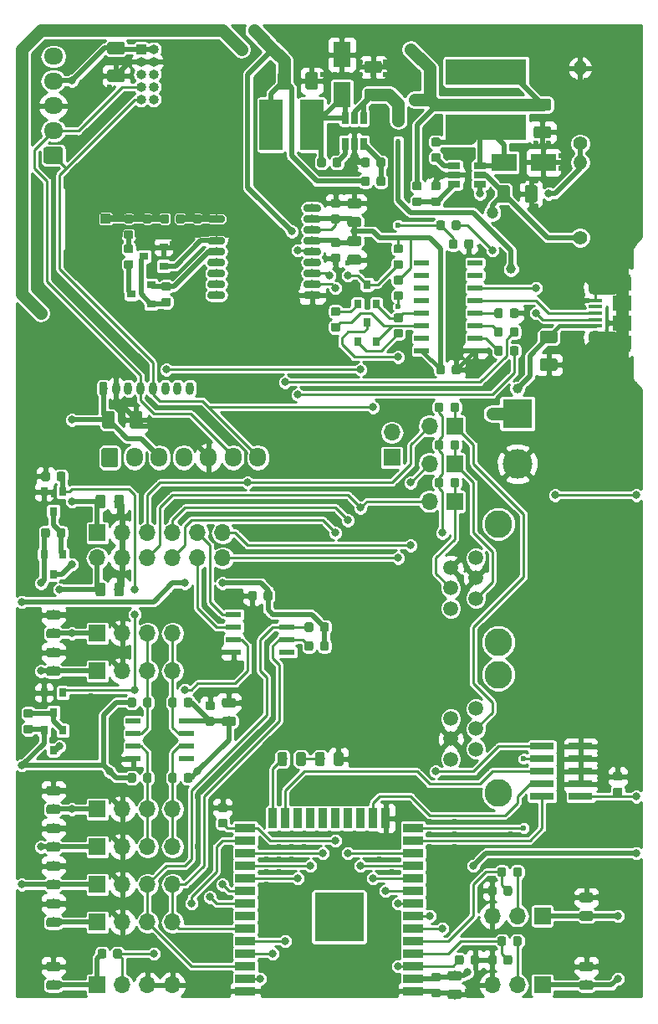
<source format=gbr>
G04 #@! TF.GenerationSoftware,KiCad,Pcbnew,(5.0.2)-1*
G04 #@! TF.CreationDate,2020-01-14T01:16:21+01:00*
G04 #@! TF.ProjectId,airMon,6169724d-6f6e-42e6-9b69-6361645f7063,0.1*
G04 #@! TF.SameCoordinates,Original*
G04 #@! TF.FileFunction,Copper,L1,Top*
G04 #@! TF.FilePolarity,Positive*
%FSLAX46Y46*%
G04 Gerber Fmt 4.6, Leading zero omitted, Abs format (unit mm)*
G04 Created by KiCad (PCBNEW (5.0.2)-1) date 14.01.2020 1:16:21*
%MOMM*%
%LPD*%
G01*
G04 APERTURE LIST*
G04 #@! TA.AperFunction,ComponentPad*
%ADD10C,3.000000*%
G04 #@! TD*
G04 #@! TA.AperFunction,ComponentPad*
%ADD11R,3.000000X3.000000*%
G04 #@! TD*
G04 #@! TA.AperFunction,ComponentPad*
%ADD12C,1.500000*%
G04 #@! TD*
G04 #@! TA.AperFunction,ComponentPad*
%ADD13C,2.800000*%
G04 #@! TD*
G04 #@! TA.AperFunction,ComponentPad*
%ADD14R,1.700000X1.700000*%
G04 #@! TD*
G04 #@! TA.AperFunction,ComponentPad*
%ADD15O,1.700000X1.700000*%
G04 #@! TD*
G04 #@! TA.AperFunction,SMDPad,CuDef*
%ADD16R,8.200000X2.600000*%
G04 #@! TD*
G04 #@! TA.AperFunction,Conductor*
%ADD17C,0.100000*%
G04 #@! TD*
G04 #@! TA.AperFunction,SMDPad,CuDef*
%ADD18C,0.875000*%
G04 #@! TD*
G04 #@! TA.AperFunction,SMDPad,CuDef*
%ADD19C,0.975000*%
G04 #@! TD*
G04 #@! TA.AperFunction,SMDPad,CuDef*
%ADD20C,1.250000*%
G04 #@! TD*
G04 #@! TA.AperFunction,SMDPad,CuDef*
%ADD21R,2.500000X1.800000*%
G04 #@! TD*
G04 #@! TA.AperFunction,SMDPad,CuDef*
%ADD22R,0.450000X0.600000*%
G04 #@! TD*
G04 #@! TA.AperFunction,SMDPad,CuDef*
%ADD23R,0.600000X0.450000*%
G04 #@! TD*
G04 #@! TA.AperFunction,SMDPad,CuDef*
%ADD24R,1.800000X2.500000*%
G04 #@! TD*
G04 #@! TA.AperFunction,SMDPad,CuDef*
%ADD25R,2.400000X0.740000*%
G04 #@! TD*
G04 #@! TA.AperFunction,ComponentPad*
%ADD26R,1.000000X1.000000*%
G04 #@! TD*
G04 #@! TA.AperFunction,ComponentPad*
%ADD27O,1.000000X1.000000*%
G04 #@! TD*
G04 #@! TA.AperFunction,ComponentPad*
%ADD28C,0.800000*%
G04 #@! TD*
G04 #@! TA.AperFunction,ComponentPad*
%ADD29O,0.800000X1.300000*%
G04 #@! TD*
G04 #@! TA.AperFunction,ComponentPad*
%ADD30C,1.700000*%
G04 #@! TD*
G04 #@! TA.AperFunction,ComponentPad*
%ADD31O,1.700000X1.950000*%
G04 #@! TD*
G04 #@! TA.AperFunction,SMDPad,CuDef*
%ADD32R,2.200000X1.050000*%
G04 #@! TD*
G04 #@! TA.AperFunction,SMDPad,CuDef*
%ADD33R,1.000000X1.000000*%
G04 #@! TD*
G04 #@! TA.AperFunction,SMDPad,CuDef*
%ADD34R,2.350000X5.100000*%
G04 #@! TD*
G04 #@! TA.AperFunction,SMDPad,CuDef*
%ADD35R,0.900000X0.800000*%
G04 #@! TD*
G04 #@! TA.AperFunction,SMDPad,CuDef*
%ADD36R,0.800000X0.900000*%
G04 #@! TD*
G04 #@! TA.AperFunction,SMDPad,CuDef*
%ADD37R,5.000000X5.000000*%
G04 #@! TD*
G04 #@! TA.AperFunction,SMDPad,CuDef*
%ADD38R,2.000000X0.900000*%
G04 #@! TD*
G04 #@! TA.AperFunction,SMDPad,CuDef*
%ADD39R,0.900000X2.000000*%
G04 #@! TD*
G04 #@! TA.AperFunction,SMDPad,CuDef*
%ADD40R,1.550000X0.600000*%
G04 #@! TD*
G04 #@! TA.AperFunction,SMDPad,CuDef*
%ADD41C,0.800000*%
G04 #@! TD*
G04 #@! TA.AperFunction,SMDPad,CuDef*
%ADD42R,1.220000X0.650000*%
G04 #@! TD*
G04 #@! TA.AperFunction,SMDPad,CuDef*
%ADD43R,0.650000X1.220000*%
G04 #@! TD*
G04 #@! TA.AperFunction,ComponentPad*
%ADD44O,1.400000X1.400000*%
G04 #@! TD*
G04 #@! TA.AperFunction,ComponentPad*
%ADD45C,1.400000*%
G04 #@! TD*
G04 #@! TA.AperFunction,SMDPad,CuDef*
%ADD46R,1.500000X0.600000*%
G04 #@! TD*
G04 #@! TA.AperFunction,ComponentPad*
%ADD47O,1.950000X1.700000*%
G04 #@! TD*
G04 #@! TA.AperFunction,SMDPad,CuDef*
%ADD48R,1.900000X1.500000*%
G04 #@! TD*
G04 #@! TA.AperFunction,ComponentPad*
%ADD49C,1.450000*%
G04 #@! TD*
G04 #@! TA.AperFunction,SMDPad,CuDef*
%ADD50R,1.350000X0.381000*%
G04 #@! TD*
G04 #@! TA.AperFunction,ComponentPad*
%ADD51O,1.900000X1.200000*%
G04 #@! TD*
G04 #@! TA.AperFunction,SMDPad,CuDef*
%ADD52R,1.900000X1.200000*%
G04 #@! TD*
G04 #@! TA.AperFunction,ViaPad*
%ADD53C,0.600000*%
G04 #@! TD*
G04 #@! TA.AperFunction,ViaPad*
%ADD54C,0.800000*%
G04 #@! TD*
G04 #@! TA.AperFunction,ViaPad*
%ADD55C,1.200000*%
G04 #@! TD*
G04 #@! TA.AperFunction,ViaPad*
%ADD56C,1.000000*%
G04 #@! TD*
G04 #@! TA.AperFunction,Conductor*
%ADD57C,0.256000*%
G04 #@! TD*
G04 #@! TA.AperFunction,Conductor*
%ADD58C,0.508000*%
G04 #@! TD*
G04 #@! TA.AperFunction,Conductor*
%ADD59C,0.381000*%
G04 #@! TD*
G04 #@! TA.AperFunction,Conductor*
%ADD60C,0.254000*%
G04 #@! TD*
G04 #@! TA.AperFunction,Conductor*
%ADD61C,1.270000*%
G04 #@! TD*
G04 #@! TA.AperFunction,Conductor*
%ADD62C,0.635000*%
G04 #@! TD*
G04 APERTURE END LIST*
D10*
G04 #@! TO.P,J20,2*
G04 #@! TO.N,VSS*
X70485000Y-64135000D03*
D11*
G04 #@! TO.P,J20,1*
G04 #@! TO.N,+VDC*
X70485000Y-59055000D03*
G04 #@! TD*
D12*
G04 #@! TO.P,J18,6*
G04 #@! TO.N,N/C*
X66280000Y-73650000D03*
G04 #@! TO.P,J18,5*
G04 #@! TO.N,VSS*
X63740000Y-74670000D03*
G04 #@! TO.P,J18,4*
X66280000Y-75690000D03*
G04 #@! TO.P,J18,3*
G04 #@! TO.N,Net-(J18-Pad3)*
X63740000Y-76710000D03*
G04 #@! TO.P,J18,2*
G04 #@! TO.N,Net-(J18-Pad2)*
X66280000Y-77730000D03*
D13*
G04 #@! TO.P,J18,*
G04 #@! TO.N,*
X68580000Y-70200000D03*
X68580000Y-82200000D03*
D12*
G04 #@! TO.P,J18,1*
G04 #@! TO.N,N/C*
X63740000Y-78750000D03*
G04 #@! TD*
D14*
G04 #@! TO.P,JP1,1*
G04 #@! TO.N,Net-(J16-Pad4)*
X64135000Y-60325000D03*
D15*
G04 #@! TO.P,JP1,2*
G04 #@! TO.N,/GPIO_1*
X61595000Y-60325000D03*
G04 #@! TD*
D16*
G04 #@! TO.P,L2,2*
G04 #@! TO.N,Net-(C30-Pad2)*
X67310000Y-30105000D03*
G04 #@! TO.P,L2,1*
G04 #@! TO.N,+5V*
X67310000Y-24505000D03*
G04 #@! TD*
D17*
G04 #@! TO.N,VSS*
G04 #@! TO.C,C1*
G36*
X66432691Y-113826053D02*
X66453926Y-113829203D01*
X66474750Y-113834419D01*
X66494962Y-113841651D01*
X66514368Y-113850830D01*
X66532781Y-113861866D01*
X66550024Y-113874654D01*
X66565930Y-113889070D01*
X66580346Y-113904976D01*
X66593134Y-113922219D01*
X66604170Y-113940632D01*
X66613349Y-113960038D01*
X66620581Y-113980250D01*
X66625797Y-114001074D01*
X66628947Y-114022309D01*
X66630000Y-114043750D01*
X66630000Y-114556250D01*
X66628947Y-114577691D01*
X66625797Y-114598926D01*
X66620581Y-114619750D01*
X66613349Y-114639962D01*
X66604170Y-114659368D01*
X66593134Y-114677781D01*
X66580346Y-114695024D01*
X66565930Y-114710930D01*
X66550024Y-114725346D01*
X66532781Y-114738134D01*
X66514368Y-114749170D01*
X66494962Y-114758349D01*
X66474750Y-114765581D01*
X66453926Y-114770797D01*
X66432691Y-114773947D01*
X66411250Y-114775000D01*
X65973750Y-114775000D01*
X65952309Y-114773947D01*
X65931074Y-114770797D01*
X65910250Y-114765581D01*
X65890038Y-114758349D01*
X65870632Y-114749170D01*
X65852219Y-114738134D01*
X65834976Y-114725346D01*
X65819070Y-114710930D01*
X65804654Y-114695024D01*
X65791866Y-114677781D01*
X65780830Y-114659368D01*
X65771651Y-114639962D01*
X65764419Y-114619750D01*
X65759203Y-114598926D01*
X65756053Y-114577691D01*
X65755000Y-114556250D01*
X65755000Y-114043750D01*
X65756053Y-114022309D01*
X65759203Y-114001074D01*
X65764419Y-113980250D01*
X65771651Y-113960038D01*
X65780830Y-113940632D01*
X65791866Y-113922219D01*
X65804654Y-113904976D01*
X65819070Y-113889070D01*
X65834976Y-113874654D01*
X65852219Y-113861866D01*
X65870632Y-113850830D01*
X65890038Y-113841651D01*
X65910250Y-113834419D01*
X65931074Y-113829203D01*
X65952309Y-113826053D01*
X65973750Y-113825000D01*
X66411250Y-113825000D01*
X66432691Y-113826053D01*
X66432691Y-113826053D01*
G37*
D18*
G04 #@! TD*
G04 #@! TO.P,C1,2*
G04 #@! TO.N,VSS*
X66192500Y-114300000D03*
D17*
G04 #@! TO.N,/EN*
G04 #@! TO.C,C1*
G36*
X64857691Y-113826053D02*
X64878926Y-113829203D01*
X64899750Y-113834419D01*
X64919962Y-113841651D01*
X64939368Y-113850830D01*
X64957781Y-113861866D01*
X64975024Y-113874654D01*
X64990930Y-113889070D01*
X65005346Y-113904976D01*
X65018134Y-113922219D01*
X65029170Y-113940632D01*
X65038349Y-113960038D01*
X65045581Y-113980250D01*
X65050797Y-114001074D01*
X65053947Y-114022309D01*
X65055000Y-114043750D01*
X65055000Y-114556250D01*
X65053947Y-114577691D01*
X65050797Y-114598926D01*
X65045581Y-114619750D01*
X65038349Y-114639962D01*
X65029170Y-114659368D01*
X65018134Y-114677781D01*
X65005346Y-114695024D01*
X64990930Y-114710930D01*
X64975024Y-114725346D01*
X64957781Y-114738134D01*
X64939368Y-114749170D01*
X64919962Y-114758349D01*
X64899750Y-114765581D01*
X64878926Y-114770797D01*
X64857691Y-114773947D01*
X64836250Y-114775000D01*
X64398750Y-114775000D01*
X64377309Y-114773947D01*
X64356074Y-114770797D01*
X64335250Y-114765581D01*
X64315038Y-114758349D01*
X64295632Y-114749170D01*
X64277219Y-114738134D01*
X64259976Y-114725346D01*
X64244070Y-114710930D01*
X64229654Y-114695024D01*
X64216866Y-114677781D01*
X64205830Y-114659368D01*
X64196651Y-114639962D01*
X64189419Y-114619750D01*
X64184203Y-114598926D01*
X64181053Y-114577691D01*
X64180000Y-114556250D01*
X64180000Y-114043750D01*
X64181053Y-114022309D01*
X64184203Y-114001074D01*
X64189419Y-113980250D01*
X64196651Y-113960038D01*
X64205830Y-113940632D01*
X64216866Y-113922219D01*
X64229654Y-113904976D01*
X64244070Y-113889070D01*
X64259976Y-113874654D01*
X64277219Y-113861866D01*
X64295632Y-113850830D01*
X64315038Y-113841651D01*
X64335250Y-113834419D01*
X64356074Y-113829203D01*
X64377309Y-113826053D01*
X64398750Y-113825000D01*
X64836250Y-113825000D01*
X64857691Y-113826053D01*
X64857691Y-113826053D01*
G37*
D18*
G04 #@! TD*
G04 #@! TO.P,C1,1*
G04 #@! TO.N,/EN*
X64617500Y-114300000D03*
D17*
G04 #@! TO.N,VCC*
G04 #@! TO.C,C2*
G36*
X62507691Y-115616053D02*
X62528926Y-115619203D01*
X62549750Y-115624419D01*
X62569962Y-115631651D01*
X62589368Y-115640830D01*
X62607781Y-115651866D01*
X62625024Y-115664654D01*
X62640930Y-115679070D01*
X62655346Y-115694976D01*
X62668134Y-115712219D01*
X62679170Y-115730632D01*
X62688349Y-115750038D01*
X62695581Y-115770250D01*
X62700797Y-115791074D01*
X62703947Y-115812309D01*
X62705000Y-115833750D01*
X62705000Y-116271250D01*
X62703947Y-116292691D01*
X62700797Y-116313926D01*
X62695581Y-116334750D01*
X62688349Y-116354962D01*
X62679170Y-116374368D01*
X62668134Y-116392781D01*
X62655346Y-116410024D01*
X62640930Y-116425930D01*
X62625024Y-116440346D01*
X62607781Y-116453134D01*
X62589368Y-116464170D01*
X62569962Y-116473349D01*
X62549750Y-116480581D01*
X62528926Y-116485797D01*
X62507691Y-116488947D01*
X62486250Y-116490000D01*
X61973750Y-116490000D01*
X61952309Y-116488947D01*
X61931074Y-116485797D01*
X61910250Y-116480581D01*
X61890038Y-116473349D01*
X61870632Y-116464170D01*
X61852219Y-116453134D01*
X61834976Y-116440346D01*
X61819070Y-116425930D01*
X61804654Y-116410024D01*
X61791866Y-116392781D01*
X61780830Y-116374368D01*
X61771651Y-116354962D01*
X61764419Y-116334750D01*
X61759203Y-116313926D01*
X61756053Y-116292691D01*
X61755000Y-116271250D01*
X61755000Y-115833750D01*
X61756053Y-115812309D01*
X61759203Y-115791074D01*
X61764419Y-115770250D01*
X61771651Y-115750038D01*
X61780830Y-115730632D01*
X61791866Y-115712219D01*
X61804654Y-115694976D01*
X61819070Y-115679070D01*
X61834976Y-115664654D01*
X61852219Y-115651866D01*
X61870632Y-115640830D01*
X61890038Y-115631651D01*
X61910250Y-115624419D01*
X61931074Y-115619203D01*
X61952309Y-115616053D01*
X61973750Y-115615000D01*
X62486250Y-115615000D01*
X62507691Y-115616053D01*
X62507691Y-115616053D01*
G37*
D18*
G04 #@! TD*
G04 #@! TO.P,C2,1*
G04 #@! TO.N,VCC*
X62230000Y-116052500D03*
D17*
G04 #@! TO.N,VSS*
G04 #@! TO.C,C2*
G36*
X62507691Y-117191053D02*
X62528926Y-117194203D01*
X62549750Y-117199419D01*
X62569962Y-117206651D01*
X62589368Y-117215830D01*
X62607781Y-117226866D01*
X62625024Y-117239654D01*
X62640930Y-117254070D01*
X62655346Y-117269976D01*
X62668134Y-117287219D01*
X62679170Y-117305632D01*
X62688349Y-117325038D01*
X62695581Y-117345250D01*
X62700797Y-117366074D01*
X62703947Y-117387309D01*
X62705000Y-117408750D01*
X62705000Y-117846250D01*
X62703947Y-117867691D01*
X62700797Y-117888926D01*
X62695581Y-117909750D01*
X62688349Y-117929962D01*
X62679170Y-117949368D01*
X62668134Y-117967781D01*
X62655346Y-117985024D01*
X62640930Y-118000930D01*
X62625024Y-118015346D01*
X62607781Y-118028134D01*
X62589368Y-118039170D01*
X62569962Y-118048349D01*
X62549750Y-118055581D01*
X62528926Y-118060797D01*
X62507691Y-118063947D01*
X62486250Y-118065000D01*
X61973750Y-118065000D01*
X61952309Y-118063947D01*
X61931074Y-118060797D01*
X61910250Y-118055581D01*
X61890038Y-118048349D01*
X61870632Y-118039170D01*
X61852219Y-118028134D01*
X61834976Y-118015346D01*
X61819070Y-118000930D01*
X61804654Y-117985024D01*
X61791866Y-117967781D01*
X61780830Y-117949368D01*
X61771651Y-117929962D01*
X61764419Y-117909750D01*
X61759203Y-117888926D01*
X61756053Y-117867691D01*
X61755000Y-117846250D01*
X61755000Y-117408750D01*
X61756053Y-117387309D01*
X61759203Y-117366074D01*
X61764419Y-117345250D01*
X61771651Y-117325038D01*
X61780830Y-117305632D01*
X61791866Y-117287219D01*
X61804654Y-117269976D01*
X61819070Y-117254070D01*
X61834976Y-117239654D01*
X61852219Y-117226866D01*
X61870632Y-117215830D01*
X61890038Y-117206651D01*
X61910250Y-117199419D01*
X61931074Y-117194203D01*
X61952309Y-117191053D01*
X61973750Y-117190000D01*
X62486250Y-117190000D01*
X62507691Y-117191053D01*
X62507691Y-117191053D01*
G37*
D18*
G04 #@! TD*
G04 #@! TO.P,C2,2*
G04 #@! TO.N,VSS*
X62230000Y-117627500D03*
D17*
G04 #@! TO.N,VCC*
G04 #@! TO.C,C3*
G36*
X64615142Y-115416174D02*
X64638803Y-115419684D01*
X64662007Y-115425496D01*
X64684529Y-115433554D01*
X64706153Y-115443782D01*
X64726670Y-115456079D01*
X64745883Y-115470329D01*
X64763607Y-115486393D01*
X64779671Y-115504117D01*
X64793921Y-115523330D01*
X64806218Y-115543847D01*
X64816446Y-115565471D01*
X64824504Y-115587993D01*
X64830316Y-115611197D01*
X64833826Y-115634858D01*
X64835000Y-115658750D01*
X64835000Y-116146250D01*
X64833826Y-116170142D01*
X64830316Y-116193803D01*
X64824504Y-116217007D01*
X64816446Y-116239529D01*
X64806218Y-116261153D01*
X64793921Y-116281670D01*
X64779671Y-116300883D01*
X64763607Y-116318607D01*
X64745883Y-116334671D01*
X64726670Y-116348921D01*
X64706153Y-116361218D01*
X64684529Y-116371446D01*
X64662007Y-116379504D01*
X64638803Y-116385316D01*
X64615142Y-116388826D01*
X64591250Y-116390000D01*
X63678750Y-116390000D01*
X63654858Y-116388826D01*
X63631197Y-116385316D01*
X63607993Y-116379504D01*
X63585471Y-116371446D01*
X63563847Y-116361218D01*
X63543330Y-116348921D01*
X63524117Y-116334671D01*
X63506393Y-116318607D01*
X63490329Y-116300883D01*
X63476079Y-116281670D01*
X63463782Y-116261153D01*
X63453554Y-116239529D01*
X63445496Y-116217007D01*
X63439684Y-116193803D01*
X63436174Y-116170142D01*
X63435000Y-116146250D01*
X63435000Y-115658750D01*
X63436174Y-115634858D01*
X63439684Y-115611197D01*
X63445496Y-115587993D01*
X63453554Y-115565471D01*
X63463782Y-115543847D01*
X63476079Y-115523330D01*
X63490329Y-115504117D01*
X63506393Y-115486393D01*
X63524117Y-115470329D01*
X63543330Y-115456079D01*
X63563847Y-115443782D01*
X63585471Y-115433554D01*
X63607993Y-115425496D01*
X63631197Y-115419684D01*
X63654858Y-115416174D01*
X63678750Y-115415000D01*
X64591250Y-115415000D01*
X64615142Y-115416174D01*
X64615142Y-115416174D01*
G37*
D19*
G04 #@! TD*
G04 #@! TO.P,C3,1*
G04 #@! TO.N,VCC*
X64135000Y-115902500D03*
D17*
G04 #@! TO.N,VSS*
G04 #@! TO.C,C3*
G36*
X64615142Y-117291174D02*
X64638803Y-117294684D01*
X64662007Y-117300496D01*
X64684529Y-117308554D01*
X64706153Y-117318782D01*
X64726670Y-117331079D01*
X64745883Y-117345329D01*
X64763607Y-117361393D01*
X64779671Y-117379117D01*
X64793921Y-117398330D01*
X64806218Y-117418847D01*
X64816446Y-117440471D01*
X64824504Y-117462993D01*
X64830316Y-117486197D01*
X64833826Y-117509858D01*
X64835000Y-117533750D01*
X64835000Y-118021250D01*
X64833826Y-118045142D01*
X64830316Y-118068803D01*
X64824504Y-118092007D01*
X64816446Y-118114529D01*
X64806218Y-118136153D01*
X64793921Y-118156670D01*
X64779671Y-118175883D01*
X64763607Y-118193607D01*
X64745883Y-118209671D01*
X64726670Y-118223921D01*
X64706153Y-118236218D01*
X64684529Y-118246446D01*
X64662007Y-118254504D01*
X64638803Y-118260316D01*
X64615142Y-118263826D01*
X64591250Y-118265000D01*
X63678750Y-118265000D01*
X63654858Y-118263826D01*
X63631197Y-118260316D01*
X63607993Y-118254504D01*
X63585471Y-118246446D01*
X63563847Y-118236218D01*
X63543330Y-118223921D01*
X63524117Y-118209671D01*
X63506393Y-118193607D01*
X63490329Y-118175883D01*
X63476079Y-118156670D01*
X63463782Y-118136153D01*
X63453554Y-118114529D01*
X63445496Y-118092007D01*
X63439684Y-118068803D01*
X63436174Y-118045142D01*
X63435000Y-118021250D01*
X63435000Y-117533750D01*
X63436174Y-117509858D01*
X63439684Y-117486197D01*
X63445496Y-117462993D01*
X63453554Y-117440471D01*
X63463782Y-117418847D01*
X63476079Y-117398330D01*
X63490329Y-117379117D01*
X63506393Y-117361393D01*
X63524117Y-117345329D01*
X63543330Y-117331079D01*
X63563847Y-117318782D01*
X63585471Y-117308554D01*
X63607993Y-117300496D01*
X63631197Y-117294684D01*
X63654858Y-117291174D01*
X63678750Y-117290000D01*
X64591250Y-117290000D01*
X64615142Y-117291174D01*
X64615142Y-117291174D01*
G37*
D19*
G04 #@! TD*
G04 #@! TO.P,C3,2*
G04 #@! TO.N,VSS*
X64135000Y-117777500D03*
D17*
G04 #@! TO.N,VSS*
G04 #@! TO.C,C4*
G36*
X80922691Y-95296053D02*
X80943926Y-95299203D01*
X80964750Y-95304419D01*
X80984962Y-95311651D01*
X81004368Y-95320830D01*
X81022781Y-95331866D01*
X81040024Y-95344654D01*
X81055930Y-95359070D01*
X81070346Y-95374976D01*
X81083134Y-95392219D01*
X81094170Y-95410632D01*
X81103349Y-95430038D01*
X81110581Y-95450250D01*
X81115797Y-95471074D01*
X81118947Y-95492309D01*
X81120000Y-95513750D01*
X81120000Y-95951250D01*
X81118947Y-95972691D01*
X81115797Y-95993926D01*
X81110581Y-96014750D01*
X81103349Y-96034962D01*
X81094170Y-96054368D01*
X81083134Y-96072781D01*
X81070346Y-96090024D01*
X81055930Y-96105930D01*
X81040024Y-96120346D01*
X81022781Y-96133134D01*
X81004368Y-96144170D01*
X80984962Y-96153349D01*
X80964750Y-96160581D01*
X80943926Y-96165797D01*
X80922691Y-96168947D01*
X80901250Y-96170000D01*
X80388750Y-96170000D01*
X80367309Y-96168947D01*
X80346074Y-96165797D01*
X80325250Y-96160581D01*
X80305038Y-96153349D01*
X80285632Y-96144170D01*
X80267219Y-96133134D01*
X80249976Y-96120346D01*
X80234070Y-96105930D01*
X80219654Y-96090024D01*
X80206866Y-96072781D01*
X80195830Y-96054368D01*
X80186651Y-96034962D01*
X80179419Y-96014750D01*
X80174203Y-95993926D01*
X80171053Y-95972691D01*
X80170000Y-95951250D01*
X80170000Y-95513750D01*
X80171053Y-95492309D01*
X80174203Y-95471074D01*
X80179419Y-95450250D01*
X80186651Y-95430038D01*
X80195830Y-95410632D01*
X80206866Y-95392219D01*
X80219654Y-95374976D01*
X80234070Y-95359070D01*
X80249976Y-95344654D01*
X80267219Y-95331866D01*
X80285632Y-95320830D01*
X80305038Y-95311651D01*
X80325250Y-95304419D01*
X80346074Y-95299203D01*
X80367309Y-95296053D01*
X80388750Y-95295000D01*
X80901250Y-95295000D01*
X80922691Y-95296053D01*
X80922691Y-95296053D01*
G37*
D18*
G04 #@! TD*
G04 #@! TO.P,C4,2*
G04 #@! TO.N,VSS*
X80645000Y-95732500D03*
D17*
G04 #@! TO.N,VCC*
G04 #@! TO.C,C4*
G36*
X80922691Y-96871053D02*
X80943926Y-96874203D01*
X80964750Y-96879419D01*
X80984962Y-96886651D01*
X81004368Y-96895830D01*
X81022781Y-96906866D01*
X81040024Y-96919654D01*
X81055930Y-96934070D01*
X81070346Y-96949976D01*
X81083134Y-96967219D01*
X81094170Y-96985632D01*
X81103349Y-97005038D01*
X81110581Y-97025250D01*
X81115797Y-97046074D01*
X81118947Y-97067309D01*
X81120000Y-97088750D01*
X81120000Y-97526250D01*
X81118947Y-97547691D01*
X81115797Y-97568926D01*
X81110581Y-97589750D01*
X81103349Y-97609962D01*
X81094170Y-97629368D01*
X81083134Y-97647781D01*
X81070346Y-97665024D01*
X81055930Y-97680930D01*
X81040024Y-97695346D01*
X81022781Y-97708134D01*
X81004368Y-97719170D01*
X80984962Y-97728349D01*
X80964750Y-97735581D01*
X80943926Y-97740797D01*
X80922691Y-97743947D01*
X80901250Y-97745000D01*
X80388750Y-97745000D01*
X80367309Y-97743947D01*
X80346074Y-97740797D01*
X80325250Y-97735581D01*
X80305038Y-97728349D01*
X80285632Y-97719170D01*
X80267219Y-97708134D01*
X80249976Y-97695346D01*
X80234070Y-97680930D01*
X80219654Y-97665024D01*
X80206866Y-97647781D01*
X80195830Y-97629368D01*
X80186651Y-97609962D01*
X80179419Y-97589750D01*
X80174203Y-97568926D01*
X80171053Y-97547691D01*
X80170000Y-97526250D01*
X80170000Y-97088750D01*
X80171053Y-97067309D01*
X80174203Y-97046074D01*
X80179419Y-97025250D01*
X80186651Y-97005038D01*
X80195830Y-96985632D01*
X80206866Y-96967219D01*
X80219654Y-96949976D01*
X80234070Y-96934070D01*
X80249976Y-96919654D01*
X80267219Y-96906866D01*
X80285632Y-96895830D01*
X80305038Y-96886651D01*
X80325250Y-96879419D01*
X80346074Y-96874203D01*
X80367309Y-96871053D01*
X80388750Y-96870000D01*
X80901250Y-96870000D01*
X80922691Y-96871053D01*
X80922691Y-96871053D01*
G37*
D18*
G04 #@! TD*
G04 #@! TO.P,C4,1*
G04 #@! TO.N,VCC*
X80645000Y-97307500D03*
D17*
G04 #@! TO.N,/Boot*
G04 #@! TO.C,C5*
G36*
X40917691Y-100046053D02*
X40938926Y-100049203D01*
X40959750Y-100054419D01*
X40979962Y-100061651D01*
X40999368Y-100070830D01*
X41017781Y-100081866D01*
X41035024Y-100094654D01*
X41050930Y-100109070D01*
X41065346Y-100124976D01*
X41078134Y-100142219D01*
X41089170Y-100160632D01*
X41098349Y-100180038D01*
X41105581Y-100200250D01*
X41110797Y-100221074D01*
X41113947Y-100242309D01*
X41115000Y-100263750D01*
X41115000Y-100701250D01*
X41113947Y-100722691D01*
X41110797Y-100743926D01*
X41105581Y-100764750D01*
X41098349Y-100784962D01*
X41089170Y-100804368D01*
X41078134Y-100822781D01*
X41065346Y-100840024D01*
X41050930Y-100855930D01*
X41035024Y-100870346D01*
X41017781Y-100883134D01*
X40999368Y-100894170D01*
X40979962Y-100903349D01*
X40959750Y-100910581D01*
X40938926Y-100915797D01*
X40917691Y-100918947D01*
X40896250Y-100920000D01*
X40383750Y-100920000D01*
X40362309Y-100918947D01*
X40341074Y-100915797D01*
X40320250Y-100910581D01*
X40300038Y-100903349D01*
X40280632Y-100894170D01*
X40262219Y-100883134D01*
X40244976Y-100870346D01*
X40229070Y-100855930D01*
X40214654Y-100840024D01*
X40201866Y-100822781D01*
X40190830Y-100804368D01*
X40181651Y-100784962D01*
X40174419Y-100764750D01*
X40169203Y-100743926D01*
X40166053Y-100722691D01*
X40165000Y-100701250D01*
X40165000Y-100263750D01*
X40166053Y-100242309D01*
X40169203Y-100221074D01*
X40174419Y-100200250D01*
X40181651Y-100180038D01*
X40190830Y-100160632D01*
X40201866Y-100142219D01*
X40214654Y-100124976D01*
X40229070Y-100109070D01*
X40244976Y-100094654D01*
X40262219Y-100081866D01*
X40280632Y-100070830D01*
X40300038Y-100061651D01*
X40320250Y-100054419D01*
X40341074Y-100049203D01*
X40362309Y-100046053D01*
X40383750Y-100045000D01*
X40896250Y-100045000D01*
X40917691Y-100046053D01*
X40917691Y-100046053D01*
G37*
D18*
G04 #@! TD*
G04 #@! TO.P,C5,1*
G04 #@! TO.N,/Boot*
X40640000Y-100482500D03*
D17*
G04 #@! TO.N,VSS*
G04 #@! TO.C,C5*
G36*
X40917691Y-98471053D02*
X40938926Y-98474203D01*
X40959750Y-98479419D01*
X40979962Y-98486651D01*
X40999368Y-98495830D01*
X41017781Y-98506866D01*
X41035024Y-98519654D01*
X41050930Y-98534070D01*
X41065346Y-98549976D01*
X41078134Y-98567219D01*
X41089170Y-98585632D01*
X41098349Y-98605038D01*
X41105581Y-98625250D01*
X41110797Y-98646074D01*
X41113947Y-98667309D01*
X41115000Y-98688750D01*
X41115000Y-99126250D01*
X41113947Y-99147691D01*
X41110797Y-99168926D01*
X41105581Y-99189750D01*
X41098349Y-99209962D01*
X41089170Y-99229368D01*
X41078134Y-99247781D01*
X41065346Y-99265024D01*
X41050930Y-99280930D01*
X41035024Y-99295346D01*
X41017781Y-99308134D01*
X40999368Y-99319170D01*
X40979962Y-99328349D01*
X40959750Y-99335581D01*
X40938926Y-99340797D01*
X40917691Y-99343947D01*
X40896250Y-99345000D01*
X40383750Y-99345000D01*
X40362309Y-99343947D01*
X40341074Y-99340797D01*
X40320250Y-99335581D01*
X40300038Y-99328349D01*
X40280632Y-99319170D01*
X40262219Y-99308134D01*
X40244976Y-99295346D01*
X40229070Y-99280930D01*
X40214654Y-99265024D01*
X40201866Y-99247781D01*
X40190830Y-99229368D01*
X40181651Y-99209962D01*
X40174419Y-99189750D01*
X40169203Y-99168926D01*
X40166053Y-99147691D01*
X40165000Y-99126250D01*
X40165000Y-98688750D01*
X40166053Y-98667309D01*
X40169203Y-98646074D01*
X40174419Y-98625250D01*
X40181651Y-98605038D01*
X40190830Y-98585632D01*
X40201866Y-98567219D01*
X40214654Y-98549976D01*
X40229070Y-98534070D01*
X40244976Y-98519654D01*
X40262219Y-98506866D01*
X40280632Y-98495830D01*
X40300038Y-98486651D01*
X40320250Y-98479419D01*
X40341074Y-98474203D01*
X40362309Y-98471053D01*
X40383750Y-98470000D01*
X40896250Y-98470000D01*
X40917691Y-98471053D01*
X40917691Y-98471053D01*
G37*
D18*
G04 #@! TD*
G04 #@! TO.P,C5,2*
G04 #@! TO.N,VSS*
X40640000Y-98907500D03*
D17*
G04 #@! TO.N,5V_Switched*
G04 #@! TO.C,C6*
G36*
X30494504Y-21471204D02*
X30518773Y-21474804D01*
X30542571Y-21480765D01*
X30565671Y-21489030D01*
X30587849Y-21499520D01*
X30608893Y-21512133D01*
X30628598Y-21526747D01*
X30646777Y-21543223D01*
X30663253Y-21561402D01*
X30677867Y-21581107D01*
X30690480Y-21602151D01*
X30700970Y-21624329D01*
X30709235Y-21647429D01*
X30715196Y-21671227D01*
X30718796Y-21695496D01*
X30720000Y-21720000D01*
X30720000Y-22470000D01*
X30718796Y-22494504D01*
X30715196Y-22518773D01*
X30709235Y-22542571D01*
X30700970Y-22565671D01*
X30690480Y-22587849D01*
X30677867Y-22608893D01*
X30663253Y-22628598D01*
X30646777Y-22646777D01*
X30628598Y-22663253D01*
X30608893Y-22677867D01*
X30587849Y-22690480D01*
X30565671Y-22700970D01*
X30542571Y-22709235D01*
X30518773Y-22715196D01*
X30494504Y-22718796D01*
X30470000Y-22720000D01*
X29220000Y-22720000D01*
X29195496Y-22718796D01*
X29171227Y-22715196D01*
X29147429Y-22709235D01*
X29124329Y-22700970D01*
X29102151Y-22690480D01*
X29081107Y-22677867D01*
X29061402Y-22663253D01*
X29043223Y-22646777D01*
X29026747Y-22628598D01*
X29012133Y-22608893D01*
X28999520Y-22587849D01*
X28989030Y-22565671D01*
X28980765Y-22542571D01*
X28974804Y-22518773D01*
X28971204Y-22494504D01*
X28970000Y-22470000D01*
X28970000Y-21720000D01*
X28971204Y-21695496D01*
X28974804Y-21671227D01*
X28980765Y-21647429D01*
X28989030Y-21624329D01*
X28999520Y-21602151D01*
X29012133Y-21581107D01*
X29026747Y-21561402D01*
X29043223Y-21543223D01*
X29061402Y-21526747D01*
X29081107Y-21512133D01*
X29102151Y-21499520D01*
X29124329Y-21489030D01*
X29147429Y-21480765D01*
X29171227Y-21474804D01*
X29195496Y-21471204D01*
X29220000Y-21470000D01*
X30470000Y-21470000D01*
X30494504Y-21471204D01*
X30494504Y-21471204D01*
G37*
D20*
G04 #@! TD*
G04 #@! TO.P,C6,1*
G04 #@! TO.N,5V_Switched*
X29845000Y-22095000D03*
D17*
G04 #@! TO.N,VSS*
G04 #@! TO.C,C6*
G36*
X30494504Y-24271204D02*
X30518773Y-24274804D01*
X30542571Y-24280765D01*
X30565671Y-24289030D01*
X30587849Y-24299520D01*
X30608893Y-24312133D01*
X30628598Y-24326747D01*
X30646777Y-24343223D01*
X30663253Y-24361402D01*
X30677867Y-24381107D01*
X30690480Y-24402151D01*
X30700970Y-24424329D01*
X30709235Y-24447429D01*
X30715196Y-24471227D01*
X30718796Y-24495496D01*
X30720000Y-24520000D01*
X30720000Y-25270000D01*
X30718796Y-25294504D01*
X30715196Y-25318773D01*
X30709235Y-25342571D01*
X30700970Y-25365671D01*
X30690480Y-25387849D01*
X30677867Y-25408893D01*
X30663253Y-25428598D01*
X30646777Y-25446777D01*
X30628598Y-25463253D01*
X30608893Y-25477867D01*
X30587849Y-25490480D01*
X30565671Y-25500970D01*
X30542571Y-25509235D01*
X30518773Y-25515196D01*
X30494504Y-25518796D01*
X30470000Y-25520000D01*
X29220000Y-25520000D01*
X29195496Y-25518796D01*
X29171227Y-25515196D01*
X29147429Y-25509235D01*
X29124329Y-25500970D01*
X29102151Y-25490480D01*
X29081107Y-25477867D01*
X29061402Y-25463253D01*
X29043223Y-25446777D01*
X29026747Y-25428598D01*
X29012133Y-25408893D01*
X28999520Y-25387849D01*
X28989030Y-25365671D01*
X28980765Y-25342571D01*
X28974804Y-25318773D01*
X28971204Y-25294504D01*
X28970000Y-25270000D01*
X28970000Y-24520000D01*
X28971204Y-24495496D01*
X28974804Y-24471227D01*
X28980765Y-24447429D01*
X28989030Y-24424329D01*
X28999520Y-24402151D01*
X29012133Y-24381107D01*
X29026747Y-24361402D01*
X29043223Y-24343223D01*
X29061402Y-24326747D01*
X29081107Y-24312133D01*
X29102151Y-24299520D01*
X29124329Y-24289030D01*
X29147429Y-24280765D01*
X29171227Y-24274804D01*
X29195496Y-24271204D01*
X29220000Y-24270000D01*
X30470000Y-24270000D01*
X30494504Y-24271204D01*
X30494504Y-24271204D01*
G37*
D20*
G04 #@! TD*
G04 #@! TO.P,C6,2*
G04 #@! TO.N,VSS*
X29845000Y-24895000D03*
D17*
G04 #@! TO.N,VSS*
G04 #@! TO.C,C8*
G36*
X23975142Y-114478674D02*
X23998803Y-114482184D01*
X24022007Y-114487996D01*
X24044529Y-114496054D01*
X24066153Y-114506282D01*
X24086670Y-114518579D01*
X24105883Y-114532829D01*
X24123607Y-114548893D01*
X24139671Y-114566617D01*
X24153921Y-114585830D01*
X24166218Y-114606347D01*
X24176446Y-114627971D01*
X24184504Y-114650493D01*
X24190316Y-114673697D01*
X24193826Y-114697358D01*
X24195000Y-114721250D01*
X24195000Y-115208750D01*
X24193826Y-115232642D01*
X24190316Y-115256303D01*
X24184504Y-115279507D01*
X24176446Y-115302029D01*
X24166218Y-115323653D01*
X24153921Y-115344170D01*
X24139671Y-115363383D01*
X24123607Y-115381107D01*
X24105883Y-115397171D01*
X24086670Y-115411421D01*
X24066153Y-115423718D01*
X24044529Y-115433946D01*
X24022007Y-115442004D01*
X23998803Y-115447816D01*
X23975142Y-115451326D01*
X23951250Y-115452500D01*
X23038750Y-115452500D01*
X23014858Y-115451326D01*
X22991197Y-115447816D01*
X22967993Y-115442004D01*
X22945471Y-115433946D01*
X22923847Y-115423718D01*
X22903330Y-115411421D01*
X22884117Y-115397171D01*
X22866393Y-115381107D01*
X22850329Y-115363383D01*
X22836079Y-115344170D01*
X22823782Y-115323653D01*
X22813554Y-115302029D01*
X22805496Y-115279507D01*
X22799684Y-115256303D01*
X22796174Y-115232642D01*
X22795000Y-115208750D01*
X22795000Y-114721250D01*
X22796174Y-114697358D01*
X22799684Y-114673697D01*
X22805496Y-114650493D01*
X22813554Y-114627971D01*
X22823782Y-114606347D01*
X22836079Y-114585830D01*
X22850329Y-114566617D01*
X22866393Y-114548893D01*
X22884117Y-114532829D01*
X22903330Y-114518579D01*
X22923847Y-114506282D01*
X22945471Y-114496054D01*
X22967993Y-114487996D01*
X22991197Y-114482184D01*
X23014858Y-114478674D01*
X23038750Y-114477500D01*
X23951250Y-114477500D01*
X23975142Y-114478674D01*
X23975142Y-114478674D01*
G37*
D19*
G04 #@! TD*
G04 #@! TO.P,C8,2*
G04 #@! TO.N,VSS*
X23495000Y-114965000D03*
D17*
G04 #@! TO.N,3.3V_Switched*
G04 #@! TO.C,C8*
G36*
X23975142Y-116353674D02*
X23998803Y-116357184D01*
X24022007Y-116362996D01*
X24044529Y-116371054D01*
X24066153Y-116381282D01*
X24086670Y-116393579D01*
X24105883Y-116407829D01*
X24123607Y-116423893D01*
X24139671Y-116441617D01*
X24153921Y-116460830D01*
X24166218Y-116481347D01*
X24176446Y-116502971D01*
X24184504Y-116525493D01*
X24190316Y-116548697D01*
X24193826Y-116572358D01*
X24195000Y-116596250D01*
X24195000Y-117083750D01*
X24193826Y-117107642D01*
X24190316Y-117131303D01*
X24184504Y-117154507D01*
X24176446Y-117177029D01*
X24166218Y-117198653D01*
X24153921Y-117219170D01*
X24139671Y-117238383D01*
X24123607Y-117256107D01*
X24105883Y-117272171D01*
X24086670Y-117286421D01*
X24066153Y-117298718D01*
X24044529Y-117308946D01*
X24022007Y-117317004D01*
X23998803Y-117322816D01*
X23975142Y-117326326D01*
X23951250Y-117327500D01*
X23038750Y-117327500D01*
X23014858Y-117326326D01*
X22991197Y-117322816D01*
X22967993Y-117317004D01*
X22945471Y-117308946D01*
X22923847Y-117298718D01*
X22903330Y-117286421D01*
X22884117Y-117272171D01*
X22866393Y-117256107D01*
X22850329Y-117238383D01*
X22836079Y-117219170D01*
X22823782Y-117198653D01*
X22813554Y-117177029D01*
X22805496Y-117154507D01*
X22799684Y-117131303D01*
X22796174Y-117107642D01*
X22795000Y-117083750D01*
X22795000Y-116596250D01*
X22796174Y-116572358D01*
X22799684Y-116548697D01*
X22805496Y-116525493D01*
X22813554Y-116502971D01*
X22823782Y-116481347D01*
X22836079Y-116460830D01*
X22850329Y-116441617D01*
X22866393Y-116423893D01*
X22884117Y-116407829D01*
X22903330Y-116393579D01*
X22923847Y-116381282D01*
X22945471Y-116371054D01*
X22967993Y-116362996D01*
X22991197Y-116357184D01*
X23014858Y-116353674D01*
X23038750Y-116352500D01*
X23951250Y-116352500D01*
X23975142Y-116353674D01*
X23975142Y-116353674D01*
G37*
D19*
G04 #@! TD*
G04 #@! TO.P,C8,1*
G04 #@! TO.N,3.3V_Switched*
X23495000Y-116840000D03*
D17*
G04 #@! TO.N,VCC*
G04 #@! TO.C,C9*
G36*
X23975142Y-106193674D02*
X23998803Y-106197184D01*
X24022007Y-106202996D01*
X24044529Y-106211054D01*
X24066153Y-106221282D01*
X24086670Y-106233579D01*
X24105883Y-106247829D01*
X24123607Y-106263893D01*
X24139671Y-106281617D01*
X24153921Y-106300830D01*
X24166218Y-106321347D01*
X24176446Y-106342971D01*
X24184504Y-106365493D01*
X24190316Y-106388697D01*
X24193826Y-106412358D01*
X24195000Y-106436250D01*
X24195000Y-106923750D01*
X24193826Y-106947642D01*
X24190316Y-106971303D01*
X24184504Y-106994507D01*
X24176446Y-107017029D01*
X24166218Y-107038653D01*
X24153921Y-107059170D01*
X24139671Y-107078383D01*
X24123607Y-107096107D01*
X24105883Y-107112171D01*
X24086670Y-107126421D01*
X24066153Y-107138718D01*
X24044529Y-107148946D01*
X24022007Y-107157004D01*
X23998803Y-107162816D01*
X23975142Y-107166326D01*
X23951250Y-107167500D01*
X23038750Y-107167500D01*
X23014858Y-107166326D01*
X22991197Y-107162816D01*
X22967993Y-107157004D01*
X22945471Y-107148946D01*
X22923847Y-107138718D01*
X22903330Y-107126421D01*
X22884117Y-107112171D01*
X22866393Y-107096107D01*
X22850329Y-107078383D01*
X22836079Y-107059170D01*
X22823782Y-107038653D01*
X22813554Y-107017029D01*
X22805496Y-106994507D01*
X22799684Y-106971303D01*
X22796174Y-106947642D01*
X22795000Y-106923750D01*
X22795000Y-106436250D01*
X22796174Y-106412358D01*
X22799684Y-106388697D01*
X22805496Y-106365493D01*
X22813554Y-106342971D01*
X22823782Y-106321347D01*
X22836079Y-106300830D01*
X22850329Y-106281617D01*
X22866393Y-106263893D01*
X22884117Y-106247829D01*
X22903330Y-106233579D01*
X22923847Y-106221282D01*
X22945471Y-106211054D01*
X22967993Y-106202996D01*
X22991197Y-106197184D01*
X23014858Y-106193674D01*
X23038750Y-106192500D01*
X23951250Y-106192500D01*
X23975142Y-106193674D01*
X23975142Y-106193674D01*
G37*
D19*
G04 #@! TD*
G04 #@! TO.P,C9,1*
G04 #@! TO.N,VCC*
X23495000Y-106680000D03*
D17*
G04 #@! TO.N,VSS*
G04 #@! TO.C,C9*
G36*
X23975142Y-104318674D02*
X23998803Y-104322184D01*
X24022007Y-104327996D01*
X24044529Y-104336054D01*
X24066153Y-104346282D01*
X24086670Y-104358579D01*
X24105883Y-104372829D01*
X24123607Y-104388893D01*
X24139671Y-104406617D01*
X24153921Y-104425830D01*
X24166218Y-104446347D01*
X24176446Y-104467971D01*
X24184504Y-104490493D01*
X24190316Y-104513697D01*
X24193826Y-104537358D01*
X24195000Y-104561250D01*
X24195000Y-105048750D01*
X24193826Y-105072642D01*
X24190316Y-105096303D01*
X24184504Y-105119507D01*
X24176446Y-105142029D01*
X24166218Y-105163653D01*
X24153921Y-105184170D01*
X24139671Y-105203383D01*
X24123607Y-105221107D01*
X24105883Y-105237171D01*
X24086670Y-105251421D01*
X24066153Y-105263718D01*
X24044529Y-105273946D01*
X24022007Y-105282004D01*
X23998803Y-105287816D01*
X23975142Y-105291326D01*
X23951250Y-105292500D01*
X23038750Y-105292500D01*
X23014858Y-105291326D01*
X22991197Y-105287816D01*
X22967993Y-105282004D01*
X22945471Y-105273946D01*
X22923847Y-105263718D01*
X22903330Y-105251421D01*
X22884117Y-105237171D01*
X22866393Y-105221107D01*
X22850329Y-105203383D01*
X22836079Y-105184170D01*
X22823782Y-105163653D01*
X22813554Y-105142029D01*
X22805496Y-105119507D01*
X22799684Y-105096303D01*
X22796174Y-105072642D01*
X22795000Y-105048750D01*
X22795000Y-104561250D01*
X22796174Y-104537358D01*
X22799684Y-104513697D01*
X22805496Y-104490493D01*
X22813554Y-104467971D01*
X22823782Y-104446347D01*
X22836079Y-104425830D01*
X22850329Y-104406617D01*
X22866393Y-104388893D01*
X22884117Y-104372829D01*
X22903330Y-104358579D01*
X22923847Y-104346282D01*
X22945471Y-104336054D01*
X22967993Y-104327996D01*
X22991197Y-104322184D01*
X23014858Y-104318674D01*
X23038750Y-104317500D01*
X23951250Y-104317500D01*
X23975142Y-104318674D01*
X23975142Y-104318674D01*
G37*
D19*
G04 #@! TD*
G04 #@! TO.P,C9,2*
G04 #@! TO.N,VSS*
X23495000Y-104805000D03*
D17*
G04 #@! TO.N,VSS*
G04 #@! TO.C,C10*
G36*
X23975142Y-108128674D02*
X23998803Y-108132184D01*
X24022007Y-108137996D01*
X24044529Y-108146054D01*
X24066153Y-108156282D01*
X24086670Y-108168579D01*
X24105883Y-108182829D01*
X24123607Y-108198893D01*
X24139671Y-108216617D01*
X24153921Y-108235830D01*
X24166218Y-108256347D01*
X24176446Y-108277971D01*
X24184504Y-108300493D01*
X24190316Y-108323697D01*
X24193826Y-108347358D01*
X24195000Y-108371250D01*
X24195000Y-108858750D01*
X24193826Y-108882642D01*
X24190316Y-108906303D01*
X24184504Y-108929507D01*
X24176446Y-108952029D01*
X24166218Y-108973653D01*
X24153921Y-108994170D01*
X24139671Y-109013383D01*
X24123607Y-109031107D01*
X24105883Y-109047171D01*
X24086670Y-109061421D01*
X24066153Y-109073718D01*
X24044529Y-109083946D01*
X24022007Y-109092004D01*
X23998803Y-109097816D01*
X23975142Y-109101326D01*
X23951250Y-109102500D01*
X23038750Y-109102500D01*
X23014858Y-109101326D01*
X22991197Y-109097816D01*
X22967993Y-109092004D01*
X22945471Y-109083946D01*
X22923847Y-109073718D01*
X22903330Y-109061421D01*
X22884117Y-109047171D01*
X22866393Y-109031107D01*
X22850329Y-109013383D01*
X22836079Y-108994170D01*
X22823782Y-108973653D01*
X22813554Y-108952029D01*
X22805496Y-108929507D01*
X22799684Y-108906303D01*
X22796174Y-108882642D01*
X22795000Y-108858750D01*
X22795000Y-108371250D01*
X22796174Y-108347358D01*
X22799684Y-108323697D01*
X22805496Y-108300493D01*
X22813554Y-108277971D01*
X22823782Y-108256347D01*
X22836079Y-108235830D01*
X22850329Y-108216617D01*
X22866393Y-108198893D01*
X22884117Y-108182829D01*
X22903330Y-108168579D01*
X22923847Y-108156282D01*
X22945471Y-108146054D01*
X22967993Y-108137996D01*
X22991197Y-108132184D01*
X23014858Y-108128674D01*
X23038750Y-108127500D01*
X23951250Y-108127500D01*
X23975142Y-108128674D01*
X23975142Y-108128674D01*
G37*
D19*
G04 #@! TD*
G04 #@! TO.P,C10,2*
G04 #@! TO.N,VSS*
X23495000Y-108615000D03*
D17*
G04 #@! TO.N,3.3V_Switched*
G04 #@! TO.C,C10*
G36*
X23975142Y-110003674D02*
X23998803Y-110007184D01*
X24022007Y-110012996D01*
X24044529Y-110021054D01*
X24066153Y-110031282D01*
X24086670Y-110043579D01*
X24105883Y-110057829D01*
X24123607Y-110073893D01*
X24139671Y-110091617D01*
X24153921Y-110110830D01*
X24166218Y-110131347D01*
X24176446Y-110152971D01*
X24184504Y-110175493D01*
X24190316Y-110198697D01*
X24193826Y-110222358D01*
X24195000Y-110246250D01*
X24195000Y-110733750D01*
X24193826Y-110757642D01*
X24190316Y-110781303D01*
X24184504Y-110804507D01*
X24176446Y-110827029D01*
X24166218Y-110848653D01*
X24153921Y-110869170D01*
X24139671Y-110888383D01*
X24123607Y-110906107D01*
X24105883Y-110922171D01*
X24086670Y-110936421D01*
X24066153Y-110948718D01*
X24044529Y-110958946D01*
X24022007Y-110967004D01*
X23998803Y-110972816D01*
X23975142Y-110976326D01*
X23951250Y-110977500D01*
X23038750Y-110977500D01*
X23014858Y-110976326D01*
X22991197Y-110972816D01*
X22967993Y-110967004D01*
X22945471Y-110958946D01*
X22923847Y-110948718D01*
X22903330Y-110936421D01*
X22884117Y-110922171D01*
X22866393Y-110906107D01*
X22850329Y-110888383D01*
X22836079Y-110869170D01*
X22823782Y-110848653D01*
X22813554Y-110827029D01*
X22805496Y-110804507D01*
X22799684Y-110781303D01*
X22796174Y-110757642D01*
X22795000Y-110733750D01*
X22795000Y-110246250D01*
X22796174Y-110222358D01*
X22799684Y-110198697D01*
X22805496Y-110175493D01*
X22813554Y-110152971D01*
X22823782Y-110131347D01*
X22836079Y-110110830D01*
X22850329Y-110091617D01*
X22866393Y-110073893D01*
X22884117Y-110057829D01*
X22903330Y-110043579D01*
X22923847Y-110031282D01*
X22945471Y-110021054D01*
X22967993Y-110012996D01*
X22991197Y-110007184D01*
X23014858Y-110003674D01*
X23038750Y-110002500D01*
X23951250Y-110002500D01*
X23975142Y-110003674D01*
X23975142Y-110003674D01*
G37*
D19*
G04 #@! TD*
G04 #@! TO.P,C10,1*
G04 #@! TO.N,3.3V_Switched*
X23495000Y-110490000D03*
D17*
G04 #@! TO.N,VSS*
G04 #@! TO.C,C11*
G36*
X23975142Y-100508674D02*
X23998803Y-100512184D01*
X24022007Y-100517996D01*
X24044529Y-100526054D01*
X24066153Y-100536282D01*
X24086670Y-100548579D01*
X24105883Y-100562829D01*
X24123607Y-100578893D01*
X24139671Y-100596617D01*
X24153921Y-100615830D01*
X24166218Y-100636347D01*
X24176446Y-100657971D01*
X24184504Y-100680493D01*
X24190316Y-100703697D01*
X24193826Y-100727358D01*
X24195000Y-100751250D01*
X24195000Y-101238750D01*
X24193826Y-101262642D01*
X24190316Y-101286303D01*
X24184504Y-101309507D01*
X24176446Y-101332029D01*
X24166218Y-101353653D01*
X24153921Y-101374170D01*
X24139671Y-101393383D01*
X24123607Y-101411107D01*
X24105883Y-101427171D01*
X24086670Y-101441421D01*
X24066153Y-101453718D01*
X24044529Y-101463946D01*
X24022007Y-101472004D01*
X23998803Y-101477816D01*
X23975142Y-101481326D01*
X23951250Y-101482500D01*
X23038750Y-101482500D01*
X23014858Y-101481326D01*
X22991197Y-101477816D01*
X22967993Y-101472004D01*
X22945471Y-101463946D01*
X22923847Y-101453718D01*
X22903330Y-101441421D01*
X22884117Y-101427171D01*
X22866393Y-101411107D01*
X22850329Y-101393383D01*
X22836079Y-101374170D01*
X22823782Y-101353653D01*
X22813554Y-101332029D01*
X22805496Y-101309507D01*
X22799684Y-101286303D01*
X22796174Y-101262642D01*
X22795000Y-101238750D01*
X22795000Y-100751250D01*
X22796174Y-100727358D01*
X22799684Y-100703697D01*
X22805496Y-100680493D01*
X22813554Y-100657971D01*
X22823782Y-100636347D01*
X22836079Y-100615830D01*
X22850329Y-100596617D01*
X22866393Y-100578893D01*
X22884117Y-100562829D01*
X22903330Y-100548579D01*
X22923847Y-100536282D01*
X22945471Y-100526054D01*
X22967993Y-100517996D01*
X22991197Y-100512184D01*
X23014858Y-100508674D01*
X23038750Y-100507500D01*
X23951250Y-100507500D01*
X23975142Y-100508674D01*
X23975142Y-100508674D01*
G37*
D19*
G04 #@! TD*
G04 #@! TO.P,C11,2*
G04 #@! TO.N,VSS*
X23495000Y-100995000D03*
D17*
G04 #@! TO.N,+5V*
G04 #@! TO.C,C11*
G36*
X23975142Y-102383674D02*
X23998803Y-102387184D01*
X24022007Y-102392996D01*
X24044529Y-102401054D01*
X24066153Y-102411282D01*
X24086670Y-102423579D01*
X24105883Y-102437829D01*
X24123607Y-102453893D01*
X24139671Y-102471617D01*
X24153921Y-102490830D01*
X24166218Y-102511347D01*
X24176446Y-102532971D01*
X24184504Y-102555493D01*
X24190316Y-102578697D01*
X24193826Y-102602358D01*
X24195000Y-102626250D01*
X24195000Y-103113750D01*
X24193826Y-103137642D01*
X24190316Y-103161303D01*
X24184504Y-103184507D01*
X24176446Y-103207029D01*
X24166218Y-103228653D01*
X24153921Y-103249170D01*
X24139671Y-103268383D01*
X24123607Y-103286107D01*
X24105883Y-103302171D01*
X24086670Y-103316421D01*
X24066153Y-103328718D01*
X24044529Y-103338946D01*
X24022007Y-103347004D01*
X23998803Y-103352816D01*
X23975142Y-103356326D01*
X23951250Y-103357500D01*
X23038750Y-103357500D01*
X23014858Y-103356326D01*
X22991197Y-103352816D01*
X22967993Y-103347004D01*
X22945471Y-103338946D01*
X22923847Y-103328718D01*
X22903330Y-103316421D01*
X22884117Y-103302171D01*
X22866393Y-103286107D01*
X22850329Y-103268383D01*
X22836079Y-103249170D01*
X22823782Y-103228653D01*
X22813554Y-103207029D01*
X22805496Y-103184507D01*
X22799684Y-103161303D01*
X22796174Y-103137642D01*
X22795000Y-103113750D01*
X22795000Y-102626250D01*
X22796174Y-102602358D01*
X22799684Y-102578697D01*
X22805496Y-102555493D01*
X22813554Y-102532971D01*
X22823782Y-102511347D01*
X22836079Y-102490830D01*
X22850329Y-102471617D01*
X22866393Y-102453893D01*
X22884117Y-102437829D01*
X22903330Y-102423579D01*
X22923847Y-102411282D01*
X22945471Y-102401054D01*
X22967993Y-102392996D01*
X22991197Y-102387184D01*
X23014858Y-102383674D01*
X23038750Y-102382500D01*
X23951250Y-102382500D01*
X23975142Y-102383674D01*
X23975142Y-102383674D01*
G37*
D19*
G04 #@! TD*
G04 #@! TO.P,C11,1*
G04 #@! TO.N,+5V*
X23495000Y-102870000D03*
D17*
G04 #@! TO.N,VSS*
G04 #@! TO.C,C12*
G36*
X23975142Y-96698674D02*
X23998803Y-96702184D01*
X24022007Y-96707996D01*
X24044529Y-96716054D01*
X24066153Y-96726282D01*
X24086670Y-96738579D01*
X24105883Y-96752829D01*
X24123607Y-96768893D01*
X24139671Y-96786617D01*
X24153921Y-96805830D01*
X24166218Y-96826347D01*
X24176446Y-96847971D01*
X24184504Y-96870493D01*
X24190316Y-96893697D01*
X24193826Y-96917358D01*
X24195000Y-96941250D01*
X24195000Y-97428750D01*
X24193826Y-97452642D01*
X24190316Y-97476303D01*
X24184504Y-97499507D01*
X24176446Y-97522029D01*
X24166218Y-97543653D01*
X24153921Y-97564170D01*
X24139671Y-97583383D01*
X24123607Y-97601107D01*
X24105883Y-97617171D01*
X24086670Y-97631421D01*
X24066153Y-97643718D01*
X24044529Y-97653946D01*
X24022007Y-97662004D01*
X23998803Y-97667816D01*
X23975142Y-97671326D01*
X23951250Y-97672500D01*
X23038750Y-97672500D01*
X23014858Y-97671326D01*
X22991197Y-97667816D01*
X22967993Y-97662004D01*
X22945471Y-97653946D01*
X22923847Y-97643718D01*
X22903330Y-97631421D01*
X22884117Y-97617171D01*
X22866393Y-97601107D01*
X22850329Y-97583383D01*
X22836079Y-97564170D01*
X22823782Y-97543653D01*
X22813554Y-97522029D01*
X22805496Y-97499507D01*
X22799684Y-97476303D01*
X22796174Y-97452642D01*
X22795000Y-97428750D01*
X22795000Y-96941250D01*
X22796174Y-96917358D01*
X22799684Y-96893697D01*
X22805496Y-96870493D01*
X22813554Y-96847971D01*
X22823782Y-96826347D01*
X22836079Y-96805830D01*
X22850329Y-96786617D01*
X22866393Y-96768893D01*
X22884117Y-96752829D01*
X22903330Y-96738579D01*
X22923847Y-96726282D01*
X22945471Y-96716054D01*
X22967993Y-96707996D01*
X22991197Y-96702184D01*
X23014858Y-96698674D01*
X23038750Y-96697500D01*
X23951250Y-96697500D01*
X23975142Y-96698674D01*
X23975142Y-96698674D01*
G37*
D19*
G04 #@! TD*
G04 #@! TO.P,C12,2*
G04 #@! TO.N,VSS*
X23495000Y-97185000D03*
D17*
G04 #@! TO.N,5V_Switched*
G04 #@! TO.C,C12*
G36*
X23975142Y-98573674D02*
X23998803Y-98577184D01*
X24022007Y-98582996D01*
X24044529Y-98591054D01*
X24066153Y-98601282D01*
X24086670Y-98613579D01*
X24105883Y-98627829D01*
X24123607Y-98643893D01*
X24139671Y-98661617D01*
X24153921Y-98680830D01*
X24166218Y-98701347D01*
X24176446Y-98722971D01*
X24184504Y-98745493D01*
X24190316Y-98768697D01*
X24193826Y-98792358D01*
X24195000Y-98816250D01*
X24195000Y-99303750D01*
X24193826Y-99327642D01*
X24190316Y-99351303D01*
X24184504Y-99374507D01*
X24176446Y-99397029D01*
X24166218Y-99418653D01*
X24153921Y-99439170D01*
X24139671Y-99458383D01*
X24123607Y-99476107D01*
X24105883Y-99492171D01*
X24086670Y-99506421D01*
X24066153Y-99518718D01*
X24044529Y-99528946D01*
X24022007Y-99537004D01*
X23998803Y-99542816D01*
X23975142Y-99546326D01*
X23951250Y-99547500D01*
X23038750Y-99547500D01*
X23014858Y-99546326D01*
X22991197Y-99542816D01*
X22967993Y-99537004D01*
X22945471Y-99528946D01*
X22923847Y-99518718D01*
X22903330Y-99506421D01*
X22884117Y-99492171D01*
X22866393Y-99476107D01*
X22850329Y-99458383D01*
X22836079Y-99439170D01*
X22823782Y-99418653D01*
X22813554Y-99397029D01*
X22805496Y-99374507D01*
X22799684Y-99351303D01*
X22796174Y-99327642D01*
X22795000Y-99303750D01*
X22795000Y-98816250D01*
X22796174Y-98792358D01*
X22799684Y-98768697D01*
X22805496Y-98745493D01*
X22813554Y-98722971D01*
X22823782Y-98701347D01*
X22836079Y-98680830D01*
X22850329Y-98661617D01*
X22866393Y-98643893D01*
X22884117Y-98627829D01*
X22903330Y-98613579D01*
X22923847Y-98601282D01*
X22945471Y-98591054D01*
X22967993Y-98582996D01*
X22991197Y-98577184D01*
X23014858Y-98573674D01*
X23038750Y-98572500D01*
X23951250Y-98572500D01*
X23975142Y-98573674D01*
X23975142Y-98573674D01*
G37*
D19*
G04 #@! TD*
G04 #@! TO.P,C12,1*
G04 #@! TO.N,5V_Switched*
X23495000Y-99060000D03*
D17*
G04 #@! TO.N,VSS*
G04 #@! TO.C,C13*
G36*
X41755142Y-87808674D02*
X41778803Y-87812184D01*
X41802007Y-87817996D01*
X41824529Y-87826054D01*
X41846153Y-87836282D01*
X41866670Y-87848579D01*
X41885883Y-87862829D01*
X41903607Y-87878893D01*
X41919671Y-87896617D01*
X41933921Y-87915830D01*
X41946218Y-87936347D01*
X41956446Y-87957971D01*
X41964504Y-87980493D01*
X41970316Y-88003697D01*
X41973826Y-88027358D01*
X41975000Y-88051250D01*
X41975000Y-88538750D01*
X41973826Y-88562642D01*
X41970316Y-88586303D01*
X41964504Y-88609507D01*
X41956446Y-88632029D01*
X41946218Y-88653653D01*
X41933921Y-88674170D01*
X41919671Y-88693383D01*
X41903607Y-88711107D01*
X41885883Y-88727171D01*
X41866670Y-88741421D01*
X41846153Y-88753718D01*
X41824529Y-88763946D01*
X41802007Y-88772004D01*
X41778803Y-88777816D01*
X41755142Y-88781326D01*
X41731250Y-88782500D01*
X40818750Y-88782500D01*
X40794858Y-88781326D01*
X40771197Y-88777816D01*
X40747993Y-88772004D01*
X40725471Y-88763946D01*
X40703847Y-88753718D01*
X40683330Y-88741421D01*
X40664117Y-88727171D01*
X40646393Y-88711107D01*
X40630329Y-88693383D01*
X40616079Y-88674170D01*
X40603782Y-88653653D01*
X40593554Y-88632029D01*
X40585496Y-88609507D01*
X40579684Y-88586303D01*
X40576174Y-88562642D01*
X40575000Y-88538750D01*
X40575000Y-88051250D01*
X40576174Y-88027358D01*
X40579684Y-88003697D01*
X40585496Y-87980493D01*
X40593554Y-87957971D01*
X40603782Y-87936347D01*
X40616079Y-87915830D01*
X40630329Y-87896617D01*
X40646393Y-87878893D01*
X40664117Y-87862829D01*
X40683330Y-87848579D01*
X40703847Y-87836282D01*
X40725471Y-87826054D01*
X40747993Y-87817996D01*
X40771197Y-87812184D01*
X40794858Y-87808674D01*
X40818750Y-87807500D01*
X41731250Y-87807500D01*
X41755142Y-87808674D01*
X41755142Y-87808674D01*
G37*
D19*
G04 #@! TD*
G04 #@! TO.P,C13,2*
G04 #@! TO.N,VSS*
X41275000Y-88295000D03*
D17*
G04 #@! TO.N,VCC*
G04 #@! TO.C,C13*
G36*
X41755142Y-89683674D02*
X41778803Y-89687184D01*
X41802007Y-89692996D01*
X41824529Y-89701054D01*
X41846153Y-89711282D01*
X41866670Y-89723579D01*
X41885883Y-89737829D01*
X41903607Y-89753893D01*
X41919671Y-89771617D01*
X41933921Y-89790830D01*
X41946218Y-89811347D01*
X41956446Y-89832971D01*
X41964504Y-89855493D01*
X41970316Y-89878697D01*
X41973826Y-89902358D01*
X41975000Y-89926250D01*
X41975000Y-90413750D01*
X41973826Y-90437642D01*
X41970316Y-90461303D01*
X41964504Y-90484507D01*
X41956446Y-90507029D01*
X41946218Y-90528653D01*
X41933921Y-90549170D01*
X41919671Y-90568383D01*
X41903607Y-90586107D01*
X41885883Y-90602171D01*
X41866670Y-90616421D01*
X41846153Y-90628718D01*
X41824529Y-90638946D01*
X41802007Y-90647004D01*
X41778803Y-90652816D01*
X41755142Y-90656326D01*
X41731250Y-90657500D01*
X40818750Y-90657500D01*
X40794858Y-90656326D01*
X40771197Y-90652816D01*
X40747993Y-90647004D01*
X40725471Y-90638946D01*
X40703847Y-90628718D01*
X40683330Y-90616421D01*
X40664117Y-90602171D01*
X40646393Y-90586107D01*
X40630329Y-90568383D01*
X40616079Y-90549170D01*
X40603782Y-90528653D01*
X40593554Y-90507029D01*
X40585496Y-90484507D01*
X40579684Y-90461303D01*
X40576174Y-90437642D01*
X40575000Y-90413750D01*
X40575000Y-89926250D01*
X40576174Y-89902358D01*
X40579684Y-89878697D01*
X40585496Y-89855493D01*
X40593554Y-89832971D01*
X40603782Y-89811347D01*
X40616079Y-89790830D01*
X40630329Y-89771617D01*
X40646393Y-89753893D01*
X40664117Y-89737829D01*
X40683330Y-89723579D01*
X40703847Y-89711282D01*
X40725471Y-89701054D01*
X40747993Y-89692996D01*
X40771197Y-89687184D01*
X40794858Y-89683674D01*
X40818750Y-89682500D01*
X41731250Y-89682500D01*
X41755142Y-89683674D01*
X41755142Y-89683674D01*
G37*
D19*
G04 #@! TD*
G04 #@! TO.P,C13,1*
G04 #@! TO.N,VCC*
X41275000Y-90170000D03*
D17*
G04 #@! TO.N,VCC*
G04 #@! TO.C,C14*
G36*
X39647691Y-89733553D02*
X39668926Y-89736703D01*
X39689750Y-89741919D01*
X39709962Y-89749151D01*
X39729368Y-89758330D01*
X39747781Y-89769366D01*
X39765024Y-89782154D01*
X39780930Y-89796570D01*
X39795346Y-89812476D01*
X39808134Y-89829719D01*
X39819170Y-89848132D01*
X39828349Y-89867538D01*
X39835581Y-89887750D01*
X39840797Y-89908574D01*
X39843947Y-89929809D01*
X39845000Y-89951250D01*
X39845000Y-90388750D01*
X39843947Y-90410191D01*
X39840797Y-90431426D01*
X39835581Y-90452250D01*
X39828349Y-90472462D01*
X39819170Y-90491868D01*
X39808134Y-90510281D01*
X39795346Y-90527524D01*
X39780930Y-90543430D01*
X39765024Y-90557846D01*
X39747781Y-90570634D01*
X39729368Y-90581670D01*
X39709962Y-90590849D01*
X39689750Y-90598081D01*
X39668926Y-90603297D01*
X39647691Y-90606447D01*
X39626250Y-90607500D01*
X39113750Y-90607500D01*
X39092309Y-90606447D01*
X39071074Y-90603297D01*
X39050250Y-90598081D01*
X39030038Y-90590849D01*
X39010632Y-90581670D01*
X38992219Y-90570634D01*
X38974976Y-90557846D01*
X38959070Y-90543430D01*
X38944654Y-90527524D01*
X38931866Y-90510281D01*
X38920830Y-90491868D01*
X38911651Y-90472462D01*
X38904419Y-90452250D01*
X38899203Y-90431426D01*
X38896053Y-90410191D01*
X38895000Y-90388750D01*
X38895000Y-89951250D01*
X38896053Y-89929809D01*
X38899203Y-89908574D01*
X38904419Y-89887750D01*
X38911651Y-89867538D01*
X38920830Y-89848132D01*
X38931866Y-89829719D01*
X38944654Y-89812476D01*
X38959070Y-89796570D01*
X38974976Y-89782154D01*
X38992219Y-89769366D01*
X39010632Y-89758330D01*
X39030038Y-89749151D01*
X39050250Y-89741919D01*
X39071074Y-89736703D01*
X39092309Y-89733553D01*
X39113750Y-89732500D01*
X39626250Y-89732500D01*
X39647691Y-89733553D01*
X39647691Y-89733553D01*
G37*
D18*
G04 #@! TD*
G04 #@! TO.P,C14,1*
G04 #@! TO.N,VCC*
X39370000Y-90170000D03*
D17*
G04 #@! TO.N,VSS*
G04 #@! TO.C,C14*
G36*
X39647691Y-88158553D02*
X39668926Y-88161703D01*
X39689750Y-88166919D01*
X39709962Y-88174151D01*
X39729368Y-88183330D01*
X39747781Y-88194366D01*
X39765024Y-88207154D01*
X39780930Y-88221570D01*
X39795346Y-88237476D01*
X39808134Y-88254719D01*
X39819170Y-88273132D01*
X39828349Y-88292538D01*
X39835581Y-88312750D01*
X39840797Y-88333574D01*
X39843947Y-88354809D01*
X39845000Y-88376250D01*
X39845000Y-88813750D01*
X39843947Y-88835191D01*
X39840797Y-88856426D01*
X39835581Y-88877250D01*
X39828349Y-88897462D01*
X39819170Y-88916868D01*
X39808134Y-88935281D01*
X39795346Y-88952524D01*
X39780930Y-88968430D01*
X39765024Y-88982846D01*
X39747781Y-88995634D01*
X39729368Y-89006670D01*
X39709962Y-89015849D01*
X39689750Y-89023081D01*
X39668926Y-89028297D01*
X39647691Y-89031447D01*
X39626250Y-89032500D01*
X39113750Y-89032500D01*
X39092309Y-89031447D01*
X39071074Y-89028297D01*
X39050250Y-89023081D01*
X39030038Y-89015849D01*
X39010632Y-89006670D01*
X38992219Y-88995634D01*
X38974976Y-88982846D01*
X38959070Y-88968430D01*
X38944654Y-88952524D01*
X38931866Y-88935281D01*
X38920830Y-88916868D01*
X38911651Y-88897462D01*
X38904419Y-88877250D01*
X38899203Y-88856426D01*
X38896053Y-88835191D01*
X38895000Y-88813750D01*
X38895000Y-88376250D01*
X38896053Y-88354809D01*
X38899203Y-88333574D01*
X38904419Y-88312750D01*
X38911651Y-88292538D01*
X38920830Y-88273132D01*
X38931866Y-88254719D01*
X38944654Y-88237476D01*
X38959070Y-88221570D01*
X38974976Y-88207154D01*
X38992219Y-88194366D01*
X39010632Y-88183330D01*
X39030038Y-88174151D01*
X39050250Y-88166919D01*
X39071074Y-88161703D01*
X39092309Y-88158553D01*
X39113750Y-88157500D01*
X39626250Y-88157500D01*
X39647691Y-88158553D01*
X39647691Y-88158553D01*
G37*
D18*
G04 #@! TD*
G04 #@! TO.P,C14,2*
G04 #@! TO.N,VSS*
X39370000Y-88595000D03*
D17*
G04 #@! TO.N,+5V*
G04 #@! TO.C,C15*
G36*
X23975142Y-84603674D02*
X23998803Y-84607184D01*
X24022007Y-84612996D01*
X24044529Y-84621054D01*
X24066153Y-84631282D01*
X24086670Y-84643579D01*
X24105883Y-84657829D01*
X24123607Y-84673893D01*
X24139671Y-84691617D01*
X24153921Y-84710830D01*
X24166218Y-84731347D01*
X24176446Y-84752971D01*
X24184504Y-84775493D01*
X24190316Y-84798697D01*
X24193826Y-84822358D01*
X24195000Y-84846250D01*
X24195000Y-85333750D01*
X24193826Y-85357642D01*
X24190316Y-85381303D01*
X24184504Y-85404507D01*
X24176446Y-85427029D01*
X24166218Y-85448653D01*
X24153921Y-85469170D01*
X24139671Y-85488383D01*
X24123607Y-85506107D01*
X24105883Y-85522171D01*
X24086670Y-85536421D01*
X24066153Y-85548718D01*
X24044529Y-85558946D01*
X24022007Y-85567004D01*
X23998803Y-85572816D01*
X23975142Y-85576326D01*
X23951250Y-85577500D01*
X23038750Y-85577500D01*
X23014858Y-85576326D01*
X22991197Y-85572816D01*
X22967993Y-85567004D01*
X22945471Y-85558946D01*
X22923847Y-85548718D01*
X22903330Y-85536421D01*
X22884117Y-85522171D01*
X22866393Y-85506107D01*
X22850329Y-85488383D01*
X22836079Y-85469170D01*
X22823782Y-85448653D01*
X22813554Y-85427029D01*
X22805496Y-85404507D01*
X22799684Y-85381303D01*
X22796174Y-85357642D01*
X22795000Y-85333750D01*
X22795000Y-84846250D01*
X22796174Y-84822358D01*
X22799684Y-84798697D01*
X22805496Y-84775493D01*
X22813554Y-84752971D01*
X22823782Y-84731347D01*
X22836079Y-84710830D01*
X22850329Y-84691617D01*
X22866393Y-84673893D01*
X22884117Y-84657829D01*
X22903330Y-84643579D01*
X22923847Y-84631282D01*
X22945471Y-84621054D01*
X22967993Y-84612996D01*
X22991197Y-84607184D01*
X23014858Y-84603674D01*
X23038750Y-84602500D01*
X23951250Y-84602500D01*
X23975142Y-84603674D01*
X23975142Y-84603674D01*
G37*
D19*
G04 #@! TD*
G04 #@! TO.P,C15,1*
G04 #@! TO.N,+5V*
X23495000Y-85090000D03*
D17*
G04 #@! TO.N,VSS*
G04 #@! TO.C,C15*
G36*
X23975142Y-82728674D02*
X23998803Y-82732184D01*
X24022007Y-82737996D01*
X24044529Y-82746054D01*
X24066153Y-82756282D01*
X24086670Y-82768579D01*
X24105883Y-82782829D01*
X24123607Y-82798893D01*
X24139671Y-82816617D01*
X24153921Y-82835830D01*
X24166218Y-82856347D01*
X24176446Y-82877971D01*
X24184504Y-82900493D01*
X24190316Y-82923697D01*
X24193826Y-82947358D01*
X24195000Y-82971250D01*
X24195000Y-83458750D01*
X24193826Y-83482642D01*
X24190316Y-83506303D01*
X24184504Y-83529507D01*
X24176446Y-83552029D01*
X24166218Y-83573653D01*
X24153921Y-83594170D01*
X24139671Y-83613383D01*
X24123607Y-83631107D01*
X24105883Y-83647171D01*
X24086670Y-83661421D01*
X24066153Y-83673718D01*
X24044529Y-83683946D01*
X24022007Y-83692004D01*
X23998803Y-83697816D01*
X23975142Y-83701326D01*
X23951250Y-83702500D01*
X23038750Y-83702500D01*
X23014858Y-83701326D01*
X22991197Y-83697816D01*
X22967993Y-83692004D01*
X22945471Y-83683946D01*
X22923847Y-83673718D01*
X22903330Y-83661421D01*
X22884117Y-83647171D01*
X22866393Y-83631107D01*
X22850329Y-83613383D01*
X22836079Y-83594170D01*
X22823782Y-83573653D01*
X22813554Y-83552029D01*
X22805496Y-83529507D01*
X22799684Y-83506303D01*
X22796174Y-83482642D01*
X22795000Y-83458750D01*
X22795000Y-82971250D01*
X22796174Y-82947358D01*
X22799684Y-82923697D01*
X22805496Y-82900493D01*
X22813554Y-82877971D01*
X22823782Y-82856347D01*
X22836079Y-82835830D01*
X22850329Y-82816617D01*
X22866393Y-82798893D01*
X22884117Y-82782829D01*
X22903330Y-82768579D01*
X22923847Y-82756282D01*
X22945471Y-82746054D01*
X22967993Y-82737996D01*
X22991197Y-82732184D01*
X23014858Y-82728674D01*
X23038750Y-82727500D01*
X23951250Y-82727500D01*
X23975142Y-82728674D01*
X23975142Y-82728674D01*
G37*
D19*
G04 #@! TD*
G04 #@! TO.P,C15,2*
G04 #@! TO.N,VSS*
X23495000Y-83215000D03*
D17*
G04 #@! TO.N,5V_Switched*
G04 #@! TO.C,C16*
G36*
X23975142Y-80793674D02*
X23998803Y-80797184D01*
X24022007Y-80802996D01*
X24044529Y-80811054D01*
X24066153Y-80821282D01*
X24086670Y-80833579D01*
X24105883Y-80847829D01*
X24123607Y-80863893D01*
X24139671Y-80881617D01*
X24153921Y-80900830D01*
X24166218Y-80921347D01*
X24176446Y-80942971D01*
X24184504Y-80965493D01*
X24190316Y-80988697D01*
X24193826Y-81012358D01*
X24195000Y-81036250D01*
X24195000Y-81523750D01*
X24193826Y-81547642D01*
X24190316Y-81571303D01*
X24184504Y-81594507D01*
X24176446Y-81617029D01*
X24166218Y-81638653D01*
X24153921Y-81659170D01*
X24139671Y-81678383D01*
X24123607Y-81696107D01*
X24105883Y-81712171D01*
X24086670Y-81726421D01*
X24066153Y-81738718D01*
X24044529Y-81748946D01*
X24022007Y-81757004D01*
X23998803Y-81762816D01*
X23975142Y-81766326D01*
X23951250Y-81767500D01*
X23038750Y-81767500D01*
X23014858Y-81766326D01*
X22991197Y-81762816D01*
X22967993Y-81757004D01*
X22945471Y-81748946D01*
X22923847Y-81738718D01*
X22903330Y-81726421D01*
X22884117Y-81712171D01*
X22866393Y-81696107D01*
X22850329Y-81678383D01*
X22836079Y-81659170D01*
X22823782Y-81638653D01*
X22813554Y-81617029D01*
X22805496Y-81594507D01*
X22799684Y-81571303D01*
X22796174Y-81547642D01*
X22795000Y-81523750D01*
X22795000Y-81036250D01*
X22796174Y-81012358D01*
X22799684Y-80988697D01*
X22805496Y-80965493D01*
X22813554Y-80942971D01*
X22823782Y-80921347D01*
X22836079Y-80900830D01*
X22850329Y-80881617D01*
X22866393Y-80863893D01*
X22884117Y-80847829D01*
X22903330Y-80833579D01*
X22923847Y-80821282D01*
X22945471Y-80811054D01*
X22967993Y-80802996D01*
X22991197Y-80797184D01*
X23014858Y-80793674D01*
X23038750Y-80792500D01*
X23951250Y-80792500D01*
X23975142Y-80793674D01*
X23975142Y-80793674D01*
G37*
D19*
G04 #@! TD*
G04 #@! TO.P,C16,1*
G04 #@! TO.N,5V_Switched*
X23495000Y-81280000D03*
D17*
G04 #@! TO.N,VSS*
G04 #@! TO.C,C16*
G36*
X23975142Y-78918674D02*
X23998803Y-78922184D01*
X24022007Y-78927996D01*
X24044529Y-78936054D01*
X24066153Y-78946282D01*
X24086670Y-78958579D01*
X24105883Y-78972829D01*
X24123607Y-78988893D01*
X24139671Y-79006617D01*
X24153921Y-79025830D01*
X24166218Y-79046347D01*
X24176446Y-79067971D01*
X24184504Y-79090493D01*
X24190316Y-79113697D01*
X24193826Y-79137358D01*
X24195000Y-79161250D01*
X24195000Y-79648750D01*
X24193826Y-79672642D01*
X24190316Y-79696303D01*
X24184504Y-79719507D01*
X24176446Y-79742029D01*
X24166218Y-79763653D01*
X24153921Y-79784170D01*
X24139671Y-79803383D01*
X24123607Y-79821107D01*
X24105883Y-79837171D01*
X24086670Y-79851421D01*
X24066153Y-79863718D01*
X24044529Y-79873946D01*
X24022007Y-79882004D01*
X23998803Y-79887816D01*
X23975142Y-79891326D01*
X23951250Y-79892500D01*
X23038750Y-79892500D01*
X23014858Y-79891326D01*
X22991197Y-79887816D01*
X22967993Y-79882004D01*
X22945471Y-79873946D01*
X22923847Y-79863718D01*
X22903330Y-79851421D01*
X22884117Y-79837171D01*
X22866393Y-79821107D01*
X22850329Y-79803383D01*
X22836079Y-79784170D01*
X22823782Y-79763653D01*
X22813554Y-79742029D01*
X22805496Y-79719507D01*
X22799684Y-79696303D01*
X22796174Y-79672642D01*
X22795000Y-79648750D01*
X22795000Y-79161250D01*
X22796174Y-79137358D01*
X22799684Y-79113697D01*
X22805496Y-79090493D01*
X22813554Y-79067971D01*
X22823782Y-79046347D01*
X22836079Y-79025830D01*
X22850329Y-79006617D01*
X22866393Y-78988893D01*
X22884117Y-78972829D01*
X22903330Y-78958579D01*
X22923847Y-78946282D01*
X22945471Y-78936054D01*
X22967993Y-78927996D01*
X22991197Y-78922184D01*
X23014858Y-78918674D01*
X23038750Y-78917500D01*
X23951250Y-78917500D01*
X23975142Y-78918674D01*
X23975142Y-78918674D01*
G37*
D19*
G04 #@! TD*
G04 #@! TO.P,C16,2*
G04 #@! TO.N,VSS*
X23495000Y-79405000D03*
D17*
G04 #@! TO.N,VCC*
G04 #@! TO.C,C17*
G36*
X54455142Y-41121174D02*
X54478803Y-41124684D01*
X54502007Y-41130496D01*
X54524529Y-41138554D01*
X54546153Y-41148782D01*
X54566670Y-41161079D01*
X54585883Y-41175329D01*
X54603607Y-41191393D01*
X54619671Y-41209117D01*
X54633921Y-41228330D01*
X54646218Y-41248847D01*
X54656446Y-41270471D01*
X54664504Y-41292993D01*
X54670316Y-41316197D01*
X54673826Y-41339858D01*
X54675000Y-41363750D01*
X54675000Y-41851250D01*
X54673826Y-41875142D01*
X54670316Y-41898803D01*
X54664504Y-41922007D01*
X54656446Y-41944529D01*
X54646218Y-41966153D01*
X54633921Y-41986670D01*
X54619671Y-42005883D01*
X54603607Y-42023607D01*
X54585883Y-42039671D01*
X54566670Y-42053921D01*
X54546153Y-42066218D01*
X54524529Y-42076446D01*
X54502007Y-42084504D01*
X54478803Y-42090316D01*
X54455142Y-42093826D01*
X54431250Y-42095000D01*
X53518750Y-42095000D01*
X53494858Y-42093826D01*
X53471197Y-42090316D01*
X53447993Y-42084504D01*
X53425471Y-42076446D01*
X53403847Y-42066218D01*
X53383330Y-42053921D01*
X53364117Y-42039671D01*
X53346393Y-42023607D01*
X53330329Y-42005883D01*
X53316079Y-41986670D01*
X53303782Y-41966153D01*
X53293554Y-41944529D01*
X53285496Y-41922007D01*
X53279684Y-41898803D01*
X53276174Y-41875142D01*
X53275000Y-41851250D01*
X53275000Y-41363750D01*
X53276174Y-41339858D01*
X53279684Y-41316197D01*
X53285496Y-41292993D01*
X53293554Y-41270471D01*
X53303782Y-41248847D01*
X53316079Y-41228330D01*
X53330329Y-41209117D01*
X53346393Y-41191393D01*
X53364117Y-41175329D01*
X53383330Y-41161079D01*
X53403847Y-41148782D01*
X53425471Y-41138554D01*
X53447993Y-41130496D01*
X53471197Y-41124684D01*
X53494858Y-41121174D01*
X53518750Y-41120000D01*
X54431250Y-41120000D01*
X54455142Y-41121174D01*
X54455142Y-41121174D01*
G37*
D19*
G04 #@! TD*
G04 #@! TO.P,C17,1*
G04 #@! TO.N,VCC*
X53975000Y-41607500D03*
D17*
G04 #@! TO.N,VSS*
G04 #@! TO.C,C17*
G36*
X54455142Y-42996174D02*
X54478803Y-42999684D01*
X54502007Y-43005496D01*
X54524529Y-43013554D01*
X54546153Y-43023782D01*
X54566670Y-43036079D01*
X54585883Y-43050329D01*
X54603607Y-43066393D01*
X54619671Y-43084117D01*
X54633921Y-43103330D01*
X54646218Y-43123847D01*
X54656446Y-43145471D01*
X54664504Y-43167993D01*
X54670316Y-43191197D01*
X54673826Y-43214858D01*
X54675000Y-43238750D01*
X54675000Y-43726250D01*
X54673826Y-43750142D01*
X54670316Y-43773803D01*
X54664504Y-43797007D01*
X54656446Y-43819529D01*
X54646218Y-43841153D01*
X54633921Y-43861670D01*
X54619671Y-43880883D01*
X54603607Y-43898607D01*
X54585883Y-43914671D01*
X54566670Y-43928921D01*
X54546153Y-43941218D01*
X54524529Y-43951446D01*
X54502007Y-43959504D01*
X54478803Y-43965316D01*
X54455142Y-43968826D01*
X54431250Y-43970000D01*
X53518750Y-43970000D01*
X53494858Y-43968826D01*
X53471197Y-43965316D01*
X53447993Y-43959504D01*
X53425471Y-43951446D01*
X53403847Y-43941218D01*
X53383330Y-43928921D01*
X53364117Y-43914671D01*
X53346393Y-43898607D01*
X53330329Y-43880883D01*
X53316079Y-43861670D01*
X53303782Y-43841153D01*
X53293554Y-43819529D01*
X53285496Y-43797007D01*
X53279684Y-43773803D01*
X53276174Y-43750142D01*
X53275000Y-43726250D01*
X53275000Y-43238750D01*
X53276174Y-43214858D01*
X53279684Y-43191197D01*
X53285496Y-43167993D01*
X53293554Y-43145471D01*
X53303782Y-43123847D01*
X53316079Y-43103330D01*
X53330329Y-43084117D01*
X53346393Y-43066393D01*
X53364117Y-43050329D01*
X53383330Y-43036079D01*
X53403847Y-43023782D01*
X53425471Y-43013554D01*
X53447993Y-43005496D01*
X53471197Y-42999684D01*
X53494858Y-42996174D01*
X53518750Y-42995000D01*
X54431250Y-42995000D01*
X54455142Y-42996174D01*
X54455142Y-42996174D01*
G37*
D19*
G04 #@! TD*
G04 #@! TO.P,C17,2*
G04 #@! TO.N,VSS*
X53975000Y-43482500D03*
D17*
G04 #@! TO.N,VSS*
G04 #@! TO.C,C18*
G36*
X52347691Y-37358553D02*
X52368926Y-37361703D01*
X52389750Y-37366919D01*
X52409962Y-37374151D01*
X52429368Y-37383330D01*
X52447781Y-37394366D01*
X52465024Y-37407154D01*
X52480930Y-37421570D01*
X52495346Y-37437476D01*
X52508134Y-37454719D01*
X52519170Y-37473132D01*
X52528349Y-37492538D01*
X52535581Y-37512750D01*
X52540797Y-37533574D01*
X52543947Y-37554809D01*
X52545000Y-37576250D01*
X52545000Y-38013750D01*
X52543947Y-38035191D01*
X52540797Y-38056426D01*
X52535581Y-38077250D01*
X52528349Y-38097462D01*
X52519170Y-38116868D01*
X52508134Y-38135281D01*
X52495346Y-38152524D01*
X52480930Y-38168430D01*
X52465024Y-38182846D01*
X52447781Y-38195634D01*
X52429368Y-38206670D01*
X52409962Y-38215849D01*
X52389750Y-38223081D01*
X52368926Y-38228297D01*
X52347691Y-38231447D01*
X52326250Y-38232500D01*
X51813750Y-38232500D01*
X51792309Y-38231447D01*
X51771074Y-38228297D01*
X51750250Y-38223081D01*
X51730038Y-38215849D01*
X51710632Y-38206670D01*
X51692219Y-38195634D01*
X51674976Y-38182846D01*
X51659070Y-38168430D01*
X51644654Y-38152524D01*
X51631866Y-38135281D01*
X51620830Y-38116868D01*
X51611651Y-38097462D01*
X51604419Y-38077250D01*
X51599203Y-38056426D01*
X51596053Y-38035191D01*
X51595000Y-38013750D01*
X51595000Y-37576250D01*
X51596053Y-37554809D01*
X51599203Y-37533574D01*
X51604419Y-37512750D01*
X51611651Y-37492538D01*
X51620830Y-37473132D01*
X51631866Y-37454719D01*
X51644654Y-37437476D01*
X51659070Y-37421570D01*
X51674976Y-37407154D01*
X51692219Y-37394366D01*
X51710632Y-37383330D01*
X51730038Y-37374151D01*
X51750250Y-37366919D01*
X51771074Y-37361703D01*
X51792309Y-37358553D01*
X51813750Y-37357500D01*
X52326250Y-37357500D01*
X52347691Y-37358553D01*
X52347691Y-37358553D01*
G37*
D18*
G04 #@! TD*
G04 #@! TO.P,C18,2*
G04 #@! TO.N,VSS*
X52070000Y-37795000D03*
D17*
G04 #@! TO.N,VCC*
G04 #@! TO.C,C18*
G36*
X52347691Y-38933553D02*
X52368926Y-38936703D01*
X52389750Y-38941919D01*
X52409962Y-38949151D01*
X52429368Y-38958330D01*
X52447781Y-38969366D01*
X52465024Y-38982154D01*
X52480930Y-38996570D01*
X52495346Y-39012476D01*
X52508134Y-39029719D01*
X52519170Y-39048132D01*
X52528349Y-39067538D01*
X52535581Y-39087750D01*
X52540797Y-39108574D01*
X52543947Y-39129809D01*
X52545000Y-39151250D01*
X52545000Y-39588750D01*
X52543947Y-39610191D01*
X52540797Y-39631426D01*
X52535581Y-39652250D01*
X52528349Y-39672462D01*
X52519170Y-39691868D01*
X52508134Y-39710281D01*
X52495346Y-39727524D01*
X52480930Y-39743430D01*
X52465024Y-39757846D01*
X52447781Y-39770634D01*
X52429368Y-39781670D01*
X52409962Y-39790849D01*
X52389750Y-39798081D01*
X52368926Y-39803297D01*
X52347691Y-39806447D01*
X52326250Y-39807500D01*
X51813750Y-39807500D01*
X51792309Y-39806447D01*
X51771074Y-39803297D01*
X51750250Y-39798081D01*
X51730038Y-39790849D01*
X51710632Y-39781670D01*
X51692219Y-39770634D01*
X51674976Y-39757846D01*
X51659070Y-39743430D01*
X51644654Y-39727524D01*
X51631866Y-39710281D01*
X51620830Y-39691868D01*
X51611651Y-39672462D01*
X51604419Y-39652250D01*
X51599203Y-39631426D01*
X51596053Y-39610191D01*
X51595000Y-39588750D01*
X51595000Y-39151250D01*
X51596053Y-39129809D01*
X51599203Y-39108574D01*
X51604419Y-39087750D01*
X51611651Y-39067538D01*
X51620830Y-39048132D01*
X51631866Y-39029719D01*
X51644654Y-39012476D01*
X51659070Y-38996570D01*
X51674976Y-38982154D01*
X51692219Y-38969366D01*
X51710632Y-38958330D01*
X51730038Y-38949151D01*
X51750250Y-38941919D01*
X51771074Y-38936703D01*
X51792309Y-38933553D01*
X51813750Y-38932500D01*
X52326250Y-38932500D01*
X52347691Y-38933553D01*
X52347691Y-38933553D01*
G37*
D18*
G04 #@! TD*
G04 #@! TO.P,C18,1*
G04 #@! TO.N,VCC*
X52070000Y-39370000D03*
D17*
G04 #@! TO.N,VCC*
G04 #@! TO.C,C19*
G36*
X54455142Y-39186174D02*
X54478803Y-39189684D01*
X54502007Y-39195496D01*
X54524529Y-39203554D01*
X54546153Y-39213782D01*
X54566670Y-39226079D01*
X54585883Y-39240329D01*
X54603607Y-39256393D01*
X54619671Y-39274117D01*
X54633921Y-39293330D01*
X54646218Y-39313847D01*
X54656446Y-39335471D01*
X54664504Y-39357993D01*
X54670316Y-39381197D01*
X54673826Y-39404858D01*
X54675000Y-39428750D01*
X54675000Y-39916250D01*
X54673826Y-39940142D01*
X54670316Y-39963803D01*
X54664504Y-39987007D01*
X54656446Y-40009529D01*
X54646218Y-40031153D01*
X54633921Y-40051670D01*
X54619671Y-40070883D01*
X54603607Y-40088607D01*
X54585883Y-40104671D01*
X54566670Y-40118921D01*
X54546153Y-40131218D01*
X54524529Y-40141446D01*
X54502007Y-40149504D01*
X54478803Y-40155316D01*
X54455142Y-40158826D01*
X54431250Y-40160000D01*
X53518750Y-40160000D01*
X53494858Y-40158826D01*
X53471197Y-40155316D01*
X53447993Y-40149504D01*
X53425471Y-40141446D01*
X53403847Y-40131218D01*
X53383330Y-40118921D01*
X53364117Y-40104671D01*
X53346393Y-40088607D01*
X53330329Y-40070883D01*
X53316079Y-40051670D01*
X53303782Y-40031153D01*
X53293554Y-40009529D01*
X53285496Y-39987007D01*
X53279684Y-39963803D01*
X53276174Y-39940142D01*
X53275000Y-39916250D01*
X53275000Y-39428750D01*
X53276174Y-39404858D01*
X53279684Y-39381197D01*
X53285496Y-39357993D01*
X53293554Y-39335471D01*
X53303782Y-39313847D01*
X53316079Y-39293330D01*
X53330329Y-39274117D01*
X53346393Y-39256393D01*
X53364117Y-39240329D01*
X53383330Y-39226079D01*
X53403847Y-39213782D01*
X53425471Y-39203554D01*
X53447993Y-39195496D01*
X53471197Y-39189684D01*
X53494858Y-39186174D01*
X53518750Y-39185000D01*
X54431250Y-39185000D01*
X54455142Y-39186174D01*
X54455142Y-39186174D01*
G37*
D19*
G04 #@! TD*
G04 #@! TO.P,C19,1*
G04 #@! TO.N,VCC*
X53975000Y-39672500D03*
D17*
G04 #@! TO.N,VSS*
G04 #@! TO.C,C19*
G36*
X54455142Y-37311174D02*
X54478803Y-37314684D01*
X54502007Y-37320496D01*
X54524529Y-37328554D01*
X54546153Y-37338782D01*
X54566670Y-37351079D01*
X54585883Y-37365329D01*
X54603607Y-37381393D01*
X54619671Y-37399117D01*
X54633921Y-37418330D01*
X54646218Y-37438847D01*
X54656446Y-37460471D01*
X54664504Y-37482993D01*
X54670316Y-37506197D01*
X54673826Y-37529858D01*
X54675000Y-37553750D01*
X54675000Y-38041250D01*
X54673826Y-38065142D01*
X54670316Y-38088803D01*
X54664504Y-38112007D01*
X54656446Y-38134529D01*
X54646218Y-38156153D01*
X54633921Y-38176670D01*
X54619671Y-38195883D01*
X54603607Y-38213607D01*
X54585883Y-38229671D01*
X54566670Y-38243921D01*
X54546153Y-38256218D01*
X54524529Y-38266446D01*
X54502007Y-38274504D01*
X54478803Y-38280316D01*
X54455142Y-38283826D01*
X54431250Y-38285000D01*
X53518750Y-38285000D01*
X53494858Y-38283826D01*
X53471197Y-38280316D01*
X53447993Y-38274504D01*
X53425471Y-38266446D01*
X53403847Y-38256218D01*
X53383330Y-38243921D01*
X53364117Y-38229671D01*
X53346393Y-38213607D01*
X53330329Y-38195883D01*
X53316079Y-38176670D01*
X53303782Y-38156153D01*
X53293554Y-38134529D01*
X53285496Y-38112007D01*
X53279684Y-38088803D01*
X53276174Y-38065142D01*
X53275000Y-38041250D01*
X53275000Y-37553750D01*
X53276174Y-37529858D01*
X53279684Y-37506197D01*
X53285496Y-37482993D01*
X53293554Y-37460471D01*
X53303782Y-37438847D01*
X53316079Y-37418330D01*
X53330329Y-37399117D01*
X53346393Y-37381393D01*
X53364117Y-37365329D01*
X53383330Y-37351079D01*
X53403847Y-37338782D01*
X53425471Y-37328554D01*
X53447993Y-37320496D01*
X53471197Y-37314684D01*
X53494858Y-37311174D01*
X53518750Y-37310000D01*
X54431250Y-37310000D01*
X54455142Y-37311174D01*
X54455142Y-37311174D01*
G37*
D19*
G04 #@! TD*
G04 #@! TO.P,C19,2*
G04 #@! TO.N,VSS*
X53975000Y-37797500D03*
D17*
G04 #@! TO.N,VCC*
G04 #@! TO.C,C20*
G36*
X52347691Y-41321053D02*
X52368926Y-41324203D01*
X52389750Y-41329419D01*
X52409962Y-41336651D01*
X52429368Y-41345830D01*
X52447781Y-41356866D01*
X52465024Y-41369654D01*
X52480930Y-41384070D01*
X52495346Y-41399976D01*
X52508134Y-41417219D01*
X52519170Y-41435632D01*
X52528349Y-41455038D01*
X52535581Y-41475250D01*
X52540797Y-41496074D01*
X52543947Y-41517309D01*
X52545000Y-41538750D01*
X52545000Y-41976250D01*
X52543947Y-41997691D01*
X52540797Y-42018926D01*
X52535581Y-42039750D01*
X52528349Y-42059962D01*
X52519170Y-42079368D01*
X52508134Y-42097781D01*
X52495346Y-42115024D01*
X52480930Y-42130930D01*
X52465024Y-42145346D01*
X52447781Y-42158134D01*
X52429368Y-42169170D01*
X52409962Y-42178349D01*
X52389750Y-42185581D01*
X52368926Y-42190797D01*
X52347691Y-42193947D01*
X52326250Y-42195000D01*
X51813750Y-42195000D01*
X51792309Y-42193947D01*
X51771074Y-42190797D01*
X51750250Y-42185581D01*
X51730038Y-42178349D01*
X51710632Y-42169170D01*
X51692219Y-42158134D01*
X51674976Y-42145346D01*
X51659070Y-42130930D01*
X51644654Y-42115024D01*
X51631866Y-42097781D01*
X51620830Y-42079368D01*
X51611651Y-42059962D01*
X51604419Y-42039750D01*
X51599203Y-42018926D01*
X51596053Y-41997691D01*
X51595000Y-41976250D01*
X51595000Y-41538750D01*
X51596053Y-41517309D01*
X51599203Y-41496074D01*
X51604419Y-41475250D01*
X51611651Y-41455038D01*
X51620830Y-41435632D01*
X51631866Y-41417219D01*
X51644654Y-41399976D01*
X51659070Y-41384070D01*
X51674976Y-41369654D01*
X51692219Y-41356866D01*
X51710632Y-41345830D01*
X51730038Y-41336651D01*
X51750250Y-41329419D01*
X51771074Y-41324203D01*
X51792309Y-41321053D01*
X51813750Y-41320000D01*
X52326250Y-41320000D01*
X52347691Y-41321053D01*
X52347691Y-41321053D01*
G37*
D18*
G04 #@! TD*
G04 #@! TO.P,C20,1*
G04 #@! TO.N,VCC*
X52070000Y-41757500D03*
D17*
G04 #@! TO.N,VSS*
G04 #@! TO.C,C20*
G36*
X52347691Y-42896053D02*
X52368926Y-42899203D01*
X52389750Y-42904419D01*
X52409962Y-42911651D01*
X52429368Y-42920830D01*
X52447781Y-42931866D01*
X52465024Y-42944654D01*
X52480930Y-42959070D01*
X52495346Y-42974976D01*
X52508134Y-42992219D01*
X52519170Y-43010632D01*
X52528349Y-43030038D01*
X52535581Y-43050250D01*
X52540797Y-43071074D01*
X52543947Y-43092309D01*
X52545000Y-43113750D01*
X52545000Y-43551250D01*
X52543947Y-43572691D01*
X52540797Y-43593926D01*
X52535581Y-43614750D01*
X52528349Y-43634962D01*
X52519170Y-43654368D01*
X52508134Y-43672781D01*
X52495346Y-43690024D01*
X52480930Y-43705930D01*
X52465024Y-43720346D01*
X52447781Y-43733134D01*
X52429368Y-43744170D01*
X52409962Y-43753349D01*
X52389750Y-43760581D01*
X52368926Y-43765797D01*
X52347691Y-43768947D01*
X52326250Y-43770000D01*
X51813750Y-43770000D01*
X51792309Y-43768947D01*
X51771074Y-43765797D01*
X51750250Y-43760581D01*
X51730038Y-43753349D01*
X51710632Y-43744170D01*
X51692219Y-43733134D01*
X51674976Y-43720346D01*
X51659070Y-43705930D01*
X51644654Y-43690024D01*
X51631866Y-43672781D01*
X51620830Y-43654368D01*
X51611651Y-43634962D01*
X51604419Y-43614750D01*
X51599203Y-43593926D01*
X51596053Y-43572691D01*
X51595000Y-43551250D01*
X51595000Y-43113750D01*
X51596053Y-43092309D01*
X51599203Y-43071074D01*
X51604419Y-43050250D01*
X51611651Y-43030038D01*
X51620830Y-43010632D01*
X51631866Y-42992219D01*
X51644654Y-42974976D01*
X51659070Y-42959070D01*
X51674976Y-42944654D01*
X51692219Y-42931866D01*
X51710632Y-42920830D01*
X51730038Y-42911651D01*
X51750250Y-42904419D01*
X51771074Y-42899203D01*
X51792309Y-42896053D01*
X51813750Y-42895000D01*
X52326250Y-42895000D01*
X52347691Y-42896053D01*
X52347691Y-42896053D01*
G37*
D18*
G04 #@! TD*
G04 #@! TO.P,C20,2*
G04 #@! TO.N,VSS*
X52070000Y-43332500D03*
D17*
G04 #@! TO.N,VSS*
G04 #@! TO.C,C21*
G36*
X77950142Y-114478674D02*
X77973803Y-114482184D01*
X77997007Y-114487996D01*
X78019529Y-114496054D01*
X78041153Y-114506282D01*
X78061670Y-114518579D01*
X78080883Y-114532829D01*
X78098607Y-114548893D01*
X78114671Y-114566617D01*
X78128921Y-114585830D01*
X78141218Y-114606347D01*
X78151446Y-114627971D01*
X78159504Y-114650493D01*
X78165316Y-114673697D01*
X78168826Y-114697358D01*
X78170000Y-114721250D01*
X78170000Y-115208750D01*
X78168826Y-115232642D01*
X78165316Y-115256303D01*
X78159504Y-115279507D01*
X78151446Y-115302029D01*
X78141218Y-115323653D01*
X78128921Y-115344170D01*
X78114671Y-115363383D01*
X78098607Y-115381107D01*
X78080883Y-115397171D01*
X78061670Y-115411421D01*
X78041153Y-115423718D01*
X78019529Y-115433946D01*
X77997007Y-115442004D01*
X77973803Y-115447816D01*
X77950142Y-115451326D01*
X77926250Y-115452500D01*
X77013750Y-115452500D01*
X76989858Y-115451326D01*
X76966197Y-115447816D01*
X76942993Y-115442004D01*
X76920471Y-115433946D01*
X76898847Y-115423718D01*
X76878330Y-115411421D01*
X76859117Y-115397171D01*
X76841393Y-115381107D01*
X76825329Y-115363383D01*
X76811079Y-115344170D01*
X76798782Y-115323653D01*
X76788554Y-115302029D01*
X76780496Y-115279507D01*
X76774684Y-115256303D01*
X76771174Y-115232642D01*
X76770000Y-115208750D01*
X76770000Y-114721250D01*
X76771174Y-114697358D01*
X76774684Y-114673697D01*
X76780496Y-114650493D01*
X76788554Y-114627971D01*
X76798782Y-114606347D01*
X76811079Y-114585830D01*
X76825329Y-114566617D01*
X76841393Y-114548893D01*
X76859117Y-114532829D01*
X76878330Y-114518579D01*
X76898847Y-114506282D01*
X76920471Y-114496054D01*
X76942993Y-114487996D01*
X76966197Y-114482184D01*
X76989858Y-114478674D01*
X77013750Y-114477500D01*
X77926250Y-114477500D01*
X77950142Y-114478674D01*
X77950142Y-114478674D01*
G37*
D19*
G04 #@! TD*
G04 #@! TO.P,C21,2*
G04 #@! TO.N,VSS*
X77470000Y-114965000D03*
D17*
G04 #@! TO.N,+5V*
G04 #@! TO.C,C21*
G36*
X77950142Y-116353674D02*
X77973803Y-116357184D01*
X77997007Y-116362996D01*
X78019529Y-116371054D01*
X78041153Y-116381282D01*
X78061670Y-116393579D01*
X78080883Y-116407829D01*
X78098607Y-116423893D01*
X78114671Y-116441617D01*
X78128921Y-116460830D01*
X78141218Y-116481347D01*
X78151446Y-116502971D01*
X78159504Y-116525493D01*
X78165316Y-116548697D01*
X78168826Y-116572358D01*
X78170000Y-116596250D01*
X78170000Y-117083750D01*
X78168826Y-117107642D01*
X78165316Y-117131303D01*
X78159504Y-117154507D01*
X78151446Y-117177029D01*
X78141218Y-117198653D01*
X78128921Y-117219170D01*
X78114671Y-117238383D01*
X78098607Y-117256107D01*
X78080883Y-117272171D01*
X78061670Y-117286421D01*
X78041153Y-117298718D01*
X78019529Y-117308946D01*
X77997007Y-117317004D01*
X77973803Y-117322816D01*
X77950142Y-117326326D01*
X77926250Y-117327500D01*
X77013750Y-117327500D01*
X76989858Y-117326326D01*
X76966197Y-117322816D01*
X76942993Y-117317004D01*
X76920471Y-117308946D01*
X76898847Y-117298718D01*
X76878330Y-117286421D01*
X76859117Y-117272171D01*
X76841393Y-117256107D01*
X76825329Y-117238383D01*
X76811079Y-117219170D01*
X76798782Y-117198653D01*
X76788554Y-117177029D01*
X76780496Y-117154507D01*
X76774684Y-117131303D01*
X76771174Y-117107642D01*
X76770000Y-117083750D01*
X76770000Y-116596250D01*
X76771174Y-116572358D01*
X76774684Y-116548697D01*
X76780496Y-116525493D01*
X76788554Y-116502971D01*
X76798782Y-116481347D01*
X76811079Y-116460830D01*
X76825329Y-116441617D01*
X76841393Y-116423893D01*
X76859117Y-116407829D01*
X76878330Y-116393579D01*
X76898847Y-116381282D01*
X76920471Y-116371054D01*
X76942993Y-116362996D01*
X76966197Y-116357184D01*
X76989858Y-116353674D01*
X77013750Y-116352500D01*
X77926250Y-116352500D01*
X77950142Y-116353674D01*
X77950142Y-116353674D01*
G37*
D19*
G04 #@! TD*
G04 #@! TO.P,C21,1*
G04 #@! TO.N,+5V*
X77470000Y-116840000D03*
D17*
G04 #@! TO.N,+5V*
G04 #@! TO.C,C22*
G36*
X77950142Y-109368674D02*
X77973803Y-109372184D01*
X77997007Y-109377996D01*
X78019529Y-109386054D01*
X78041153Y-109396282D01*
X78061670Y-109408579D01*
X78080883Y-109422829D01*
X78098607Y-109438893D01*
X78114671Y-109456617D01*
X78128921Y-109475830D01*
X78141218Y-109496347D01*
X78151446Y-109517971D01*
X78159504Y-109540493D01*
X78165316Y-109563697D01*
X78168826Y-109587358D01*
X78170000Y-109611250D01*
X78170000Y-110098750D01*
X78168826Y-110122642D01*
X78165316Y-110146303D01*
X78159504Y-110169507D01*
X78151446Y-110192029D01*
X78141218Y-110213653D01*
X78128921Y-110234170D01*
X78114671Y-110253383D01*
X78098607Y-110271107D01*
X78080883Y-110287171D01*
X78061670Y-110301421D01*
X78041153Y-110313718D01*
X78019529Y-110323946D01*
X77997007Y-110332004D01*
X77973803Y-110337816D01*
X77950142Y-110341326D01*
X77926250Y-110342500D01*
X77013750Y-110342500D01*
X76989858Y-110341326D01*
X76966197Y-110337816D01*
X76942993Y-110332004D01*
X76920471Y-110323946D01*
X76898847Y-110313718D01*
X76878330Y-110301421D01*
X76859117Y-110287171D01*
X76841393Y-110271107D01*
X76825329Y-110253383D01*
X76811079Y-110234170D01*
X76798782Y-110213653D01*
X76788554Y-110192029D01*
X76780496Y-110169507D01*
X76774684Y-110146303D01*
X76771174Y-110122642D01*
X76770000Y-110098750D01*
X76770000Y-109611250D01*
X76771174Y-109587358D01*
X76774684Y-109563697D01*
X76780496Y-109540493D01*
X76788554Y-109517971D01*
X76798782Y-109496347D01*
X76811079Y-109475830D01*
X76825329Y-109456617D01*
X76841393Y-109438893D01*
X76859117Y-109422829D01*
X76878330Y-109408579D01*
X76898847Y-109396282D01*
X76920471Y-109386054D01*
X76942993Y-109377996D01*
X76966197Y-109372184D01*
X76989858Y-109368674D01*
X77013750Y-109367500D01*
X77926250Y-109367500D01*
X77950142Y-109368674D01*
X77950142Y-109368674D01*
G37*
D19*
G04 #@! TD*
G04 #@! TO.P,C22,1*
G04 #@! TO.N,+5V*
X77470000Y-109855000D03*
D17*
G04 #@! TO.N,VSS*
G04 #@! TO.C,C22*
G36*
X77950142Y-107493674D02*
X77973803Y-107497184D01*
X77997007Y-107502996D01*
X78019529Y-107511054D01*
X78041153Y-107521282D01*
X78061670Y-107533579D01*
X78080883Y-107547829D01*
X78098607Y-107563893D01*
X78114671Y-107581617D01*
X78128921Y-107600830D01*
X78141218Y-107621347D01*
X78151446Y-107642971D01*
X78159504Y-107665493D01*
X78165316Y-107688697D01*
X78168826Y-107712358D01*
X78170000Y-107736250D01*
X78170000Y-108223750D01*
X78168826Y-108247642D01*
X78165316Y-108271303D01*
X78159504Y-108294507D01*
X78151446Y-108317029D01*
X78141218Y-108338653D01*
X78128921Y-108359170D01*
X78114671Y-108378383D01*
X78098607Y-108396107D01*
X78080883Y-108412171D01*
X78061670Y-108426421D01*
X78041153Y-108438718D01*
X78019529Y-108448946D01*
X77997007Y-108457004D01*
X77973803Y-108462816D01*
X77950142Y-108466326D01*
X77926250Y-108467500D01*
X77013750Y-108467500D01*
X76989858Y-108466326D01*
X76966197Y-108462816D01*
X76942993Y-108457004D01*
X76920471Y-108448946D01*
X76898847Y-108438718D01*
X76878330Y-108426421D01*
X76859117Y-108412171D01*
X76841393Y-108396107D01*
X76825329Y-108378383D01*
X76811079Y-108359170D01*
X76798782Y-108338653D01*
X76788554Y-108317029D01*
X76780496Y-108294507D01*
X76774684Y-108271303D01*
X76771174Y-108247642D01*
X76770000Y-108223750D01*
X76770000Y-107736250D01*
X76771174Y-107712358D01*
X76774684Y-107688697D01*
X76780496Y-107665493D01*
X76788554Y-107642971D01*
X76798782Y-107621347D01*
X76811079Y-107600830D01*
X76825329Y-107581617D01*
X76841393Y-107563893D01*
X76859117Y-107547829D01*
X76878330Y-107533579D01*
X76898847Y-107521282D01*
X76920471Y-107511054D01*
X76942993Y-107502996D01*
X76966197Y-107497184D01*
X76989858Y-107493674D01*
X77013750Y-107492500D01*
X77926250Y-107492500D01*
X77950142Y-107493674D01*
X77950142Y-107493674D01*
G37*
D19*
G04 #@! TD*
G04 #@! TO.P,C22,2*
G04 #@! TO.N,VSS*
X77470000Y-107980000D03*
D17*
G04 #@! TO.N,VSS*
G04 #@! TO.C,C23*
G36*
X30415142Y-67246174D02*
X30438803Y-67249684D01*
X30462007Y-67255496D01*
X30484529Y-67263554D01*
X30506153Y-67273782D01*
X30526670Y-67286079D01*
X30545883Y-67300329D01*
X30563607Y-67316393D01*
X30579671Y-67334117D01*
X30593921Y-67353330D01*
X30606218Y-67373847D01*
X30616446Y-67395471D01*
X30624504Y-67417993D01*
X30630316Y-67441197D01*
X30633826Y-67464858D01*
X30635000Y-67488750D01*
X30635000Y-68401250D01*
X30633826Y-68425142D01*
X30630316Y-68448803D01*
X30624504Y-68472007D01*
X30616446Y-68494529D01*
X30606218Y-68516153D01*
X30593921Y-68536670D01*
X30579671Y-68555883D01*
X30563607Y-68573607D01*
X30545883Y-68589671D01*
X30526670Y-68603921D01*
X30506153Y-68616218D01*
X30484529Y-68626446D01*
X30462007Y-68634504D01*
X30438803Y-68640316D01*
X30415142Y-68643826D01*
X30391250Y-68645000D01*
X29903750Y-68645000D01*
X29879858Y-68643826D01*
X29856197Y-68640316D01*
X29832993Y-68634504D01*
X29810471Y-68626446D01*
X29788847Y-68616218D01*
X29768330Y-68603921D01*
X29749117Y-68589671D01*
X29731393Y-68573607D01*
X29715329Y-68555883D01*
X29701079Y-68536670D01*
X29688782Y-68516153D01*
X29678554Y-68494529D01*
X29670496Y-68472007D01*
X29664684Y-68448803D01*
X29661174Y-68425142D01*
X29660000Y-68401250D01*
X29660000Y-67488750D01*
X29661174Y-67464858D01*
X29664684Y-67441197D01*
X29670496Y-67417993D01*
X29678554Y-67395471D01*
X29688782Y-67373847D01*
X29701079Y-67353330D01*
X29715329Y-67334117D01*
X29731393Y-67316393D01*
X29749117Y-67300329D01*
X29768330Y-67286079D01*
X29788847Y-67273782D01*
X29810471Y-67263554D01*
X29832993Y-67255496D01*
X29856197Y-67249684D01*
X29879858Y-67246174D01*
X29903750Y-67245000D01*
X30391250Y-67245000D01*
X30415142Y-67246174D01*
X30415142Y-67246174D01*
G37*
D19*
G04 #@! TD*
G04 #@! TO.P,C23,2*
G04 #@! TO.N,VSS*
X30147500Y-67945000D03*
D17*
G04 #@! TO.N,5V_Switched*
G04 #@! TO.C,C23*
G36*
X28540142Y-67246174D02*
X28563803Y-67249684D01*
X28587007Y-67255496D01*
X28609529Y-67263554D01*
X28631153Y-67273782D01*
X28651670Y-67286079D01*
X28670883Y-67300329D01*
X28688607Y-67316393D01*
X28704671Y-67334117D01*
X28718921Y-67353330D01*
X28731218Y-67373847D01*
X28741446Y-67395471D01*
X28749504Y-67417993D01*
X28755316Y-67441197D01*
X28758826Y-67464858D01*
X28760000Y-67488750D01*
X28760000Y-68401250D01*
X28758826Y-68425142D01*
X28755316Y-68448803D01*
X28749504Y-68472007D01*
X28741446Y-68494529D01*
X28731218Y-68516153D01*
X28718921Y-68536670D01*
X28704671Y-68555883D01*
X28688607Y-68573607D01*
X28670883Y-68589671D01*
X28651670Y-68603921D01*
X28631153Y-68616218D01*
X28609529Y-68626446D01*
X28587007Y-68634504D01*
X28563803Y-68640316D01*
X28540142Y-68643826D01*
X28516250Y-68645000D01*
X28028750Y-68645000D01*
X28004858Y-68643826D01*
X27981197Y-68640316D01*
X27957993Y-68634504D01*
X27935471Y-68626446D01*
X27913847Y-68616218D01*
X27893330Y-68603921D01*
X27874117Y-68589671D01*
X27856393Y-68573607D01*
X27840329Y-68555883D01*
X27826079Y-68536670D01*
X27813782Y-68516153D01*
X27803554Y-68494529D01*
X27795496Y-68472007D01*
X27789684Y-68448803D01*
X27786174Y-68425142D01*
X27785000Y-68401250D01*
X27785000Y-67488750D01*
X27786174Y-67464858D01*
X27789684Y-67441197D01*
X27795496Y-67417993D01*
X27803554Y-67395471D01*
X27813782Y-67373847D01*
X27826079Y-67353330D01*
X27840329Y-67334117D01*
X27856393Y-67316393D01*
X27874117Y-67300329D01*
X27893330Y-67286079D01*
X27913847Y-67273782D01*
X27935471Y-67263554D01*
X27957993Y-67255496D01*
X27981197Y-67249684D01*
X28004858Y-67246174D01*
X28028750Y-67245000D01*
X28516250Y-67245000D01*
X28540142Y-67246174D01*
X28540142Y-67246174D01*
G37*
D19*
G04 #@! TD*
G04 #@! TO.P,C23,1*
G04 #@! TO.N,5V_Switched*
X28272500Y-67945000D03*
D17*
G04 #@! TO.N,3.3V_Switched*
G04 #@! TO.C,C24*
G36*
X28540142Y-76136174D02*
X28563803Y-76139684D01*
X28587007Y-76145496D01*
X28609529Y-76153554D01*
X28631153Y-76163782D01*
X28651670Y-76176079D01*
X28670883Y-76190329D01*
X28688607Y-76206393D01*
X28704671Y-76224117D01*
X28718921Y-76243330D01*
X28731218Y-76263847D01*
X28741446Y-76285471D01*
X28749504Y-76307993D01*
X28755316Y-76331197D01*
X28758826Y-76354858D01*
X28760000Y-76378750D01*
X28760000Y-77291250D01*
X28758826Y-77315142D01*
X28755316Y-77338803D01*
X28749504Y-77362007D01*
X28741446Y-77384529D01*
X28731218Y-77406153D01*
X28718921Y-77426670D01*
X28704671Y-77445883D01*
X28688607Y-77463607D01*
X28670883Y-77479671D01*
X28651670Y-77493921D01*
X28631153Y-77506218D01*
X28609529Y-77516446D01*
X28587007Y-77524504D01*
X28563803Y-77530316D01*
X28540142Y-77533826D01*
X28516250Y-77535000D01*
X28028750Y-77535000D01*
X28004858Y-77533826D01*
X27981197Y-77530316D01*
X27957993Y-77524504D01*
X27935471Y-77516446D01*
X27913847Y-77506218D01*
X27893330Y-77493921D01*
X27874117Y-77479671D01*
X27856393Y-77463607D01*
X27840329Y-77445883D01*
X27826079Y-77426670D01*
X27813782Y-77406153D01*
X27803554Y-77384529D01*
X27795496Y-77362007D01*
X27789684Y-77338803D01*
X27786174Y-77315142D01*
X27785000Y-77291250D01*
X27785000Y-76378750D01*
X27786174Y-76354858D01*
X27789684Y-76331197D01*
X27795496Y-76307993D01*
X27803554Y-76285471D01*
X27813782Y-76263847D01*
X27826079Y-76243330D01*
X27840329Y-76224117D01*
X27856393Y-76206393D01*
X27874117Y-76190329D01*
X27893330Y-76176079D01*
X27913847Y-76163782D01*
X27935471Y-76153554D01*
X27957993Y-76145496D01*
X27981197Y-76139684D01*
X28004858Y-76136174D01*
X28028750Y-76135000D01*
X28516250Y-76135000D01*
X28540142Y-76136174D01*
X28540142Y-76136174D01*
G37*
D19*
G04 #@! TD*
G04 #@! TO.P,C24,1*
G04 #@! TO.N,3.3V_Switched*
X28272500Y-76835000D03*
D17*
G04 #@! TO.N,VSS*
G04 #@! TO.C,C24*
G36*
X30415142Y-76136174D02*
X30438803Y-76139684D01*
X30462007Y-76145496D01*
X30484529Y-76153554D01*
X30506153Y-76163782D01*
X30526670Y-76176079D01*
X30545883Y-76190329D01*
X30563607Y-76206393D01*
X30579671Y-76224117D01*
X30593921Y-76243330D01*
X30606218Y-76263847D01*
X30616446Y-76285471D01*
X30624504Y-76307993D01*
X30630316Y-76331197D01*
X30633826Y-76354858D01*
X30635000Y-76378750D01*
X30635000Y-77291250D01*
X30633826Y-77315142D01*
X30630316Y-77338803D01*
X30624504Y-77362007D01*
X30616446Y-77384529D01*
X30606218Y-77406153D01*
X30593921Y-77426670D01*
X30579671Y-77445883D01*
X30563607Y-77463607D01*
X30545883Y-77479671D01*
X30526670Y-77493921D01*
X30506153Y-77506218D01*
X30484529Y-77516446D01*
X30462007Y-77524504D01*
X30438803Y-77530316D01*
X30415142Y-77533826D01*
X30391250Y-77535000D01*
X29903750Y-77535000D01*
X29879858Y-77533826D01*
X29856197Y-77530316D01*
X29832993Y-77524504D01*
X29810471Y-77516446D01*
X29788847Y-77506218D01*
X29768330Y-77493921D01*
X29749117Y-77479671D01*
X29731393Y-77463607D01*
X29715329Y-77445883D01*
X29701079Y-77426670D01*
X29688782Y-77406153D01*
X29678554Y-77384529D01*
X29670496Y-77362007D01*
X29664684Y-77338803D01*
X29661174Y-77315142D01*
X29660000Y-77291250D01*
X29660000Y-76378750D01*
X29661174Y-76354858D01*
X29664684Y-76331197D01*
X29670496Y-76307993D01*
X29678554Y-76285471D01*
X29688782Y-76263847D01*
X29701079Y-76243330D01*
X29715329Y-76224117D01*
X29731393Y-76206393D01*
X29749117Y-76190329D01*
X29768330Y-76176079D01*
X29788847Y-76163782D01*
X29810471Y-76153554D01*
X29832993Y-76145496D01*
X29856197Y-76139684D01*
X29879858Y-76136174D01*
X29903750Y-76135000D01*
X30391250Y-76135000D01*
X30415142Y-76136174D01*
X30415142Y-76136174D01*
G37*
D19*
G04 #@! TD*
G04 #@! TO.P,C24,2*
G04 #@! TO.N,VSS*
X30147500Y-76835000D03*
D17*
G04 #@! TO.N,VSS*
G04 #@! TO.C,C25*
G36*
X43902691Y-76996053D02*
X43923926Y-76999203D01*
X43944750Y-77004419D01*
X43964962Y-77011651D01*
X43984368Y-77020830D01*
X44002781Y-77031866D01*
X44020024Y-77044654D01*
X44035930Y-77059070D01*
X44050346Y-77074976D01*
X44063134Y-77092219D01*
X44074170Y-77110632D01*
X44083349Y-77130038D01*
X44090581Y-77150250D01*
X44095797Y-77171074D01*
X44098947Y-77192309D01*
X44100000Y-77213750D01*
X44100000Y-77726250D01*
X44098947Y-77747691D01*
X44095797Y-77768926D01*
X44090581Y-77789750D01*
X44083349Y-77809962D01*
X44074170Y-77829368D01*
X44063134Y-77847781D01*
X44050346Y-77865024D01*
X44035930Y-77880930D01*
X44020024Y-77895346D01*
X44002781Y-77908134D01*
X43984368Y-77919170D01*
X43964962Y-77928349D01*
X43944750Y-77935581D01*
X43923926Y-77940797D01*
X43902691Y-77943947D01*
X43881250Y-77945000D01*
X43443750Y-77945000D01*
X43422309Y-77943947D01*
X43401074Y-77940797D01*
X43380250Y-77935581D01*
X43360038Y-77928349D01*
X43340632Y-77919170D01*
X43322219Y-77908134D01*
X43304976Y-77895346D01*
X43289070Y-77880930D01*
X43274654Y-77865024D01*
X43261866Y-77847781D01*
X43250830Y-77829368D01*
X43241651Y-77809962D01*
X43234419Y-77789750D01*
X43229203Y-77768926D01*
X43226053Y-77747691D01*
X43225000Y-77726250D01*
X43225000Y-77213750D01*
X43226053Y-77192309D01*
X43229203Y-77171074D01*
X43234419Y-77150250D01*
X43241651Y-77130038D01*
X43250830Y-77110632D01*
X43261866Y-77092219D01*
X43274654Y-77074976D01*
X43289070Y-77059070D01*
X43304976Y-77044654D01*
X43322219Y-77031866D01*
X43340632Y-77020830D01*
X43360038Y-77011651D01*
X43380250Y-77004419D01*
X43401074Y-76999203D01*
X43422309Y-76996053D01*
X43443750Y-76995000D01*
X43881250Y-76995000D01*
X43902691Y-76996053D01*
X43902691Y-76996053D01*
G37*
D18*
G04 #@! TD*
G04 #@! TO.P,C25,2*
G04 #@! TO.N,VSS*
X43662500Y-77470000D03*
D17*
G04 #@! TO.N,VCC*
G04 #@! TO.C,C25*
G36*
X45477691Y-76996053D02*
X45498926Y-76999203D01*
X45519750Y-77004419D01*
X45539962Y-77011651D01*
X45559368Y-77020830D01*
X45577781Y-77031866D01*
X45595024Y-77044654D01*
X45610930Y-77059070D01*
X45625346Y-77074976D01*
X45638134Y-77092219D01*
X45649170Y-77110632D01*
X45658349Y-77130038D01*
X45665581Y-77150250D01*
X45670797Y-77171074D01*
X45673947Y-77192309D01*
X45675000Y-77213750D01*
X45675000Y-77726250D01*
X45673947Y-77747691D01*
X45670797Y-77768926D01*
X45665581Y-77789750D01*
X45658349Y-77809962D01*
X45649170Y-77829368D01*
X45638134Y-77847781D01*
X45625346Y-77865024D01*
X45610930Y-77880930D01*
X45595024Y-77895346D01*
X45577781Y-77908134D01*
X45559368Y-77919170D01*
X45539962Y-77928349D01*
X45519750Y-77935581D01*
X45498926Y-77940797D01*
X45477691Y-77943947D01*
X45456250Y-77945000D01*
X45018750Y-77945000D01*
X44997309Y-77943947D01*
X44976074Y-77940797D01*
X44955250Y-77935581D01*
X44935038Y-77928349D01*
X44915632Y-77919170D01*
X44897219Y-77908134D01*
X44879976Y-77895346D01*
X44864070Y-77880930D01*
X44849654Y-77865024D01*
X44836866Y-77847781D01*
X44825830Y-77829368D01*
X44816651Y-77809962D01*
X44809419Y-77789750D01*
X44804203Y-77768926D01*
X44801053Y-77747691D01*
X44800000Y-77726250D01*
X44800000Y-77213750D01*
X44801053Y-77192309D01*
X44804203Y-77171074D01*
X44809419Y-77150250D01*
X44816651Y-77130038D01*
X44825830Y-77110632D01*
X44836866Y-77092219D01*
X44849654Y-77074976D01*
X44864070Y-77059070D01*
X44879976Y-77044654D01*
X44897219Y-77031866D01*
X44915632Y-77020830D01*
X44935038Y-77011651D01*
X44955250Y-77004419D01*
X44976074Y-76999203D01*
X44997309Y-76996053D01*
X45018750Y-76995000D01*
X45456250Y-76995000D01*
X45477691Y-76996053D01*
X45477691Y-76996053D01*
G37*
D18*
G04 #@! TD*
G04 #@! TO.P,C25,1*
G04 #@! TO.N,VCC*
X45237500Y-77470000D03*
D17*
G04 #@! TO.N,VBUS*
G04 #@! TO.C,C26*
G36*
X74309504Y-50681204D02*
X74333773Y-50684804D01*
X74357571Y-50690765D01*
X74380671Y-50699030D01*
X74402849Y-50709520D01*
X74423893Y-50722133D01*
X74443598Y-50736747D01*
X74461777Y-50753223D01*
X74478253Y-50771402D01*
X74492867Y-50791107D01*
X74505480Y-50812151D01*
X74515970Y-50834329D01*
X74524235Y-50857429D01*
X74530196Y-50881227D01*
X74533796Y-50905496D01*
X74535000Y-50930000D01*
X74535000Y-51680000D01*
X74533796Y-51704504D01*
X74530196Y-51728773D01*
X74524235Y-51752571D01*
X74515970Y-51775671D01*
X74505480Y-51797849D01*
X74492867Y-51818893D01*
X74478253Y-51838598D01*
X74461777Y-51856777D01*
X74443598Y-51873253D01*
X74423893Y-51887867D01*
X74402849Y-51900480D01*
X74380671Y-51910970D01*
X74357571Y-51919235D01*
X74333773Y-51925196D01*
X74309504Y-51928796D01*
X74285000Y-51930000D01*
X73035000Y-51930000D01*
X73010496Y-51928796D01*
X72986227Y-51925196D01*
X72962429Y-51919235D01*
X72939329Y-51910970D01*
X72917151Y-51900480D01*
X72896107Y-51887867D01*
X72876402Y-51873253D01*
X72858223Y-51856777D01*
X72841747Y-51838598D01*
X72827133Y-51818893D01*
X72814520Y-51797849D01*
X72804030Y-51775671D01*
X72795765Y-51752571D01*
X72789804Y-51728773D01*
X72786204Y-51704504D01*
X72785000Y-51680000D01*
X72785000Y-50930000D01*
X72786204Y-50905496D01*
X72789804Y-50881227D01*
X72795765Y-50857429D01*
X72804030Y-50834329D01*
X72814520Y-50812151D01*
X72827133Y-50791107D01*
X72841747Y-50771402D01*
X72858223Y-50753223D01*
X72876402Y-50736747D01*
X72896107Y-50722133D01*
X72917151Y-50709520D01*
X72939329Y-50699030D01*
X72962429Y-50690765D01*
X72986227Y-50684804D01*
X73010496Y-50681204D01*
X73035000Y-50680000D01*
X74285000Y-50680000D01*
X74309504Y-50681204D01*
X74309504Y-50681204D01*
G37*
D20*
G04 #@! TD*
G04 #@! TO.P,C26,1*
G04 #@! TO.N,VBUS*
X73660000Y-51305000D03*
D17*
G04 #@! TO.N,VSS*
G04 #@! TO.C,C26*
G36*
X74309504Y-53481204D02*
X74333773Y-53484804D01*
X74357571Y-53490765D01*
X74380671Y-53499030D01*
X74402849Y-53509520D01*
X74423893Y-53522133D01*
X74443598Y-53536747D01*
X74461777Y-53553223D01*
X74478253Y-53571402D01*
X74492867Y-53591107D01*
X74505480Y-53612151D01*
X74515970Y-53634329D01*
X74524235Y-53657429D01*
X74530196Y-53681227D01*
X74533796Y-53705496D01*
X74535000Y-53730000D01*
X74535000Y-54480000D01*
X74533796Y-54504504D01*
X74530196Y-54528773D01*
X74524235Y-54552571D01*
X74515970Y-54575671D01*
X74505480Y-54597849D01*
X74492867Y-54618893D01*
X74478253Y-54638598D01*
X74461777Y-54656777D01*
X74443598Y-54673253D01*
X74423893Y-54687867D01*
X74402849Y-54700480D01*
X74380671Y-54710970D01*
X74357571Y-54719235D01*
X74333773Y-54725196D01*
X74309504Y-54728796D01*
X74285000Y-54730000D01*
X73035000Y-54730000D01*
X73010496Y-54728796D01*
X72986227Y-54725196D01*
X72962429Y-54719235D01*
X72939329Y-54710970D01*
X72917151Y-54700480D01*
X72896107Y-54687867D01*
X72876402Y-54673253D01*
X72858223Y-54656777D01*
X72841747Y-54638598D01*
X72827133Y-54618893D01*
X72814520Y-54597849D01*
X72804030Y-54575671D01*
X72795765Y-54552571D01*
X72789804Y-54528773D01*
X72786204Y-54504504D01*
X72785000Y-54480000D01*
X72785000Y-53730000D01*
X72786204Y-53705496D01*
X72789804Y-53681227D01*
X72795765Y-53657429D01*
X72804030Y-53634329D01*
X72814520Y-53612151D01*
X72827133Y-53591107D01*
X72841747Y-53571402D01*
X72858223Y-53553223D01*
X72876402Y-53536747D01*
X72896107Y-53522133D01*
X72917151Y-53509520D01*
X72939329Y-53499030D01*
X72962429Y-53490765D01*
X72986227Y-53484804D01*
X73010496Y-53481204D01*
X73035000Y-53480000D01*
X74285000Y-53480000D01*
X74309504Y-53481204D01*
X74309504Y-53481204D01*
G37*
D20*
G04 #@! TD*
G04 #@! TO.P,C26,2*
G04 #@! TO.N,VSS*
X73660000Y-54105000D03*
D17*
G04 #@! TO.N,Net-(C27-Pad1)*
G04 #@! TO.C,C27*
G36*
X68820191Y-48421053D02*
X68841426Y-48424203D01*
X68862250Y-48429419D01*
X68882462Y-48436651D01*
X68901868Y-48445830D01*
X68920281Y-48456866D01*
X68937524Y-48469654D01*
X68953430Y-48484070D01*
X68967846Y-48499976D01*
X68980634Y-48517219D01*
X68991670Y-48535632D01*
X69000849Y-48555038D01*
X69008081Y-48575250D01*
X69013297Y-48596074D01*
X69016447Y-48617309D01*
X69017500Y-48638750D01*
X69017500Y-49151250D01*
X69016447Y-49172691D01*
X69013297Y-49193926D01*
X69008081Y-49214750D01*
X69000849Y-49234962D01*
X68991670Y-49254368D01*
X68980634Y-49272781D01*
X68967846Y-49290024D01*
X68953430Y-49305930D01*
X68937524Y-49320346D01*
X68920281Y-49333134D01*
X68901868Y-49344170D01*
X68882462Y-49353349D01*
X68862250Y-49360581D01*
X68841426Y-49365797D01*
X68820191Y-49368947D01*
X68798750Y-49370000D01*
X68361250Y-49370000D01*
X68339809Y-49368947D01*
X68318574Y-49365797D01*
X68297750Y-49360581D01*
X68277538Y-49353349D01*
X68258132Y-49344170D01*
X68239719Y-49333134D01*
X68222476Y-49320346D01*
X68206570Y-49305930D01*
X68192154Y-49290024D01*
X68179366Y-49272781D01*
X68168330Y-49254368D01*
X68159151Y-49234962D01*
X68151919Y-49214750D01*
X68146703Y-49193926D01*
X68143553Y-49172691D01*
X68142500Y-49151250D01*
X68142500Y-48638750D01*
X68143553Y-48617309D01*
X68146703Y-48596074D01*
X68151919Y-48575250D01*
X68159151Y-48555038D01*
X68168330Y-48535632D01*
X68179366Y-48517219D01*
X68192154Y-48499976D01*
X68206570Y-48484070D01*
X68222476Y-48469654D01*
X68239719Y-48456866D01*
X68258132Y-48445830D01*
X68277538Y-48436651D01*
X68297750Y-48429419D01*
X68318574Y-48424203D01*
X68339809Y-48421053D01*
X68361250Y-48420000D01*
X68798750Y-48420000D01*
X68820191Y-48421053D01*
X68820191Y-48421053D01*
G37*
D18*
G04 #@! TD*
G04 #@! TO.P,C27,1*
G04 #@! TO.N,Net-(C27-Pad1)*
X68580000Y-48895000D03*
D17*
G04 #@! TO.N,VSS*
G04 #@! TO.C,C27*
G36*
X70395191Y-48421053D02*
X70416426Y-48424203D01*
X70437250Y-48429419D01*
X70457462Y-48436651D01*
X70476868Y-48445830D01*
X70495281Y-48456866D01*
X70512524Y-48469654D01*
X70528430Y-48484070D01*
X70542846Y-48499976D01*
X70555634Y-48517219D01*
X70566670Y-48535632D01*
X70575849Y-48555038D01*
X70583081Y-48575250D01*
X70588297Y-48596074D01*
X70591447Y-48617309D01*
X70592500Y-48638750D01*
X70592500Y-49151250D01*
X70591447Y-49172691D01*
X70588297Y-49193926D01*
X70583081Y-49214750D01*
X70575849Y-49234962D01*
X70566670Y-49254368D01*
X70555634Y-49272781D01*
X70542846Y-49290024D01*
X70528430Y-49305930D01*
X70512524Y-49320346D01*
X70495281Y-49333134D01*
X70476868Y-49344170D01*
X70457462Y-49353349D01*
X70437250Y-49360581D01*
X70416426Y-49365797D01*
X70395191Y-49368947D01*
X70373750Y-49370000D01*
X69936250Y-49370000D01*
X69914809Y-49368947D01*
X69893574Y-49365797D01*
X69872750Y-49360581D01*
X69852538Y-49353349D01*
X69833132Y-49344170D01*
X69814719Y-49333134D01*
X69797476Y-49320346D01*
X69781570Y-49305930D01*
X69767154Y-49290024D01*
X69754366Y-49272781D01*
X69743330Y-49254368D01*
X69734151Y-49234962D01*
X69726919Y-49214750D01*
X69721703Y-49193926D01*
X69718553Y-49172691D01*
X69717500Y-49151250D01*
X69717500Y-48638750D01*
X69718553Y-48617309D01*
X69721703Y-48596074D01*
X69726919Y-48575250D01*
X69734151Y-48555038D01*
X69743330Y-48535632D01*
X69754366Y-48517219D01*
X69767154Y-48499976D01*
X69781570Y-48484070D01*
X69797476Y-48469654D01*
X69814719Y-48456866D01*
X69833132Y-48445830D01*
X69852538Y-48436651D01*
X69872750Y-48429419D01*
X69893574Y-48424203D01*
X69914809Y-48421053D01*
X69936250Y-48420000D01*
X70373750Y-48420000D01*
X70395191Y-48421053D01*
X70395191Y-48421053D01*
G37*
D18*
G04 #@! TD*
G04 #@! TO.P,C27,2*
G04 #@! TO.N,VSS*
X70155000Y-48895000D03*
D17*
G04 #@! TO.N,+VDC*
G04 #@! TO.C,C29*
G36*
X69484504Y-35956204D02*
X69508773Y-35959804D01*
X69532571Y-35965765D01*
X69555671Y-35974030D01*
X69577849Y-35984520D01*
X69598893Y-35997133D01*
X69618598Y-36011747D01*
X69636777Y-36028223D01*
X69653253Y-36046402D01*
X69667867Y-36066107D01*
X69680480Y-36087151D01*
X69690970Y-36109329D01*
X69699235Y-36132429D01*
X69705196Y-36156227D01*
X69708796Y-36180496D01*
X69710000Y-36205000D01*
X69710000Y-37455000D01*
X69708796Y-37479504D01*
X69705196Y-37503773D01*
X69699235Y-37527571D01*
X69690970Y-37550671D01*
X69680480Y-37572849D01*
X69667867Y-37593893D01*
X69653253Y-37613598D01*
X69636777Y-37631777D01*
X69618598Y-37648253D01*
X69598893Y-37662867D01*
X69577849Y-37675480D01*
X69555671Y-37685970D01*
X69532571Y-37694235D01*
X69508773Y-37700196D01*
X69484504Y-37703796D01*
X69460000Y-37705000D01*
X68710000Y-37705000D01*
X68685496Y-37703796D01*
X68661227Y-37700196D01*
X68637429Y-37694235D01*
X68614329Y-37685970D01*
X68592151Y-37675480D01*
X68571107Y-37662867D01*
X68551402Y-37648253D01*
X68533223Y-37631777D01*
X68516747Y-37613598D01*
X68502133Y-37593893D01*
X68489520Y-37572849D01*
X68479030Y-37550671D01*
X68470765Y-37527571D01*
X68464804Y-37503773D01*
X68461204Y-37479504D01*
X68460000Y-37455000D01*
X68460000Y-36205000D01*
X68461204Y-36180496D01*
X68464804Y-36156227D01*
X68470765Y-36132429D01*
X68479030Y-36109329D01*
X68489520Y-36087151D01*
X68502133Y-36066107D01*
X68516747Y-36046402D01*
X68533223Y-36028223D01*
X68551402Y-36011747D01*
X68571107Y-35997133D01*
X68592151Y-35984520D01*
X68614329Y-35974030D01*
X68637429Y-35965765D01*
X68661227Y-35959804D01*
X68685496Y-35956204D01*
X68710000Y-35955000D01*
X69460000Y-35955000D01*
X69484504Y-35956204D01*
X69484504Y-35956204D01*
G37*
D20*
G04 #@! TD*
G04 #@! TO.P,C29,1*
G04 #@! TO.N,+VDC*
X69085000Y-36830000D03*
D17*
G04 #@! TO.N,VSS*
G04 #@! TO.C,C29*
G36*
X72284504Y-35956204D02*
X72308773Y-35959804D01*
X72332571Y-35965765D01*
X72355671Y-35974030D01*
X72377849Y-35984520D01*
X72398893Y-35997133D01*
X72418598Y-36011747D01*
X72436777Y-36028223D01*
X72453253Y-36046402D01*
X72467867Y-36066107D01*
X72480480Y-36087151D01*
X72490970Y-36109329D01*
X72499235Y-36132429D01*
X72505196Y-36156227D01*
X72508796Y-36180496D01*
X72510000Y-36205000D01*
X72510000Y-37455000D01*
X72508796Y-37479504D01*
X72505196Y-37503773D01*
X72499235Y-37527571D01*
X72490970Y-37550671D01*
X72480480Y-37572849D01*
X72467867Y-37593893D01*
X72453253Y-37613598D01*
X72436777Y-37631777D01*
X72418598Y-37648253D01*
X72398893Y-37662867D01*
X72377849Y-37675480D01*
X72355671Y-37685970D01*
X72332571Y-37694235D01*
X72308773Y-37700196D01*
X72284504Y-37703796D01*
X72260000Y-37705000D01*
X71510000Y-37705000D01*
X71485496Y-37703796D01*
X71461227Y-37700196D01*
X71437429Y-37694235D01*
X71414329Y-37685970D01*
X71392151Y-37675480D01*
X71371107Y-37662867D01*
X71351402Y-37648253D01*
X71333223Y-37631777D01*
X71316747Y-37613598D01*
X71302133Y-37593893D01*
X71289520Y-37572849D01*
X71279030Y-37550671D01*
X71270765Y-37527571D01*
X71264804Y-37503773D01*
X71261204Y-37479504D01*
X71260000Y-37455000D01*
X71260000Y-36205000D01*
X71261204Y-36180496D01*
X71264804Y-36156227D01*
X71270765Y-36132429D01*
X71279030Y-36109329D01*
X71289520Y-36087151D01*
X71302133Y-36066107D01*
X71316747Y-36046402D01*
X71333223Y-36028223D01*
X71351402Y-36011747D01*
X71371107Y-35997133D01*
X71392151Y-35984520D01*
X71414329Y-35974030D01*
X71437429Y-35965765D01*
X71461227Y-35959804D01*
X71485496Y-35956204D01*
X71510000Y-35955000D01*
X72260000Y-35955000D01*
X72284504Y-35956204D01*
X72284504Y-35956204D01*
G37*
D20*
G04 #@! TD*
G04 #@! TO.P,C29,2*
G04 #@! TO.N,VSS*
X71885000Y-36830000D03*
D17*
G04 #@! TO.N,Net-(C30-Pad2)*
G04 #@! TO.C,C30*
G36*
X62507691Y-31161053D02*
X62528926Y-31164203D01*
X62549750Y-31169419D01*
X62569962Y-31176651D01*
X62589368Y-31185830D01*
X62607781Y-31196866D01*
X62625024Y-31209654D01*
X62640930Y-31224070D01*
X62655346Y-31239976D01*
X62668134Y-31257219D01*
X62679170Y-31275632D01*
X62688349Y-31295038D01*
X62695581Y-31315250D01*
X62700797Y-31336074D01*
X62703947Y-31357309D01*
X62705000Y-31378750D01*
X62705000Y-31816250D01*
X62703947Y-31837691D01*
X62700797Y-31858926D01*
X62695581Y-31879750D01*
X62688349Y-31899962D01*
X62679170Y-31919368D01*
X62668134Y-31937781D01*
X62655346Y-31955024D01*
X62640930Y-31970930D01*
X62625024Y-31985346D01*
X62607781Y-31998134D01*
X62589368Y-32009170D01*
X62569962Y-32018349D01*
X62549750Y-32025581D01*
X62528926Y-32030797D01*
X62507691Y-32033947D01*
X62486250Y-32035000D01*
X61973750Y-32035000D01*
X61952309Y-32033947D01*
X61931074Y-32030797D01*
X61910250Y-32025581D01*
X61890038Y-32018349D01*
X61870632Y-32009170D01*
X61852219Y-31998134D01*
X61834976Y-31985346D01*
X61819070Y-31970930D01*
X61804654Y-31955024D01*
X61791866Y-31937781D01*
X61780830Y-31919368D01*
X61771651Y-31899962D01*
X61764419Y-31879750D01*
X61759203Y-31858926D01*
X61756053Y-31837691D01*
X61755000Y-31816250D01*
X61755000Y-31378750D01*
X61756053Y-31357309D01*
X61759203Y-31336074D01*
X61764419Y-31315250D01*
X61771651Y-31295038D01*
X61780830Y-31275632D01*
X61791866Y-31257219D01*
X61804654Y-31239976D01*
X61819070Y-31224070D01*
X61834976Y-31209654D01*
X61852219Y-31196866D01*
X61870632Y-31185830D01*
X61890038Y-31176651D01*
X61910250Y-31169419D01*
X61931074Y-31164203D01*
X61952309Y-31161053D01*
X61973750Y-31160000D01*
X62486250Y-31160000D01*
X62507691Y-31161053D01*
X62507691Y-31161053D01*
G37*
D18*
G04 #@! TD*
G04 #@! TO.P,C30,2*
G04 #@! TO.N,Net-(C30-Pad2)*
X62230000Y-31597500D03*
D17*
G04 #@! TO.N,Net-(C30-Pad1)*
G04 #@! TO.C,C30*
G36*
X62507691Y-32736053D02*
X62528926Y-32739203D01*
X62549750Y-32744419D01*
X62569962Y-32751651D01*
X62589368Y-32760830D01*
X62607781Y-32771866D01*
X62625024Y-32784654D01*
X62640930Y-32799070D01*
X62655346Y-32814976D01*
X62668134Y-32832219D01*
X62679170Y-32850632D01*
X62688349Y-32870038D01*
X62695581Y-32890250D01*
X62700797Y-32911074D01*
X62703947Y-32932309D01*
X62705000Y-32953750D01*
X62705000Y-33391250D01*
X62703947Y-33412691D01*
X62700797Y-33433926D01*
X62695581Y-33454750D01*
X62688349Y-33474962D01*
X62679170Y-33494368D01*
X62668134Y-33512781D01*
X62655346Y-33530024D01*
X62640930Y-33545930D01*
X62625024Y-33560346D01*
X62607781Y-33573134D01*
X62589368Y-33584170D01*
X62569962Y-33593349D01*
X62549750Y-33600581D01*
X62528926Y-33605797D01*
X62507691Y-33608947D01*
X62486250Y-33610000D01*
X61973750Y-33610000D01*
X61952309Y-33608947D01*
X61931074Y-33605797D01*
X61910250Y-33600581D01*
X61890038Y-33593349D01*
X61870632Y-33584170D01*
X61852219Y-33573134D01*
X61834976Y-33560346D01*
X61819070Y-33545930D01*
X61804654Y-33530024D01*
X61791866Y-33512781D01*
X61780830Y-33494368D01*
X61771651Y-33474962D01*
X61764419Y-33454750D01*
X61759203Y-33433926D01*
X61756053Y-33412691D01*
X61755000Y-33391250D01*
X61755000Y-32953750D01*
X61756053Y-32932309D01*
X61759203Y-32911074D01*
X61764419Y-32890250D01*
X61771651Y-32870038D01*
X61780830Y-32850632D01*
X61791866Y-32832219D01*
X61804654Y-32814976D01*
X61819070Y-32799070D01*
X61834976Y-32784654D01*
X61852219Y-32771866D01*
X61870632Y-32760830D01*
X61890038Y-32751651D01*
X61910250Y-32744419D01*
X61931074Y-32739203D01*
X61952309Y-32736053D01*
X61973750Y-32735000D01*
X62486250Y-32735000D01*
X62507691Y-32736053D01*
X62507691Y-32736053D01*
G37*
D18*
G04 #@! TD*
G04 #@! TO.P,C30,1*
G04 #@! TO.N,Net-(C30-Pad1)*
X62230000Y-33172500D03*
D17*
G04 #@! TO.N,VSS*
G04 #@! TO.C,C31*
G36*
X73674504Y-29986204D02*
X73698773Y-29989804D01*
X73722571Y-29995765D01*
X73745671Y-30004030D01*
X73767849Y-30014520D01*
X73788893Y-30027133D01*
X73808598Y-30041747D01*
X73826777Y-30058223D01*
X73843253Y-30076402D01*
X73857867Y-30096107D01*
X73870480Y-30117151D01*
X73880970Y-30139329D01*
X73889235Y-30162429D01*
X73895196Y-30186227D01*
X73898796Y-30210496D01*
X73900000Y-30235000D01*
X73900000Y-30985000D01*
X73898796Y-31009504D01*
X73895196Y-31033773D01*
X73889235Y-31057571D01*
X73880970Y-31080671D01*
X73870480Y-31102849D01*
X73857867Y-31123893D01*
X73843253Y-31143598D01*
X73826777Y-31161777D01*
X73808598Y-31178253D01*
X73788893Y-31192867D01*
X73767849Y-31205480D01*
X73745671Y-31215970D01*
X73722571Y-31224235D01*
X73698773Y-31230196D01*
X73674504Y-31233796D01*
X73650000Y-31235000D01*
X72400000Y-31235000D01*
X72375496Y-31233796D01*
X72351227Y-31230196D01*
X72327429Y-31224235D01*
X72304329Y-31215970D01*
X72282151Y-31205480D01*
X72261107Y-31192867D01*
X72241402Y-31178253D01*
X72223223Y-31161777D01*
X72206747Y-31143598D01*
X72192133Y-31123893D01*
X72179520Y-31102849D01*
X72169030Y-31080671D01*
X72160765Y-31057571D01*
X72154804Y-31033773D01*
X72151204Y-31009504D01*
X72150000Y-30985000D01*
X72150000Y-30235000D01*
X72151204Y-30210496D01*
X72154804Y-30186227D01*
X72160765Y-30162429D01*
X72169030Y-30139329D01*
X72179520Y-30117151D01*
X72192133Y-30096107D01*
X72206747Y-30076402D01*
X72223223Y-30058223D01*
X72241402Y-30041747D01*
X72261107Y-30027133D01*
X72282151Y-30014520D01*
X72304329Y-30004030D01*
X72327429Y-29995765D01*
X72351227Y-29989804D01*
X72375496Y-29986204D01*
X72400000Y-29985000D01*
X73650000Y-29985000D01*
X73674504Y-29986204D01*
X73674504Y-29986204D01*
G37*
D20*
G04 #@! TD*
G04 #@! TO.P,C31,2*
G04 #@! TO.N,VSS*
X73025000Y-30610000D03*
D17*
G04 #@! TO.N,+5V*
G04 #@! TO.C,C31*
G36*
X73674504Y-27186204D02*
X73698773Y-27189804D01*
X73722571Y-27195765D01*
X73745671Y-27204030D01*
X73767849Y-27214520D01*
X73788893Y-27227133D01*
X73808598Y-27241747D01*
X73826777Y-27258223D01*
X73843253Y-27276402D01*
X73857867Y-27296107D01*
X73870480Y-27317151D01*
X73880970Y-27339329D01*
X73889235Y-27362429D01*
X73895196Y-27386227D01*
X73898796Y-27410496D01*
X73900000Y-27435000D01*
X73900000Y-28185000D01*
X73898796Y-28209504D01*
X73895196Y-28233773D01*
X73889235Y-28257571D01*
X73880970Y-28280671D01*
X73870480Y-28302849D01*
X73857867Y-28323893D01*
X73843253Y-28343598D01*
X73826777Y-28361777D01*
X73808598Y-28378253D01*
X73788893Y-28392867D01*
X73767849Y-28405480D01*
X73745671Y-28415970D01*
X73722571Y-28424235D01*
X73698773Y-28430196D01*
X73674504Y-28433796D01*
X73650000Y-28435000D01*
X72400000Y-28435000D01*
X72375496Y-28433796D01*
X72351227Y-28430196D01*
X72327429Y-28424235D01*
X72304329Y-28415970D01*
X72282151Y-28405480D01*
X72261107Y-28392867D01*
X72241402Y-28378253D01*
X72223223Y-28361777D01*
X72206747Y-28343598D01*
X72192133Y-28323893D01*
X72179520Y-28302849D01*
X72169030Y-28280671D01*
X72160765Y-28257571D01*
X72154804Y-28233773D01*
X72151204Y-28209504D01*
X72150000Y-28185000D01*
X72150000Y-27435000D01*
X72151204Y-27410496D01*
X72154804Y-27386227D01*
X72160765Y-27362429D01*
X72169030Y-27339329D01*
X72179520Y-27317151D01*
X72192133Y-27296107D01*
X72206747Y-27276402D01*
X72223223Y-27258223D01*
X72241402Y-27241747D01*
X72261107Y-27227133D01*
X72282151Y-27214520D01*
X72304329Y-27204030D01*
X72327429Y-27195765D01*
X72351227Y-27189804D01*
X72375496Y-27186204D01*
X72400000Y-27185000D01*
X73650000Y-27185000D01*
X73674504Y-27186204D01*
X73674504Y-27186204D01*
G37*
D20*
G04 #@! TD*
G04 #@! TO.P,C31,1*
G04 #@! TO.N,+5V*
X73025000Y-27810000D03*
D17*
G04 #@! TO.N,VSS*
G04 #@! TO.C,C32*
G36*
X56529504Y-23376204D02*
X56553773Y-23379804D01*
X56577571Y-23385765D01*
X56600671Y-23394030D01*
X56622849Y-23404520D01*
X56643893Y-23417133D01*
X56663598Y-23431747D01*
X56681777Y-23448223D01*
X56698253Y-23466402D01*
X56712867Y-23486107D01*
X56725480Y-23507151D01*
X56735970Y-23529329D01*
X56744235Y-23552429D01*
X56750196Y-23576227D01*
X56753796Y-23600496D01*
X56755000Y-23625000D01*
X56755000Y-24375000D01*
X56753796Y-24399504D01*
X56750196Y-24423773D01*
X56744235Y-24447571D01*
X56735970Y-24470671D01*
X56725480Y-24492849D01*
X56712867Y-24513893D01*
X56698253Y-24533598D01*
X56681777Y-24551777D01*
X56663598Y-24568253D01*
X56643893Y-24582867D01*
X56622849Y-24595480D01*
X56600671Y-24605970D01*
X56577571Y-24614235D01*
X56553773Y-24620196D01*
X56529504Y-24623796D01*
X56505000Y-24625000D01*
X55255000Y-24625000D01*
X55230496Y-24623796D01*
X55206227Y-24620196D01*
X55182429Y-24614235D01*
X55159329Y-24605970D01*
X55137151Y-24595480D01*
X55116107Y-24582867D01*
X55096402Y-24568253D01*
X55078223Y-24551777D01*
X55061747Y-24533598D01*
X55047133Y-24513893D01*
X55034520Y-24492849D01*
X55024030Y-24470671D01*
X55015765Y-24447571D01*
X55009804Y-24423773D01*
X55006204Y-24399504D01*
X55005000Y-24375000D01*
X55005000Y-23625000D01*
X55006204Y-23600496D01*
X55009804Y-23576227D01*
X55015765Y-23552429D01*
X55024030Y-23529329D01*
X55034520Y-23507151D01*
X55047133Y-23486107D01*
X55061747Y-23466402D01*
X55078223Y-23448223D01*
X55096402Y-23431747D01*
X55116107Y-23417133D01*
X55137151Y-23404520D01*
X55159329Y-23394030D01*
X55182429Y-23385765D01*
X55206227Y-23379804D01*
X55230496Y-23376204D01*
X55255000Y-23375000D01*
X56505000Y-23375000D01*
X56529504Y-23376204D01*
X56529504Y-23376204D01*
G37*
D20*
G04 #@! TD*
G04 #@! TO.P,C32,2*
G04 #@! TO.N,VSS*
X55880000Y-24000000D03*
D17*
G04 #@! TO.N,Net-(C32-Pad1)*
G04 #@! TO.C,C32*
G36*
X56529504Y-26176204D02*
X56553773Y-26179804D01*
X56577571Y-26185765D01*
X56600671Y-26194030D01*
X56622849Y-26204520D01*
X56643893Y-26217133D01*
X56663598Y-26231747D01*
X56681777Y-26248223D01*
X56698253Y-26266402D01*
X56712867Y-26286107D01*
X56725480Y-26307151D01*
X56735970Y-26329329D01*
X56744235Y-26352429D01*
X56750196Y-26376227D01*
X56753796Y-26400496D01*
X56755000Y-26425000D01*
X56755000Y-27175000D01*
X56753796Y-27199504D01*
X56750196Y-27223773D01*
X56744235Y-27247571D01*
X56735970Y-27270671D01*
X56725480Y-27292849D01*
X56712867Y-27313893D01*
X56698253Y-27333598D01*
X56681777Y-27351777D01*
X56663598Y-27368253D01*
X56643893Y-27382867D01*
X56622849Y-27395480D01*
X56600671Y-27405970D01*
X56577571Y-27414235D01*
X56553773Y-27420196D01*
X56529504Y-27423796D01*
X56505000Y-27425000D01*
X55255000Y-27425000D01*
X55230496Y-27423796D01*
X55206227Y-27420196D01*
X55182429Y-27414235D01*
X55159329Y-27405970D01*
X55137151Y-27395480D01*
X55116107Y-27382867D01*
X55096402Y-27368253D01*
X55078223Y-27351777D01*
X55061747Y-27333598D01*
X55047133Y-27313893D01*
X55034520Y-27292849D01*
X55024030Y-27270671D01*
X55015765Y-27247571D01*
X55009804Y-27223773D01*
X55006204Y-27199504D01*
X55005000Y-27175000D01*
X55005000Y-26425000D01*
X55006204Y-26400496D01*
X55009804Y-26376227D01*
X55015765Y-26352429D01*
X55024030Y-26329329D01*
X55034520Y-26307151D01*
X55047133Y-26286107D01*
X55061747Y-26266402D01*
X55078223Y-26248223D01*
X55096402Y-26231747D01*
X55116107Y-26217133D01*
X55137151Y-26204520D01*
X55159329Y-26194030D01*
X55182429Y-26185765D01*
X55206227Y-26179804D01*
X55230496Y-26176204D01*
X55255000Y-26175000D01*
X56505000Y-26175000D01*
X56529504Y-26176204D01*
X56529504Y-26176204D01*
G37*
D20*
G04 #@! TD*
G04 #@! TO.P,C32,1*
G04 #@! TO.N,Net-(C32-Pad1)*
X55880000Y-26800000D03*
D17*
G04 #@! TO.N,Net-(C33-Pad2)*
G04 #@! TO.C,C33*
G36*
X50887691Y-33181053D02*
X50908926Y-33184203D01*
X50929750Y-33189419D01*
X50949962Y-33196651D01*
X50969368Y-33205830D01*
X50987781Y-33216866D01*
X51005024Y-33229654D01*
X51020930Y-33244070D01*
X51035346Y-33259976D01*
X51048134Y-33277219D01*
X51059170Y-33295632D01*
X51068349Y-33315038D01*
X51075581Y-33335250D01*
X51080797Y-33356074D01*
X51083947Y-33377309D01*
X51085000Y-33398750D01*
X51085000Y-33911250D01*
X51083947Y-33932691D01*
X51080797Y-33953926D01*
X51075581Y-33974750D01*
X51068349Y-33994962D01*
X51059170Y-34014368D01*
X51048134Y-34032781D01*
X51035346Y-34050024D01*
X51020930Y-34065930D01*
X51005024Y-34080346D01*
X50987781Y-34093134D01*
X50969368Y-34104170D01*
X50949962Y-34113349D01*
X50929750Y-34120581D01*
X50908926Y-34125797D01*
X50887691Y-34128947D01*
X50866250Y-34130000D01*
X50428750Y-34130000D01*
X50407309Y-34128947D01*
X50386074Y-34125797D01*
X50365250Y-34120581D01*
X50345038Y-34113349D01*
X50325632Y-34104170D01*
X50307219Y-34093134D01*
X50289976Y-34080346D01*
X50274070Y-34065930D01*
X50259654Y-34050024D01*
X50246866Y-34032781D01*
X50235830Y-34014368D01*
X50226651Y-33994962D01*
X50219419Y-33974750D01*
X50214203Y-33953926D01*
X50211053Y-33932691D01*
X50210000Y-33911250D01*
X50210000Y-33398750D01*
X50211053Y-33377309D01*
X50214203Y-33356074D01*
X50219419Y-33335250D01*
X50226651Y-33315038D01*
X50235830Y-33295632D01*
X50246866Y-33277219D01*
X50259654Y-33259976D01*
X50274070Y-33244070D01*
X50289976Y-33229654D01*
X50307219Y-33216866D01*
X50325632Y-33205830D01*
X50345038Y-33196651D01*
X50365250Y-33189419D01*
X50386074Y-33184203D01*
X50407309Y-33181053D01*
X50428750Y-33180000D01*
X50866250Y-33180000D01*
X50887691Y-33181053D01*
X50887691Y-33181053D01*
G37*
D18*
G04 #@! TD*
G04 #@! TO.P,C33,2*
G04 #@! TO.N,Net-(C33-Pad2)*
X50647500Y-33655000D03*
D17*
G04 #@! TO.N,Net-(C33-Pad1)*
G04 #@! TO.C,C33*
G36*
X52462691Y-33181053D02*
X52483926Y-33184203D01*
X52504750Y-33189419D01*
X52524962Y-33196651D01*
X52544368Y-33205830D01*
X52562781Y-33216866D01*
X52580024Y-33229654D01*
X52595930Y-33244070D01*
X52610346Y-33259976D01*
X52623134Y-33277219D01*
X52634170Y-33295632D01*
X52643349Y-33315038D01*
X52650581Y-33335250D01*
X52655797Y-33356074D01*
X52658947Y-33377309D01*
X52660000Y-33398750D01*
X52660000Y-33911250D01*
X52658947Y-33932691D01*
X52655797Y-33953926D01*
X52650581Y-33974750D01*
X52643349Y-33994962D01*
X52634170Y-34014368D01*
X52623134Y-34032781D01*
X52610346Y-34050024D01*
X52595930Y-34065930D01*
X52580024Y-34080346D01*
X52562781Y-34093134D01*
X52544368Y-34104170D01*
X52524962Y-34113349D01*
X52504750Y-34120581D01*
X52483926Y-34125797D01*
X52462691Y-34128947D01*
X52441250Y-34130000D01*
X52003750Y-34130000D01*
X51982309Y-34128947D01*
X51961074Y-34125797D01*
X51940250Y-34120581D01*
X51920038Y-34113349D01*
X51900632Y-34104170D01*
X51882219Y-34093134D01*
X51864976Y-34080346D01*
X51849070Y-34065930D01*
X51834654Y-34050024D01*
X51821866Y-34032781D01*
X51810830Y-34014368D01*
X51801651Y-33994962D01*
X51794419Y-33974750D01*
X51789203Y-33953926D01*
X51786053Y-33932691D01*
X51785000Y-33911250D01*
X51785000Y-33398750D01*
X51786053Y-33377309D01*
X51789203Y-33356074D01*
X51794419Y-33335250D01*
X51801651Y-33315038D01*
X51810830Y-33295632D01*
X51821866Y-33277219D01*
X51834654Y-33259976D01*
X51849070Y-33244070D01*
X51864976Y-33229654D01*
X51882219Y-33216866D01*
X51900632Y-33205830D01*
X51920038Y-33196651D01*
X51940250Y-33189419D01*
X51961074Y-33184203D01*
X51982309Y-33181053D01*
X52003750Y-33180000D01*
X52441250Y-33180000D01*
X52462691Y-33181053D01*
X52462691Y-33181053D01*
G37*
D18*
G04 #@! TD*
G04 #@! TO.P,C33,1*
G04 #@! TO.N,Net-(C33-Pad1)*
X52222500Y-33655000D03*
D17*
G04 #@! TO.N,VCC*
G04 #@! TO.C,C34*
G36*
X47259504Y-24526204D02*
X47283773Y-24529804D01*
X47307571Y-24535765D01*
X47330671Y-24544030D01*
X47352849Y-24554520D01*
X47373893Y-24567133D01*
X47393598Y-24581747D01*
X47411777Y-24598223D01*
X47428253Y-24616402D01*
X47442867Y-24636107D01*
X47455480Y-24657151D01*
X47465970Y-24679329D01*
X47474235Y-24702429D01*
X47480196Y-24726227D01*
X47483796Y-24750496D01*
X47485000Y-24775000D01*
X47485000Y-26025000D01*
X47483796Y-26049504D01*
X47480196Y-26073773D01*
X47474235Y-26097571D01*
X47465970Y-26120671D01*
X47455480Y-26142849D01*
X47442867Y-26163893D01*
X47428253Y-26183598D01*
X47411777Y-26201777D01*
X47393598Y-26218253D01*
X47373893Y-26232867D01*
X47352849Y-26245480D01*
X47330671Y-26255970D01*
X47307571Y-26264235D01*
X47283773Y-26270196D01*
X47259504Y-26273796D01*
X47235000Y-26275000D01*
X46485000Y-26275000D01*
X46460496Y-26273796D01*
X46436227Y-26270196D01*
X46412429Y-26264235D01*
X46389329Y-26255970D01*
X46367151Y-26245480D01*
X46346107Y-26232867D01*
X46326402Y-26218253D01*
X46308223Y-26201777D01*
X46291747Y-26183598D01*
X46277133Y-26163893D01*
X46264520Y-26142849D01*
X46254030Y-26120671D01*
X46245765Y-26097571D01*
X46239804Y-26073773D01*
X46236204Y-26049504D01*
X46235000Y-26025000D01*
X46235000Y-24775000D01*
X46236204Y-24750496D01*
X46239804Y-24726227D01*
X46245765Y-24702429D01*
X46254030Y-24679329D01*
X46264520Y-24657151D01*
X46277133Y-24636107D01*
X46291747Y-24616402D01*
X46308223Y-24598223D01*
X46326402Y-24581747D01*
X46346107Y-24567133D01*
X46367151Y-24554520D01*
X46389329Y-24544030D01*
X46412429Y-24535765D01*
X46436227Y-24529804D01*
X46460496Y-24526204D01*
X46485000Y-24525000D01*
X47235000Y-24525000D01*
X47259504Y-24526204D01*
X47259504Y-24526204D01*
G37*
D20*
G04 #@! TD*
G04 #@! TO.P,C34,1*
G04 #@! TO.N,VCC*
X46860000Y-25400000D03*
D17*
G04 #@! TO.N,VSS*
G04 #@! TO.C,C34*
G36*
X50059504Y-24526204D02*
X50083773Y-24529804D01*
X50107571Y-24535765D01*
X50130671Y-24544030D01*
X50152849Y-24554520D01*
X50173893Y-24567133D01*
X50193598Y-24581747D01*
X50211777Y-24598223D01*
X50228253Y-24616402D01*
X50242867Y-24636107D01*
X50255480Y-24657151D01*
X50265970Y-24679329D01*
X50274235Y-24702429D01*
X50280196Y-24726227D01*
X50283796Y-24750496D01*
X50285000Y-24775000D01*
X50285000Y-26025000D01*
X50283796Y-26049504D01*
X50280196Y-26073773D01*
X50274235Y-26097571D01*
X50265970Y-26120671D01*
X50255480Y-26142849D01*
X50242867Y-26163893D01*
X50228253Y-26183598D01*
X50211777Y-26201777D01*
X50193598Y-26218253D01*
X50173893Y-26232867D01*
X50152849Y-26245480D01*
X50130671Y-26255970D01*
X50107571Y-26264235D01*
X50083773Y-26270196D01*
X50059504Y-26273796D01*
X50035000Y-26275000D01*
X49285000Y-26275000D01*
X49260496Y-26273796D01*
X49236227Y-26270196D01*
X49212429Y-26264235D01*
X49189329Y-26255970D01*
X49167151Y-26245480D01*
X49146107Y-26232867D01*
X49126402Y-26218253D01*
X49108223Y-26201777D01*
X49091747Y-26183598D01*
X49077133Y-26163893D01*
X49064520Y-26142849D01*
X49054030Y-26120671D01*
X49045765Y-26097571D01*
X49039804Y-26073773D01*
X49036204Y-26049504D01*
X49035000Y-26025000D01*
X49035000Y-24775000D01*
X49036204Y-24750496D01*
X49039804Y-24726227D01*
X49045765Y-24702429D01*
X49054030Y-24679329D01*
X49064520Y-24657151D01*
X49077133Y-24636107D01*
X49091747Y-24616402D01*
X49108223Y-24598223D01*
X49126402Y-24581747D01*
X49146107Y-24567133D01*
X49167151Y-24554520D01*
X49189329Y-24544030D01*
X49212429Y-24535765D01*
X49236227Y-24529804D01*
X49260496Y-24526204D01*
X49285000Y-24525000D01*
X50035000Y-24525000D01*
X50059504Y-24526204D01*
X50059504Y-24526204D01*
G37*
D20*
G04 #@! TD*
G04 #@! TO.P,C34,2*
G04 #@! TO.N,VSS*
X49660000Y-25400000D03*
D17*
G04 #@! TO.N,Net-(D1-Pad1)*
G04 #@! TO.C,D1*
G36*
X48830142Y-93281174D02*
X48853803Y-93284684D01*
X48877007Y-93290496D01*
X48899529Y-93298554D01*
X48921153Y-93308782D01*
X48941670Y-93321079D01*
X48960883Y-93335329D01*
X48978607Y-93351393D01*
X48994671Y-93369117D01*
X49008921Y-93388330D01*
X49021218Y-93408847D01*
X49031446Y-93430471D01*
X49039504Y-93452993D01*
X49045316Y-93476197D01*
X49048826Y-93499858D01*
X49050000Y-93523750D01*
X49050000Y-94436250D01*
X49048826Y-94460142D01*
X49045316Y-94483803D01*
X49039504Y-94507007D01*
X49031446Y-94529529D01*
X49021218Y-94551153D01*
X49008921Y-94571670D01*
X48994671Y-94590883D01*
X48978607Y-94608607D01*
X48960883Y-94624671D01*
X48941670Y-94638921D01*
X48921153Y-94651218D01*
X48899529Y-94661446D01*
X48877007Y-94669504D01*
X48853803Y-94675316D01*
X48830142Y-94678826D01*
X48806250Y-94680000D01*
X48318750Y-94680000D01*
X48294858Y-94678826D01*
X48271197Y-94675316D01*
X48247993Y-94669504D01*
X48225471Y-94661446D01*
X48203847Y-94651218D01*
X48183330Y-94638921D01*
X48164117Y-94624671D01*
X48146393Y-94608607D01*
X48130329Y-94590883D01*
X48116079Y-94571670D01*
X48103782Y-94551153D01*
X48093554Y-94529529D01*
X48085496Y-94507007D01*
X48079684Y-94483803D01*
X48076174Y-94460142D01*
X48075000Y-94436250D01*
X48075000Y-93523750D01*
X48076174Y-93499858D01*
X48079684Y-93476197D01*
X48085496Y-93452993D01*
X48093554Y-93430471D01*
X48103782Y-93408847D01*
X48116079Y-93388330D01*
X48130329Y-93369117D01*
X48146393Y-93351393D01*
X48164117Y-93335329D01*
X48183330Y-93321079D01*
X48203847Y-93308782D01*
X48225471Y-93298554D01*
X48247993Y-93290496D01*
X48271197Y-93284684D01*
X48294858Y-93281174D01*
X48318750Y-93280000D01*
X48806250Y-93280000D01*
X48830142Y-93281174D01*
X48830142Y-93281174D01*
G37*
D19*
G04 #@! TD*
G04 #@! TO.P,D1,1*
G04 #@! TO.N,Net-(D1-Pad1)*
X48562500Y-93980000D03*
D17*
G04 #@! TO.N,Net-(D1-Pad2)*
G04 #@! TO.C,D1*
G36*
X46955142Y-93281174D02*
X46978803Y-93284684D01*
X47002007Y-93290496D01*
X47024529Y-93298554D01*
X47046153Y-93308782D01*
X47066670Y-93321079D01*
X47085883Y-93335329D01*
X47103607Y-93351393D01*
X47119671Y-93369117D01*
X47133921Y-93388330D01*
X47146218Y-93408847D01*
X47156446Y-93430471D01*
X47164504Y-93452993D01*
X47170316Y-93476197D01*
X47173826Y-93499858D01*
X47175000Y-93523750D01*
X47175000Y-94436250D01*
X47173826Y-94460142D01*
X47170316Y-94483803D01*
X47164504Y-94507007D01*
X47156446Y-94529529D01*
X47146218Y-94551153D01*
X47133921Y-94571670D01*
X47119671Y-94590883D01*
X47103607Y-94608607D01*
X47085883Y-94624671D01*
X47066670Y-94638921D01*
X47046153Y-94651218D01*
X47024529Y-94661446D01*
X47002007Y-94669504D01*
X46978803Y-94675316D01*
X46955142Y-94678826D01*
X46931250Y-94680000D01*
X46443750Y-94680000D01*
X46419858Y-94678826D01*
X46396197Y-94675316D01*
X46372993Y-94669504D01*
X46350471Y-94661446D01*
X46328847Y-94651218D01*
X46308330Y-94638921D01*
X46289117Y-94624671D01*
X46271393Y-94608607D01*
X46255329Y-94590883D01*
X46241079Y-94571670D01*
X46228782Y-94551153D01*
X46218554Y-94529529D01*
X46210496Y-94507007D01*
X46204684Y-94483803D01*
X46201174Y-94460142D01*
X46200000Y-94436250D01*
X46200000Y-93523750D01*
X46201174Y-93499858D01*
X46204684Y-93476197D01*
X46210496Y-93452993D01*
X46218554Y-93430471D01*
X46228782Y-93408847D01*
X46241079Y-93388330D01*
X46255329Y-93369117D01*
X46271393Y-93351393D01*
X46289117Y-93335329D01*
X46308330Y-93321079D01*
X46328847Y-93308782D01*
X46350471Y-93298554D01*
X46372993Y-93290496D01*
X46396197Y-93284684D01*
X46419858Y-93281174D01*
X46443750Y-93280000D01*
X46931250Y-93280000D01*
X46955142Y-93281174D01*
X46955142Y-93281174D01*
G37*
D19*
G04 #@! TD*
G04 #@! TO.P,D1,2*
G04 #@! TO.N,Net-(D1-Pad2)*
X46687500Y-93980000D03*
D21*
G04 #@! TO.P,D2,1*
G04 #@! TO.N,Net-(C30-Pad2)*
X69120000Y-33655000D03*
G04 #@! TO.P,D2,2*
G04 #@! TO.N,VSS*
X73120000Y-33655000D03*
G04 #@! TD*
D22*
G04 #@! TO.P,D3,1*
G04 #@! TO.N,Net-(C32-Pad1)*
X58420000Y-29430000D03*
G04 #@! TO.P,D3,2*
G04 #@! TO.N,VBUS*
X58420000Y-31530000D03*
G04 #@! TD*
D23*
G04 #@! TO.P,D4,2*
G04 #@! TO.N,+5V*
X60105000Y-27305000D03*
G04 #@! TO.P,D4,1*
G04 #@! TO.N,Net-(C32-Pad1)*
X58005000Y-27305000D03*
G04 #@! TD*
D24*
G04 #@! TO.P,D5,2*
G04 #@! TO.N,VSS*
X52705000Y-22765000D03*
G04 #@! TO.P,D5,1*
G04 #@! TO.N,Net-(C33-Pad2)*
X52705000Y-26765000D03*
G04 #@! TD*
D25*
G04 #@! TO.P,J1,1*
G04 #@! TO.N,VCC*
X76880000Y-97790000D03*
G04 #@! TO.P,J1,2*
G04 #@! TO.N,/ESP32/MTMS*
X72980000Y-97790000D03*
G04 #@! TO.P,J1,3*
G04 #@! TO.N,VSS*
X76880000Y-96520000D03*
G04 #@! TO.P,J1,4*
G04 #@! TO.N,/ESP32/MTCK*
X72980000Y-96520000D03*
G04 #@! TO.P,J1,5*
G04 #@! TO.N,VSS*
X76880000Y-95250000D03*
G04 #@! TO.P,J1,6*
G04 #@! TO.N,/ESP32/MTDO*
X72980000Y-95250000D03*
G04 #@! TO.P,J1,7*
G04 #@! TO.N,VSS*
X76880000Y-93980000D03*
G04 #@! TO.P,J1,8*
G04 #@! TO.N,/ESP32/MTDI*
X72980000Y-93980000D03*
G04 #@! TO.P,J1,9*
G04 #@! TO.N,VSS*
X76880000Y-92710000D03*
G04 #@! TO.P,J1,10*
G04 #@! TO.N,/EN*
X72980000Y-92710000D03*
G04 #@! TD*
D26*
G04 #@! TO.P,J2,1*
G04 #@! TO.N,5V_Switched*
X32385000Y-22225000D03*
D27*
G04 #@! TO.P,J2,2*
X33655000Y-22225000D03*
G04 #@! TO.P,J2,3*
G04 #@! TO.N,VSS*
X32385000Y-23495000D03*
G04 #@! TO.P,J2,4*
X33655000Y-23495000D03*
G04 #@! TO.P,J2,5*
G04 #@! TO.N,N/C*
X32385000Y-24765000D03*
G04 #@! TO.P,J2,6*
X33655000Y-24765000D03*
G04 #@! TO.P,J2,7*
G04 #@! TO.N,/U1_TX*
X32385000Y-26035000D03*
G04 #@! TO.P,J2,8*
G04 #@! TO.N,N/C*
X33655000Y-26035000D03*
G04 #@! TO.P,J2,9*
G04 #@! TO.N,/U1_RX*
X32385000Y-27305000D03*
G04 #@! TO.P,J2,10*
G04 #@! TO.N,N/C*
X33655000Y-27305000D03*
G04 #@! TD*
D17*
G04 #@! TO.N,5V_Switched*
G04 #@! TO.C,J3*
G36*
X28794603Y-55865963D02*
X28814018Y-55868843D01*
X28833057Y-55873612D01*
X28851537Y-55880224D01*
X28869279Y-55888616D01*
X28886114Y-55898706D01*
X28901879Y-55910398D01*
X28916421Y-55923579D01*
X28929602Y-55938121D01*
X28941294Y-55953886D01*
X28951384Y-55970721D01*
X28959776Y-55988463D01*
X28966388Y-56006943D01*
X28971157Y-56025982D01*
X28974037Y-56045397D01*
X28975000Y-56065000D01*
X28975000Y-56965000D01*
X28974037Y-56984603D01*
X28971157Y-57004018D01*
X28966388Y-57023057D01*
X28959776Y-57041537D01*
X28951384Y-57059279D01*
X28941294Y-57076114D01*
X28929602Y-57091879D01*
X28916421Y-57106421D01*
X28901879Y-57119602D01*
X28886114Y-57131294D01*
X28869279Y-57141384D01*
X28851537Y-57149776D01*
X28833057Y-57156388D01*
X28814018Y-57161157D01*
X28794603Y-57164037D01*
X28775000Y-57165000D01*
X28375000Y-57165000D01*
X28355397Y-57164037D01*
X28335982Y-57161157D01*
X28316943Y-57156388D01*
X28298463Y-57149776D01*
X28280721Y-57141384D01*
X28263886Y-57131294D01*
X28248121Y-57119602D01*
X28233579Y-57106421D01*
X28220398Y-57091879D01*
X28208706Y-57076114D01*
X28198616Y-57059279D01*
X28190224Y-57041537D01*
X28183612Y-57023057D01*
X28178843Y-57004018D01*
X28175963Y-56984603D01*
X28175000Y-56965000D01*
X28175000Y-56065000D01*
X28175963Y-56045397D01*
X28178843Y-56025982D01*
X28183612Y-56006943D01*
X28190224Y-55988463D01*
X28198616Y-55970721D01*
X28208706Y-55953886D01*
X28220398Y-55938121D01*
X28233579Y-55923579D01*
X28248121Y-55910398D01*
X28263886Y-55898706D01*
X28280721Y-55888616D01*
X28298463Y-55880224D01*
X28316943Y-55873612D01*
X28335982Y-55868843D01*
X28355397Y-55865963D01*
X28375000Y-55865000D01*
X28775000Y-55865000D01*
X28794603Y-55865963D01*
X28794603Y-55865963D01*
G37*
D28*
G04 #@! TD*
G04 #@! TO.P,J3,1*
G04 #@! TO.N,5V_Switched*
X28575000Y-56515000D03*
D29*
G04 #@! TO.P,J3,2*
G04 #@! TO.N,VSS*
X29825000Y-56515000D03*
G04 #@! TO.P,J3,3*
G04 #@! TO.N,N/C*
X31075000Y-56515000D03*
G04 #@! TO.P,J3,4*
G04 #@! TO.N,/U1_TX*
X32325000Y-56515000D03*
G04 #@! TO.P,J3,5*
G04 #@! TO.N,/U1_RX*
X33575000Y-56515000D03*
G04 #@! TO.P,J3,6*
G04 #@! TO.N,N/C*
X34825000Y-56515000D03*
G04 #@! TO.P,J3,7*
X36075000Y-56515000D03*
G04 #@! TO.P,J3,8*
X37325000Y-56515000D03*
G04 #@! TD*
D17*
G04 #@! TO.N,N/C*
G04 #@! TO.C,J4*
G36*
X29834504Y-62526204D02*
X29858773Y-62529804D01*
X29882571Y-62535765D01*
X29905671Y-62544030D01*
X29927849Y-62554520D01*
X29948893Y-62567133D01*
X29968598Y-62581747D01*
X29986777Y-62598223D01*
X30003253Y-62616402D01*
X30017867Y-62636107D01*
X30030480Y-62657151D01*
X30040970Y-62679329D01*
X30049235Y-62702429D01*
X30055196Y-62726227D01*
X30058796Y-62750496D01*
X30060000Y-62775000D01*
X30060000Y-64225000D01*
X30058796Y-64249504D01*
X30055196Y-64273773D01*
X30049235Y-64297571D01*
X30040970Y-64320671D01*
X30030480Y-64342849D01*
X30017867Y-64363893D01*
X30003253Y-64383598D01*
X29986777Y-64401777D01*
X29968598Y-64418253D01*
X29948893Y-64432867D01*
X29927849Y-64445480D01*
X29905671Y-64455970D01*
X29882571Y-64464235D01*
X29858773Y-64470196D01*
X29834504Y-64473796D01*
X29810000Y-64475000D01*
X28610000Y-64475000D01*
X28585496Y-64473796D01*
X28561227Y-64470196D01*
X28537429Y-64464235D01*
X28514329Y-64455970D01*
X28492151Y-64445480D01*
X28471107Y-64432867D01*
X28451402Y-64418253D01*
X28433223Y-64401777D01*
X28416747Y-64383598D01*
X28402133Y-64363893D01*
X28389520Y-64342849D01*
X28379030Y-64320671D01*
X28370765Y-64297571D01*
X28364804Y-64273773D01*
X28361204Y-64249504D01*
X28360000Y-64225000D01*
X28360000Y-62775000D01*
X28361204Y-62750496D01*
X28364804Y-62726227D01*
X28370765Y-62702429D01*
X28379030Y-62679329D01*
X28389520Y-62657151D01*
X28402133Y-62636107D01*
X28416747Y-62616402D01*
X28433223Y-62598223D01*
X28451402Y-62581747D01*
X28471107Y-62567133D01*
X28492151Y-62554520D01*
X28514329Y-62544030D01*
X28537429Y-62535765D01*
X28561227Y-62529804D01*
X28585496Y-62526204D01*
X28610000Y-62525000D01*
X29810000Y-62525000D01*
X29834504Y-62526204D01*
X29834504Y-62526204D01*
G37*
D30*
G04 #@! TD*
G04 #@! TO.P,J4,1*
G04 #@! TO.N,N/C*
X29210000Y-63500000D03*
D31*
G04 #@! TO.P,J4,2*
G04 #@! TO.N,N/C*
X31710000Y-63500000D03*
G04 #@! TO.P,J4,3*
G04 #@! TO.N,5V_Switched*
X34210000Y-63500000D03*
G04 #@! TO.P,J4,4*
G04 #@! TO.N,N/C*
X36710000Y-63500000D03*
G04 #@! TO.P,J4,5*
G04 #@! TO.N,VSS*
X39210000Y-63500000D03*
G04 #@! TO.P,J4,6*
G04 #@! TO.N,/U1_TX*
X41710000Y-63500000D03*
G04 #@! TO.P,J4,7*
G04 #@! TO.N,/U1_RX*
X44210000Y-63500000D03*
G04 #@! TD*
D14*
G04 #@! TO.P,J6,1*
G04 #@! TO.N,3.3V_Switched*
X27940000Y-116840000D03*
D15*
G04 #@! TO.P,J6,2*
G04 #@! TO.N,/SW_BUS*
X30480000Y-116840000D03*
G04 #@! TO.P,J6,3*
G04 #@! TO.N,VSS*
X33020000Y-116840000D03*
G04 #@! TO.P,J6,4*
X35560000Y-116840000D03*
G04 #@! TD*
G04 #@! TO.P,J7,4*
G04 #@! TO.N,/SDA_1*
X35560000Y-106680000D03*
G04 #@! TO.P,J7,3*
G04 #@! TO.N,/SCL_1*
X33020000Y-106680000D03*
G04 #@! TO.P,J7,2*
G04 #@! TO.N,VSS*
X30480000Y-106680000D03*
D14*
G04 #@! TO.P,J7,1*
G04 #@! TO.N,VCC*
X27940000Y-106680000D03*
G04 #@! TD*
G04 #@! TO.P,J8,1*
G04 #@! TO.N,3.3V_Switched*
X27940000Y-110490000D03*
D15*
G04 #@! TO.P,J8,2*
G04 #@! TO.N,VSS*
X30480000Y-110490000D03*
G04 #@! TO.P,J8,3*
G04 #@! TO.N,/SCL_1*
X33020000Y-110490000D03*
G04 #@! TO.P,J8,4*
G04 #@! TO.N,/SDA_1*
X35560000Y-110490000D03*
G04 #@! TD*
G04 #@! TO.P,J9,4*
G04 #@! TO.N,/SDA_2*
X35560000Y-102870000D03*
G04 #@! TO.P,J9,3*
G04 #@! TO.N,/SCL_2*
X33020000Y-102870000D03*
G04 #@! TO.P,J9,2*
G04 #@! TO.N,VSS*
X30480000Y-102870000D03*
D14*
G04 #@! TO.P,J9,1*
G04 #@! TO.N,+5V*
X27940000Y-102870000D03*
G04 #@! TD*
G04 #@! TO.P,J10,1*
G04 #@! TO.N,5V_Switched*
X27940000Y-99060000D03*
D15*
G04 #@! TO.P,J10,2*
G04 #@! TO.N,VSS*
X30480000Y-99060000D03*
G04 #@! TO.P,J10,3*
G04 #@! TO.N,/SCL_2*
X33020000Y-99060000D03*
G04 #@! TO.P,J10,4*
G04 #@! TO.N,/SDA_2*
X35560000Y-99060000D03*
G04 #@! TD*
G04 #@! TO.P,J11,4*
G04 #@! TO.N,/I2C_2/SDA_Buffer*
X35560000Y-85090000D03*
G04 #@! TO.P,J11,3*
G04 #@! TO.N,/I2C_2/SCL_Buffer*
X33020000Y-85090000D03*
G04 #@! TO.P,J11,2*
G04 #@! TO.N,VSS*
X30480000Y-85090000D03*
D14*
G04 #@! TO.P,J11,1*
G04 #@! TO.N,+5V*
X27940000Y-85090000D03*
G04 #@! TD*
G04 #@! TO.P,J12,1*
G04 #@! TO.N,5V_Switched*
X27940000Y-81280000D03*
D15*
G04 #@! TO.P,J12,2*
G04 #@! TO.N,VSS*
X30480000Y-81280000D03*
G04 #@! TO.P,J12,3*
G04 #@! TO.N,/I2C_2/SCL_Buffer*
X33020000Y-81280000D03*
G04 #@! TO.P,J12,4*
G04 #@! TO.N,/I2C_2/SDA_Buffer*
X35560000Y-81280000D03*
G04 #@! TD*
D32*
G04 #@! TO.P,J13,2*
G04 #@! TO.N,VSS*
X27305000Y-40845000D03*
X27305000Y-37895000D03*
D33*
X25805000Y-39370000D03*
G04 #@! TO.P,J13,1*
G04 #@! TO.N,/GPS/ANT_2*
X28805000Y-39370000D03*
G04 #@! TD*
D14*
G04 #@! TO.P,J14,1*
G04 #@! TO.N,+5V*
X73025000Y-116840000D03*
D15*
G04 #@! TO.P,J14,2*
G04 #@! TO.N,Net-(J14-Pad2)*
X70485000Y-116840000D03*
G04 #@! TO.P,J14,3*
G04 #@! TO.N,VSS*
X67945000Y-116840000D03*
G04 #@! TD*
G04 #@! TO.P,J15,3*
G04 #@! TO.N,VSS*
X67945000Y-109855000D03*
G04 #@! TO.P,J15,2*
G04 #@! TO.N,Net-(J15-Pad2)*
X70485000Y-109855000D03*
D14*
G04 #@! TO.P,J15,1*
G04 #@! TO.N,+5V*
X73025000Y-109855000D03*
G04 #@! TD*
D12*
G04 #@! TO.P,J16,1*
G04 #@! TO.N,N/C*
X63740000Y-93990000D03*
D13*
G04 #@! TO.P,J16,*
G04 #@! TO.N,*
X68580000Y-97440000D03*
X68580000Y-85440000D03*
D12*
G04 #@! TO.P,J16,2*
G04 #@! TO.N,N/C*
X66280000Y-92970000D03*
G04 #@! TO.P,J16,3*
G04 #@! TO.N,VSS*
X63740000Y-91950000D03*
G04 #@! TO.P,J16,4*
G04 #@! TO.N,Net-(J16-Pad4)*
X66280000Y-90930000D03*
G04 #@! TO.P,J16,5*
G04 #@! TO.N,N/C*
X63740000Y-89910000D03*
G04 #@! TO.P,J16,6*
X66280000Y-88890000D03*
G04 #@! TD*
D14*
G04 #@! TO.P,JP2,1*
G04 #@! TO.N,Net-(J18-Pad2)*
X64135000Y-64135000D03*
D15*
G04 #@! TO.P,JP2,2*
G04 #@! TO.N,/A1*
X61595000Y-64135000D03*
G04 #@! TD*
G04 #@! TO.P,JP3,2*
G04 #@! TO.N,/GPIO_2*
X61595000Y-67945000D03*
D14*
G04 #@! TO.P,JP3,1*
G04 #@! TO.N,Net-(J18-Pad3)*
X64135000Y-67945000D03*
G04 #@! TD*
D17*
G04 #@! TO.N,Net-(L1-Pad1)*
G04 #@! TO.C,L1*
G36*
X31392691Y-40508553D02*
X31413926Y-40511703D01*
X31434750Y-40516919D01*
X31454962Y-40524151D01*
X31474368Y-40533330D01*
X31492781Y-40544366D01*
X31510024Y-40557154D01*
X31525930Y-40571570D01*
X31540346Y-40587476D01*
X31553134Y-40604719D01*
X31564170Y-40623132D01*
X31573349Y-40642538D01*
X31580581Y-40662750D01*
X31585797Y-40683574D01*
X31588947Y-40704809D01*
X31590000Y-40726250D01*
X31590000Y-41163750D01*
X31588947Y-41185191D01*
X31585797Y-41206426D01*
X31580581Y-41227250D01*
X31573349Y-41247462D01*
X31564170Y-41266868D01*
X31553134Y-41285281D01*
X31540346Y-41302524D01*
X31525930Y-41318430D01*
X31510024Y-41332846D01*
X31492781Y-41345634D01*
X31474368Y-41356670D01*
X31454962Y-41365849D01*
X31434750Y-41373081D01*
X31413926Y-41378297D01*
X31392691Y-41381447D01*
X31371250Y-41382500D01*
X30858750Y-41382500D01*
X30837309Y-41381447D01*
X30816074Y-41378297D01*
X30795250Y-41373081D01*
X30775038Y-41365849D01*
X30755632Y-41356670D01*
X30737219Y-41345634D01*
X30719976Y-41332846D01*
X30704070Y-41318430D01*
X30689654Y-41302524D01*
X30676866Y-41285281D01*
X30665830Y-41266868D01*
X30656651Y-41247462D01*
X30649419Y-41227250D01*
X30644203Y-41206426D01*
X30641053Y-41185191D01*
X30640000Y-41163750D01*
X30640000Y-40726250D01*
X30641053Y-40704809D01*
X30644203Y-40683574D01*
X30649419Y-40662750D01*
X30656651Y-40642538D01*
X30665830Y-40623132D01*
X30676866Y-40604719D01*
X30689654Y-40587476D01*
X30704070Y-40571570D01*
X30719976Y-40557154D01*
X30737219Y-40544366D01*
X30755632Y-40533330D01*
X30775038Y-40524151D01*
X30795250Y-40516919D01*
X30816074Y-40511703D01*
X30837309Y-40508553D01*
X30858750Y-40507500D01*
X31371250Y-40507500D01*
X31392691Y-40508553D01*
X31392691Y-40508553D01*
G37*
D18*
G04 #@! TD*
G04 #@! TO.P,L1,1*
G04 #@! TO.N,Net-(L1-Pad1)*
X31115000Y-40945000D03*
D17*
G04 #@! TO.N,/GPS/ANT_2*
G04 #@! TO.C,L1*
G36*
X31392691Y-38933553D02*
X31413926Y-38936703D01*
X31434750Y-38941919D01*
X31454962Y-38949151D01*
X31474368Y-38958330D01*
X31492781Y-38969366D01*
X31510024Y-38982154D01*
X31525930Y-38996570D01*
X31540346Y-39012476D01*
X31553134Y-39029719D01*
X31564170Y-39048132D01*
X31573349Y-39067538D01*
X31580581Y-39087750D01*
X31585797Y-39108574D01*
X31588947Y-39129809D01*
X31590000Y-39151250D01*
X31590000Y-39588750D01*
X31588947Y-39610191D01*
X31585797Y-39631426D01*
X31580581Y-39652250D01*
X31573349Y-39672462D01*
X31564170Y-39691868D01*
X31553134Y-39710281D01*
X31540346Y-39727524D01*
X31525930Y-39743430D01*
X31510024Y-39757846D01*
X31492781Y-39770634D01*
X31474368Y-39781670D01*
X31454962Y-39790849D01*
X31434750Y-39798081D01*
X31413926Y-39803297D01*
X31392691Y-39806447D01*
X31371250Y-39807500D01*
X30858750Y-39807500D01*
X30837309Y-39806447D01*
X30816074Y-39803297D01*
X30795250Y-39798081D01*
X30775038Y-39790849D01*
X30755632Y-39781670D01*
X30737219Y-39770634D01*
X30719976Y-39757846D01*
X30704070Y-39743430D01*
X30689654Y-39727524D01*
X30676866Y-39710281D01*
X30665830Y-39691868D01*
X30656651Y-39672462D01*
X30649419Y-39652250D01*
X30644203Y-39631426D01*
X30641053Y-39610191D01*
X30640000Y-39588750D01*
X30640000Y-39151250D01*
X30641053Y-39129809D01*
X30644203Y-39108574D01*
X30649419Y-39087750D01*
X30656651Y-39067538D01*
X30665830Y-39048132D01*
X30676866Y-39029719D01*
X30689654Y-39012476D01*
X30704070Y-38996570D01*
X30719976Y-38982154D01*
X30737219Y-38969366D01*
X30755632Y-38958330D01*
X30775038Y-38949151D01*
X30795250Y-38941919D01*
X30816074Y-38936703D01*
X30837309Y-38933553D01*
X30858750Y-38932500D01*
X31371250Y-38932500D01*
X31392691Y-38933553D01*
X31392691Y-38933553D01*
G37*
D18*
G04 #@! TD*
G04 #@! TO.P,L1,2*
G04 #@! TO.N,/GPS/ANT_2*
X31115000Y-39370000D03*
D34*
G04 #@! TO.P,L3,1*
G04 #@! TO.N,VCC*
X45550000Y-29845000D03*
G04 #@! TO.P,L3,2*
G04 #@! TO.N,Net-(C33-Pad2)*
X49700000Y-29845000D03*
G04 #@! TD*
D35*
G04 #@! TO.P,Q1,3*
G04 #@! TO.N,Net-(Q1-Pad3)*
X32655000Y-43180000D03*
G04 #@! TO.P,Q1,2*
G04 #@! TO.N,VSS*
X34655000Y-42230000D03*
G04 #@! TO.P,Q1,1*
G04 #@! TO.N,Net-(Q1-Pad1)*
X34655000Y-44130000D03*
G04 #@! TD*
G04 #@! TO.P,Q2,1*
G04 #@! TO.N,Net-(Q1-Pad3)*
X33385000Y-47940000D03*
G04 #@! TO.P,Q2,2*
G04 #@! TO.N,Net-(Q2-Pad2)*
X33385000Y-46040000D03*
G04 #@! TO.P,Q2,3*
G04 #@! TO.N,Net-(Q2-Pad3)*
X31385000Y-46990000D03*
G04 #@! TD*
D36*
G04 #@! TO.P,Q3,1*
G04 #@! TO.N,Net-(Q3-Pad1)*
X54295000Y-51800000D03*
G04 #@! TO.P,Q3,2*
G04 #@! TO.N,/USB/RTS*
X56195000Y-51800000D03*
G04 #@! TO.P,Q3,3*
G04 #@! TO.N,/EN*
X55245000Y-49800000D03*
G04 #@! TD*
G04 #@! TO.P,Q4,3*
G04 #@! TO.N,/Boot*
X55245000Y-45990000D03*
G04 #@! TO.P,Q4,2*
G04 #@! TO.N,/USB/DTR*
X56195000Y-47990000D03*
G04 #@! TO.P,Q4,1*
G04 #@! TO.N,Net-(Q4-Pad1)*
X54295000Y-47990000D03*
G04 #@! TD*
G04 #@! TO.P,Q5,1*
G04 #@! TO.N,/POWER*
X24445000Y-66945000D03*
G04 #@! TO.P,Q5,2*
G04 #@! TO.N,VSS*
X22545000Y-66945000D03*
G04 #@! TO.P,Q5,3*
G04 #@! TO.N,Net-(Q5-Pad3)*
X23495000Y-68945000D03*
G04 #@! TD*
G04 #@! TO.P,Q6,1*
G04 #@! TO.N,Net-(Q5-Pad3)*
X24445000Y-73295000D03*
G04 #@! TO.P,Q6,2*
G04 #@! TO.N,+5V*
X22545000Y-73295000D03*
G04 #@! TO.P,Q6,3*
G04 #@! TO.N,5V_Switched*
X23495000Y-75295000D03*
G04 #@! TD*
G04 #@! TO.P,Q7,3*
G04 #@! TO.N,Net-(Q7-Pad3)*
X23495000Y-89265000D03*
G04 #@! TO.P,Q7,2*
G04 #@! TO.N,VSS*
X22545000Y-87265000D03*
G04 #@! TO.P,Q7,1*
G04 #@! TO.N,/POWER*
X24445000Y-87265000D03*
G04 #@! TD*
G04 #@! TO.P,Q8,1*
G04 #@! TO.N,Net-(Q7-Pad3)*
X24445000Y-91075000D03*
G04 #@! TO.P,Q8,2*
G04 #@! TO.N,VCC*
X22545000Y-91075000D03*
G04 #@! TO.P,Q8,3*
G04 #@! TO.N,3.3V_Switched*
X23495000Y-93075000D03*
G04 #@! TD*
D17*
G04 #@! TO.N,/EN*
G04 #@! TO.C,R1*
G36*
X58697691Y-46706053D02*
X58718926Y-46709203D01*
X58739750Y-46714419D01*
X58759962Y-46721651D01*
X58779368Y-46730830D01*
X58797781Y-46741866D01*
X58815024Y-46754654D01*
X58830930Y-46769070D01*
X58845346Y-46784976D01*
X58858134Y-46802219D01*
X58869170Y-46820632D01*
X58878349Y-46840038D01*
X58885581Y-46860250D01*
X58890797Y-46881074D01*
X58893947Y-46902309D01*
X58895000Y-46923750D01*
X58895000Y-47361250D01*
X58893947Y-47382691D01*
X58890797Y-47403926D01*
X58885581Y-47424750D01*
X58878349Y-47444962D01*
X58869170Y-47464368D01*
X58858134Y-47482781D01*
X58845346Y-47500024D01*
X58830930Y-47515930D01*
X58815024Y-47530346D01*
X58797781Y-47543134D01*
X58779368Y-47554170D01*
X58759962Y-47563349D01*
X58739750Y-47570581D01*
X58718926Y-47575797D01*
X58697691Y-47578947D01*
X58676250Y-47580000D01*
X58163750Y-47580000D01*
X58142309Y-47578947D01*
X58121074Y-47575797D01*
X58100250Y-47570581D01*
X58080038Y-47563349D01*
X58060632Y-47554170D01*
X58042219Y-47543134D01*
X58024976Y-47530346D01*
X58009070Y-47515930D01*
X57994654Y-47500024D01*
X57981866Y-47482781D01*
X57970830Y-47464368D01*
X57961651Y-47444962D01*
X57954419Y-47424750D01*
X57949203Y-47403926D01*
X57946053Y-47382691D01*
X57945000Y-47361250D01*
X57945000Y-46923750D01*
X57946053Y-46902309D01*
X57949203Y-46881074D01*
X57954419Y-46860250D01*
X57961651Y-46840038D01*
X57970830Y-46820632D01*
X57981866Y-46802219D01*
X57994654Y-46784976D01*
X58009070Y-46769070D01*
X58024976Y-46754654D01*
X58042219Y-46741866D01*
X58060632Y-46730830D01*
X58080038Y-46721651D01*
X58100250Y-46714419D01*
X58121074Y-46709203D01*
X58142309Y-46706053D01*
X58163750Y-46705000D01*
X58676250Y-46705000D01*
X58697691Y-46706053D01*
X58697691Y-46706053D01*
G37*
D18*
G04 #@! TD*
G04 #@! TO.P,R1,2*
G04 #@! TO.N,/EN*
X58420000Y-47142500D03*
D17*
G04 #@! TO.N,VCC*
G04 #@! TO.C,R1*
G36*
X58697691Y-45131053D02*
X58718926Y-45134203D01*
X58739750Y-45139419D01*
X58759962Y-45146651D01*
X58779368Y-45155830D01*
X58797781Y-45166866D01*
X58815024Y-45179654D01*
X58830930Y-45194070D01*
X58845346Y-45209976D01*
X58858134Y-45227219D01*
X58869170Y-45245632D01*
X58878349Y-45265038D01*
X58885581Y-45285250D01*
X58890797Y-45306074D01*
X58893947Y-45327309D01*
X58895000Y-45348750D01*
X58895000Y-45786250D01*
X58893947Y-45807691D01*
X58890797Y-45828926D01*
X58885581Y-45849750D01*
X58878349Y-45869962D01*
X58869170Y-45889368D01*
X58858134Y-45907781D01*
X58845346Y-45925024D01*
X58830930Y-45940930D01*
X58815024Y-45955346D01*
X58797781Y-45968134D01*
X58779368Y-45979170D01*
X58759962Y-45988349D01*
X58739750Y-45995581D01*
X58718926Y-46000797D01*
X58697691Y-46003947D01*
X58676250Y-46005000D01*
X58163750Y-46005000D01*
X58142309Y-46003947D01*
X58121074Y-46000797D01*
X58100250Y-45995581D01*
X58080038Y-45988349D01*
X58060632Y-45979170D01*
X58042219Y-45968134D01*
X58024976Y-45955346D01*
X58009070Y-45940930D01*
X57994654Y-45925024D01*
X57981866Y-45907781D01*
X57970830Y-45889368D01*
X57961651Y-45869962D01*
X57954419Y-45849750D01*
X57949203Y-45828926D01*
X57946053Y-45807691D01*
X57945000Y-45786250D01*
X57945000Y-45348750D01*
X57946053Y-45327309D01*
X57949203Y-45306074D01*
X57954419Y-45285250D01*
X57961651Y-45265038D01*
X57970830Y-45245632D01*
X57981866Y-45227219D01*
X57994654Y-45209976D01*
X58009070Y-45194070D01*
X58024976Y-45179654D01*
X58042219Y-45166866D01*
X58060632Y-45155830D01*
X58080038Y-45146651D01*
X58100250Y-45139419D01*
X58121074Y-45134203D01*
X58142309Y-45131053D01*
X58163750Y-45130000D01*
X58676250Y-45130000D01*
X58697691Y-45131053D01*
X58697691Y-45131053D01*
G37*
D18*
G04 #@! TD*
G04 #@! TO.P,R1,1*
G04 #@! TO.N,VCC*
X58420000Y-45567500D03*
D17*
G04 #@! TO.N,Net-(D1-Pad1)*
G04 #@! TO.C,R2*
G36*
X50765142Y-93281174D02*
X50788803Y-93284684D01*
X50812007Y-93290496D01*
X50834529Y-93298554D01*
X50856153Y-93308782D01*
X50876670Y-93321079D01*
X50895883Y-93335329D01*
X50913607Y-93351393D01*
X50929671Y-93369117D01*
X50943921Y-93388330D01*
X50956218Y-93408847D01*
X50966446Y-93430471D01*
X50974504Y-93452993D01*
X50980316Y-93476197D01*
X50983826Y-93499858D01*
X50985000Y-93523750D01*
X50985000Y-94436250D01*
X50983826Y-94460142D01*
X50980316Y-94483803D01*
X50974504Y-94507007D01*
X50966446Y-94529529D01*
X50956218Y-94551153D01*
X50943921Y-94571670D01*
X50929671Y-94590883D01*
X50913607Y-94608607D01*
X50895883Y-94624671D01*
X50876670Y-94638921D01*
X50856153Y-94651218D01*
X50834529Y-94661446D01*
X50812007Y-94669504D01*
X50788803Y-94675316D01*
X50765142Y-94678826D01*
X50741250Y-94680000D01*
X50253750Y-94680000D01*
X50229858Y-94678826D01*
X50206197Y-94675316D01*
X50182993Y-94669504D01*
X50160471Y-94661446D01*
X50138847Y-94651218D01*
X50118330Y-94638921D01*
X50099117Y-94624671D01*
X50081393Y-94608607D01*
X50065329Y-94590883D01*
X50051079Y-94571670D01*
X50038782Y-94551153D01*
X50028554Y-94529529D01*
X50020496Y-94507007D01*
X50014684Y-94483803D01*
X50011174Y-94460142D01*
X50010000Y-94436250D01*
X50010000Y-93523750D01*
X50011174Y-93499858D01*
X50014684Y-93476197D01*
X50020496Y-93452993D01*
X50028554Y-93430471D01*
X50038782Y-93408847D01*
X50051079Y-93388330D01*
X50065329Y-93369117D01*
X50081393Y-93351393D01*
X50099117Y-93335329D01*
X50118330Y-93321079D01*
X50138847Y-93308782D01*
X50160471Y-93298554D01*
X50182993Y-93290496D01*
X50206197Y-93284684D01*
X50229858Y-93281174D01*
X50253750Y-93280000D01*
X50741250Y-93280000D01*
X50765142Y-93281174D01*
X50765142Y-93281174D01*
G37*
D19*
G04 #@! TD*
G04 #@! TO.P,R2,1*
G04 #@! TO.N,Net-(D1-Pad1)*
X50497500Y-93980000D03*
D17*
G04 #@! TO.N,VSS*
G04 #@! TO.C,R2*
G36*
X52640142Y-93281174D02*
X52663803Y-93284684D01*
X52687007Y-93290496D01*
X52709529Y-93298554D01*
X52731153Y-93308782D01*
X52751670Y-93321079D01*
X52770883Y-93335329D01*
X52788607Y-93351393D01*
X52804671Y-93369117D01*
X52818921Y-93388330D01*
X52831218Y-93408847D01*
X52841446Y-93430471D01*
X52849504Y-93452993D01*
X52855316Y-93476197D01*
X52858826Y-93499858D01*
X52860000Y-93523750D01*
X52860000Y-94436250D01*
X52858826Y-94460142D01*
X52855316Y-94483803D01*
X52849504Y-94507007D01*
X52841446Y-94529529D01*
X52831218Y-94551153D01*
X52818921Y-94571670D01*
X52804671Y-94590883D01*
X52788607Y-94608607D01*
X52770883Y-94624671D01*
X52751670Y-94638921D01*
X52731153Y-94651218D01*
X52709529Y-94661446D01*
X52687007Y-94669504D01*
X52663803Y-94675316D01*
X52640142Y-94678826D01*
X52616250Y-94680000D01*
X52128750Y-94680000D01*
X52104858Y-94678826D01*
X52081197Y-94675316D01*
X52057993Y-94669504D01*
X52035471Y-94661446D01*
X52013847Y-94651218D01*
X51993330Y-94638921D01*
X51974117Y-94624671D01*
X51956393Y-94608607D01*
X51940329Y-94590883D01*
X51926079Y-94571670D01*
X51913782Y-94551153D01*
X51903554Y-94529529D01*
X51895496Y-94507007D01*
X51889684Y-94483803D01*
X51886174Y-94460142D01*
X51885000Y-94436250D01*
X51885000Y-93523750D01*
X51886174Y-93499858D01*
X51889684Y-93476197D01*
X51895496Y-93452993D01*
X51903554Y-93430471D01*
X51913782Y-93408847D01*
X51926079Y-93388330D01*
X51940329Y-93369117D01*
X51956393Y-93351393D01*
X51974117Y-93335329D01*
X51993330Y-93321079D01*
X52013847Y-93308782D01*
X52035471Y-93298554D01*
X52057993Y-93290496D01*
X52081197Y-93284684D01*
X52104858Y-93281174D01*
X52128750Y-93280000D01*
X52616250Y-93280000D01*
X52640142Y-93281174D01*
X52640142Y-93281174D01*
G37*
D19*
G04 #@! TD*
G04 #@! TO.P,R2,2*
G04 #@! TO.N,VSS*
X52372500Y-93980000D03*
D17*
G04 #@! TO.N,VCC*
G04 #@! TO.C,R3*
G36*
X58697691Y-41956053D02*
X58718926Y-41959203D01*
X58739750Y-41964419D01*
X58759962Y-41971651D01*
X58779368Y-41980830D01*
X58797781Y-41991866D01*
X58815024Y-42004654D01*
X58830930Y-42019070D01*
X58845346Y-42034976D01*
X58858134Y-42052219D01*
X58869170Y-42070632D01*
X58878349Y-42090038D01*
X58885581Y-42110250D01*
X58890797Y-42131074D01*
X58893947Y-42152309D01*
X58895000Y-42173750D01*
X58895000Y-42611250D01*
X58893947Y-42632691D01*
X58890797Y-42653926D01*
X58885581Y-42674750D01*
X58878349Y-42694962D01*
X58869170Y-42714368D01*
X58858134Y-42732781D01*
X58845346Y-42750024D01*
X58830930Y-42765930D01*
X58815024Y-42780346D01*
X58797781Y-42793134D01*
X58779368Y-42804170D01*
X58759962Y-42813349D01*
X58739750Y-42820581D01*
X58718926Y-42825797D01*
X58697691Y-42828947D01*
X58676250Y-42830000D01*
X58163750Y-42830000D01*
X58142309Y-42828947D01*
X58121074Y-42825797D01*
X58100250Y-42820581D01*
X58080038Y-42813349D01*
X58060632Y-42804170D01*
X58042219Y-42793134D01*
X58024976Y-42780346D01*
X58009070Y-42765930D01*
X57994654Y-42750024D01*
X57981866Y-42732781D01*
X57970830Y-42714368D01*
X57961651Y-42694962D01*
X57954419Y-42674750D01*
X57949203Y-42653926D01*
X57946053Y-42632691D01*
X57945000Y-42611250D01*
X57945000Y-42173750D01*
X57946053Y-42152309D01*
X57949203Y-42131074D01*
X57954419Y-42110250D01*
X57961651Y-42090038D01*
X57970830Y-42070632D01*
X57981866Y-42052219D01*
X57994654Y-42034976D01*
X58009070Y-42019070D01*
X58024976Y-42004654D01*
X58042219Y-41991866D01*
X58060632Y-41980830D01*
X58080038Y-41971651D01*
X58100250Y-41964419D01*
X58121074Y-41959203D01*
X58142309Y-41956053D01*
X58163750Y-41955000D01*
X58676250Y-41955000D01*
X58697691Y-41956053D01*
X58697691Y-41956053D01*
G37*
D18*
G04 #@! TD*
G04 #@! TO.P,R3,1*
G04 #@! TO.N,VCC*
X58420000Y-42392500D03*
D17*
G04 #@! TO.N,/Boot*
G04 #@! TO.C,R3*
G36*
X58697691Y-43531053D02*
X58718926Y-43534203D01*
X58739750Y-43539419D01*
X58759962Y-43546651D01*
X58779368Y-43555830D01*
X58797781Y-43566866D01*
X58815024Y-43579654D01*
X58830930Y-43594070D01*
X58845346Y-43609976D01*
X58858134Y-43627219D01*
X58869170Y-43645632D01*
X58878349Y-43665038D01*
X58885581Y-43685250D01*
X58890797Y-43706074D01*
X58893947Y-43727309D01*
X58895000Y-43748750D01*
X58895000Y-44186250D01*
X58893947Y-44207691D01*
X58890797Y-44228926D01*
X58885581Y-44249750D01*
X58878349Y-44269962D01*
X58869170Y-44289368D01*
X58858134Y-44307781D01*
X58845346Y-44325024D01*
X58830930Y-44340930D01*
X58815024Y-44355346D01*
X58797781Y-44368134D01*
X58779368Y-44379170D01*
X58759962Y-44388349D01*
X58739750Y-44395581D01*
X58718926Y-44400797D01*
X58697691Y-44403947D01*
X58676250Y-44405000D01*
X58163750Y-44405000D01*
X58142309Y-44403947D01*
X58121074Y-44400797D01*
X58100250Y-44395581D01*
X58080038Y-44388349D01*
X58060632Y-44379170D01*
X58042219Y-44368134D01*
X58024976Y-44355346D01*
X58009070Y-44340930D01*
X57994654Y-44325024D01*
X57981866Y-44307781D01*
X57970830Y-44289368D01*
X57961651Y-44269962D01*
X57954419Y-44249750D01*
X57949203Y-44228926D01*
X57946053Y-44207691D01*
X57945000Y-44186250D01*
X57945000Y-43748750D01*
X57946053Y-43727309D01*
X57949203Y-43706074D01*
X57954419Y-43685250D01*
X57961651Y-43665038D01*
X57970830Y-43645632D01*
X57981866Y-43627219D01*
X57994654Y-43609976D01*
X58009070Y-43594070D01*
X58024976Y-43579654D01*
X58042219Y-43566866D01*
X58060632Y-43555830D01*
X58080038Y-43546651D01*
X58100250Y-43539419D01*
X58121074Y-43534203D01*
X58142309Y-43531053D01*
X58163750Y-43530000D01*
X58676250Y-43530000D01*
X58697691Y-43531053D01*
X58697691Y-43531053D01*
G37*
D18*
G04 #@! TD*
G04 #@! TO.P,R3,2*
G04 #@! TO.N,/Boot*
X58420000Y-43967500D03*
D17*
G04 #@! TO.N,/SW_BUS*
G04 #@! TO.C,R4*
G36*
X30237691Y-113191053D02*
X30258926Y-113194203D01*
X30279750Y-113199419D01*
X30299962Y-113206651D01*
X30319368Y-113215830D01*
X30337781Y-113226866D01*
X30355024Y-113239654D01*
X30370930Y-113254070D01*
X30385346Y-113269976D01*
X30398134Y-113287219D01*
X30409170Y-113305632D01*
X30418349Y-113325038D01*
X30425581Y-113345250D01*
X30430797Y-113366074D01*
X30433947Y-113387309D01*
X30435000Y-113408750D01*
X30435000Y-113921250D01*
X30433947Y-113942691D01*
X30430797Y-113963926D01*
X30425581Y-113984750D01*
X30418349Y-114004962D01*
X30409170Y-114024368D01*
X30398134Y-114042781D01*
X30385346Y-114060024D01*
X30370930Y-114075930D01*
X30355024Y-114090346D01*
X30337781Y-114103134D01*
X30319368Y-114114170D01*
X30299962Y-114123349D01*
X30279750Y-114130581D01*
X30258926Y-114135797D01*
X30237691Y-114138947D01*
X30216250Y-114140000D01*
X29778750Y-114140000D01*
X29757309Y-114138947D01*
X29736074Y-114135797D01*
X29715250Y-114130581D01*
X29695038Y-114123349D01*
X29675632Y-114114170D01*
X29657219Y-114103134D01*
X29639976Y-114090346D01*
X29624070Y-114075930D01*
X29609654Y-114060024D01*
X29596866Y-114042781D01*
X29585830Y-114024368D01*
X29576651Y-114004962D01*
X29569419Y-113984750D01*
X29564203Y-113963926D01*
X29561053Y-113942691D01*
X29560000Y-113921250D01*
X29560000Y-113408750D01*
X29561053Y-113387309D01*
X29564203Y-113366074D01*
X29569419Y-113345250D01*
X29576651Y-113325038D01*
X29585830Y-113305632D01*
X29596866Y-113287219D01*
X29609654Y-113269976D01*
X29624070Y-113254070D01*
X29639976Y-113239654D01*
X29657219Y-113226866D01*
X29675632Y-113215830D01*
X29695038Y-113206651D01*
X29715250Y-113199419D01*
X29736074Y-113194203D01*
X29757309Y-113191053D01*
X29778750Y-113190000D01*
X30216250Y-113190000D01*
X30237691Y-113191053D01*
X30237691Y-113191053D01*
G37*
D18*
G04 #@! TD*
G04 #@! TO.P,R4,2*
G04 #@! TO.N,/SW_BUS*
X29997500Y-113665000D03*
D17*
G04 #@! TO.N,3.3V_Switched*
G04 #@! TO.C,R4*
G36*
X28662691Y-113191053D02*
X28683926Y-113194203D01*
X28704750Y-113199419D01*
X28724962Y-113206651D01*
X28744368Y-113215830D01*
X28762781Y-113226866D01*
X28780024Y-113239654D01*
X28795930Y-113254070D01*
X28810346Y-113269976D01*
X28823134Y-113287219D01*
X28834170Y-113305632D01*
X28843349Y-113325038D01*
X28850581Y-113345250D01*
X28855797Y-113366074D01*
X28858947Y-113387309D01*
X28860000Y-113408750D01*
X28860000Y-113921250D01*
X28858947Y-113942691D01*
X28855797Y-113963926D01*
X28850581Y-113984750D01*
X28843349Y-114004962D01*
X28834170Y-114024368D01*
X28823134Y-114042781D01*
X28810346Y-114060024D01*
X28795930Y-114075930D01*
X28780024Y-114090346D01*
X28762781Y-114103134D01*
X28744368Y-114114170D01*
X28724962Y-114123349D01*
X28704750Y-114130581D01*
X28683926Y-114135797D01*
X28662691Y-114138947D01*
X28641250Y-114140000D01*
X28203750Y-114140000D01*
X28182309Y-114138947D01*
X28161074Y-114135797D01*
X28140250Y-114130581D01*
X28120038Y-114123349D01*
X28100632Y-114114170D01*
X28082219Y-114103134D01*
X28064976Y-114090346D01*
X28049070Y-114075930D01*
X28034654Y-114060024D01*
X28021866Y-114042781D01*
X28010830Y-114024368D01*
X28001651Y-114004962D01*
X27994419Y-113984750D01*
X27989203Y-113963926D01*
X27986053Y-113942691D01*
X27985000Y-113921250D01*
X27985000Y-113408750D01*
X27986053Y-113387309D01*
X27989203Y-113366074D01*
X27994419Y-113345250D01*
X28001651Y-113325038D01*
X28010830Y-113305632D01*
X28021866Y-113287219D01*
X28034654Y-113269976D01*
X28049070Y-113254070D01*
X28064976Y-113239654D01*
X28082219Y-113226866D01*
X28100632Y-113215830D01*
X28120038Y-113206651D01*
X28140250Y-113199419D01*
X28161074Y-113194203D01*
X28182309Y-113191053D01*
X28203750Y-113190000D01*
X28641250Y-113190000D01*
X28662691Y-113191053D01*
X28662691Y-113191053D01*
G37*
D18*
G04 #@! TD*
G04 #@! TO.P,R4,1*
G04 #@! TO.N,3.3V_Switched*
X28422500Y-113665000D03*
D17*
G04 #@! TO.N,VCC*
G04 #@! TO.C,R5*
G36*
X51192691Y-82076053D02*
X51213926Y-82079203D01*
X51234750Y-82084419D01*
X51254962Y-82091651D01*
X51274368Y-82100830D01*
X51292781Y-82111866D01*
X51310024Y-82124654D01*
X51325930Y-82139070D01*
X51340346Y-82154976D01*
X51353134Y-82172219D01*
X51364170Y-82190632D01*
X51373349Y-82210038D01*
X51380581Y-82230250D01*
X51385797Y-82251074D01*
X51388947Y-82272309D01*
X51390000Y-82293750D01*
X51390000Y-82806250D01*
X51388947Y-82827691D01*
X51385797Y-82848926D01*
X51380581Y-82869750D01*
X51373349Y-82889962D01*
X51364170Y-82909368D01*
X51353134Y-82927781D01*
X51340346Y-82945024D01*
X51325930Y-82960930D01*
X51310024Y-82975346D01*
X51292781Y-82988134D01*
X51274368Y-82999170D01*
X51254962Y-83008349D01*
X51234750Y-83015581D01*
X51213926Y-83020797D01*
X51192691Y-83023947D01*
X51171250Y-83025000D01*
X50733750Y-83025000D01*
X50712309Y-83023947D01*
X50691074Y-83020797D01*
X50670250Y-83015581D01*
X50650038Y-83008349D01*
X50630632Y-82999170D01*
X50612219Y-82988134D01*
X50594976Y-82975346D01*
X50579070Y-82960930D01*
X50564654Y-82945024D01*
X50551866Y-82927781D01*
X50540830Y-82909368D01*
X50531651Y-82889962D01*
X50524419Y-82869750D01*
X50519203Y-82848926D01*
X50516053Y-82827691D01*
X50515000Y-82806250D01*
X50515000Y-82293750D01*
X50516053Y-82272309D01*
X50519203Y-82251074D01*
X50524419Y-82230250D01*
X50531651Y-82210038D01*
X50540830Y-82190632D01*
X50551866Y-82172219D01*
X50564654Y-82154976D01*
X50579070Y-82139070D01*
X50594976Y-82124654D01*
X50612219Y-82111866D01*
X50630632Y-82100830D01*
X50650038Y-82091651D01*
X50670250Y-82084419D01*
X50691074Y-82079203D01*
X50712309Y-82076053D01*
X50733750Y-82075000D01*
X51171250Y-82075000D01*
X51192691Y-82076053D01*
X51192691Y-82076053D01*
G37*
D18*
G04 #@! TD*
G04 #@! TO.P,R5,1*
G04 #@! TO.N,VCC*
X50952500Y-82550000D03*
D17*
G04 #@! TO.N,/SDA_1*
G04 #@! TO.C,R5*
G36*
X49617691Y-82076053D02*
X49638926Y-82079203D01*
X49659750Y-82084419D01*
X49679962Y-82091651D01*
X49699368Y-82100830D01*
X49717781Y-82111866D01*
X49735024Y-82124654D01*
X49750930Y-82139070D01*
X49765346Y-82154976D01*
X49778134Y-82172219D01*
X49789170Y-82190632D01*
X49798349Y-82210038D01*
X49805581Y-82230250D01*
X49810797Y-82251074D01*
X49813947Y-82272309D01*
X49815000Y-82293750D01*
X49815000Y-82806250D01*
X49813947Y-82827691D01*
X49810797Y-82848926D01*
X49805581Y-82869750D01*
X49798349Y-82889962D01*
X49789170Y-82909368D01*
X49778134Y-82927781D01*
X49765346Y-82945024D01*
X49750930Y-82960930D01*
X49735024Y-82975346D01*
X49717781Y-82988134D01*
X49699368Y-82999170D01*
X49679962Y-83008349D01*
X49659750Y-83015581D01*
X49638926Y-83020797D01*
X49617691Y-83023947D01*
X49596250Y-83025000D01*
X49158750Y-83025000D01*
X49137309Y-83023947D01*
X49116074Y-83020797D01*
X49095250Y-83015581D01*
X49075038Y-83008349D01*
X49055632Y-82999170D01*
X49037219Y-82988134D01*
X49019976Y-82975346D01*
X49004070Y-82960930D01*
X48989654Y-82945024D01*
X48976866Y-82927781D01*
X48965830Y-82909368D01*
X48956651Y-82889962D01*
X48949419Y-82869750D01*
X48944203Y-82848926D01*
X48941053Y-82827691D01*
X48940000Y-82806250D01*
X48940000Y-82293750D01*
X48941053Y-82272309D01*
X48944203Y-82251074D01*
X48949419Y-82230250D01*
X48956651Y-82210038D01*
X48965830Y-82190632D01*
X48976866Y-82172219D01*
X48989654Y-82154976D01*
X49004070Y-82139070D01*
X49019976Y-82124654D01*
X49037219Y-82111866D01*
X49055632Y-82100830D01*
X49075038Y-82091651D01*
X49095250Y-82084419D01*
X49116074Y-82079203D01*
X49137309Y-82076053D01*
X49158750Y-82075000D01*
X49596250Y-82075000D01*
X49617691Y-82076053D01*
X49617691Y-82076053D01*
G37*
D18*
G04 #@! TD*
G04 #@! TO.P,R5,2*
G04 #@! TO.N,/SDA_1*
X49377500Y-82550000D03*
D17*
G04 #@! TO.N,VCC*
G04 #@! TO.C,R6*
G36*
X51192691Y-80171053D02*
X51213926Y-80174203D01*
X51234750Y-80179419D01*
X51254962Y-80186651D01*
X51274368Y-80195830D01*
X51292781Y-80206866D01*
X51310024Y-80219654D01*
X51325930Y-80234070D01*
X51340346Y-80249976D01*
X51353134Y-80267219D01*
X51364170Y-80285632D01*
X51373349Y-80305038D01*
X51380581Y-80325250D01*
X51385797Y-80346074D01*
X51388947Y-80367309D01*
X51390000Y-80388750D01*
X51390000Y-80901250D01*
X51388947Y-80922691D01*
X51385797Y-80943926D01*
X51380581Y-80964750D01*
X51373349Y-80984962D01*
X51364170Y-81004368D01*
X51353134Y-81022781D01*
X51340346Y-81040024D01*
X51325930Y-81055930D01*
X51310024Y-81070346D01*
X51292781Y-81083134D01*
X51274368Y-81094170D01*
X51254962Y-81103349D01*
X51234750Y-81110581D01*
X51213926Y-81115797D01*
X51192691Y-81118947D01*
X51171250Y-81120000D01*
X50733750Y-81120000D01*
X50712309Y-81118947D01*
X50691074Y-81115797D01*
X50670250Y-81110581D01*
X50650038Y-81103349D01*
X50630632Y-81094170D01*
X50612219Y-81083134D01*
X50594976Y-81070346D01*
X50579070Y-81055930D01*
X50564654Y-81040024D01*
X50551866Y-81022781D01*
X50540830Y-81004368D01*
X50531651Y-80984962D01*
X50524419Y-80964750D01*
X50519203Y-80943926D01*
X50516053Y-80922691D01*
X50515000Y-80901250D01*
X50515000Y-80388750D01*
X50516053Y-80367309D01*
X50519203Y-80346074D01*
X50524419Y-80325250D01*
X50531651Y-80305038D01*
X50540830Y-80285632D01*
X50551866Y-80267219D01*
X50564654Y-80249976D01*
X50579070Y-80234070D01*
X50594976Y-80219654D01*
X50612219Y-80206866D01*
X50630632Y-80195830D01*
X50650038Y-80186651D01*
X50670250Y-80179419D01*
X50691074Y-80174203D01*
X50712309Y-80171053D01*
X50733750Y-80170000D01*
X51171250Y-80170000D01*
X51192691Y-80171053D01*
X51192691Y-80171053D01*
G37*
D18*
G04 #@! TD*
G04 #@! TO.P,R6,1*
G04 #@! TO.N,VCC*
X50952500Y-80645000D03*
D17*
G04 #@! TO.N,/SCL_1*
G04 #@! TO.C,R6*
G36*
X49617691Y-80171053D02*
X49638926Y-80174203D01*
X49659750Y-80179419D01*
X49679962Y-80186651D01*
X49699368Y-80195830D01*
X49717781Y-80206866D01*
X49735024Y-80219654D01*
X49750930Y-80234070D01*
X49765346Y-80249976D01*
X49778134Y-80267219D01*
X49789170Y-80285632D01*
X49798349Y-80305038D01*
X49805581Y-80325250D01*
X49810797Y-80346074D01*
X49813947Y-80367309D01*
X49815000Y-80388750D01*
X49815000Y-80901250D01*
X49813947Y-80922691D01*
X49810797Y-80943926D01*
X49805581Y-80964750D01*
X49798349Y-80984962D01*
X49789170Y-81004368D01*
X49778134Y-81022781D01*
X49765346Y-81040024D01*
X49750930Y-81055930D01*
X49735024Y-81070346D01*
X49717781Y-81083134D01*
X49699368Y-81094170D01*
X49679962Y-81103349D01*
X49659750Y-81110581D01*
X49638926Y-81115797D01*
X49617691Y-81118947D01*
X49596250Y-81120000D01*
X49158750Y-81120000D01*
X49137309Y-81118947D01*
X49116074Y-81115797D01*
X49095250Y-81110581D01*
X49075038Y-81103349D01*
X49055632Y-81094170D01*
X49037219Y-81083134D01*
X49019976Y-81070346D01*
X49004070Y-81055930D01*
X48989654Y-81040024D01*
X48976866Y-81022781D01*
X48965830Y-81004368D01*
X48956651Y-80984962D01*
X48949419Y-80964750D01*
X48944203Y-80943926D01*
X48941053Y-80922691D01*
X48940000Y-80901250D01*
X48940000Y-80388750D01*
X48941053Y-80367309D01*
X48944203Y-80346074D01*
X48949419Y-80325250D01*
X48956651Y-80305038D01*
X48965830Y-80285632D01*
X48976866Y-80267219D01*
X48989654Y-80249976D01*
X49004070Y-80234070D01*
X49019976Y-80219654D01*
X49037219Y-80206866D01*
X49055632Y-80195830D01*
X49075038Y-80186651D01*
X49095250Y-80179419D01*
X49116074Y-80174203D01*
X49137309Y-80171053D01*
X49158750Y-80170000D01*
X49596250Y-80170000D01*
X49617691Y-80171053D01*
X49617691Y-80171053D01*
G37*
D18*
G04 #@! TD*
G04 #@! TO.P,R6,2*
G04 #@! TO.N,/SCL_1*
X49377500Y-80645000D03*
D17*
G04 #@! TO.N,VCC*
G04 #@! TO.C,R7*
G36*
X37375191Y-95411053D02*
X37396426Y-95414203D01*
X37417250Y-95419419D01*
X37437462Y-95426651D01*
X37456868Y-95435830D01*
X37475281Y-95446866D01*
X37492524Y-95459654D01*
X37508430Y-95474070D01*
X37522846Y-95489976D01*
X37535634Y-95507219D01*
X37546670Y-95525632D01*
X37555849Y-95545038D01*
X37563081Y-95565250D01*
X37568297Y-95586074D01*
X37571447Y-95607309D01*
X37572500Y-95628750D01*
X37572500Y-96141250D01*
X37571447Y-96162691D01*
X37568297Y-96183926D01*
X37563081Y-96204750D01*
X37555849Y-96224962D01*
X37546670Y-96244368D01*
X37535634Y-96262781D01*
X37522846Y-96280024D01*
X37508430Y-96295930D01*
X37492524Y-96310346D01*
X37475281Y-96323134D01*
X37456868Y-96334170D01*
X37437462Y-96343349D01*
X37417250Y-96350581D01*
X37396426Y-96355797D01*
X37375191Y-96358947D01*
X37353750Y-96360000D01*
X36916250Y-96360000D01*
X36894809Y-96358947D01*
X36873574Y-96355797D01*
X36852750Y-96350581D01*
X36832538Y-96343349D01*
X36813132Y-96334170D01*
X36794719Y-96323134D01*
X36777476Y-96310346D01*
X36761570Y-96295930D01*
X36747154Y-96280024D01*
X36734366Y-96262781D01*
X36723330Y-96244368D01*
X36714151Y-96224962D01*
X36706919Y-96204750D01*
X36701703Y-96183926D01*
X36698553Y-96162691D01*
X36697500Y-96141250D01*
X36697500Y-95628750D01*
X36698553Y-95607309D01*
X36701703Y-95586074D01*
X36706919Y-95565250D01*
X36714151Y-95545038D01*
X36723330Y-95525632D01*
X36734366Y-95507219D01*
X36747154Y-95489976D01*
X36761570Y-95474070D01*
X36777476Y-95459654D01*
X36794719Y-95446866D01*
X36813132Y-95435830D01*
X36832538Y-95426651D01*
X36852750Y-95419419D01*
X36873574Y-95414203D01*
X36894809Y-95411053D01*
X36916250Y-95410000D01*
X37353750Y-95410000D01*
X37375191Y-95411053D01*
X37375191Y-95411053D01*
G37*
D18*
G04 #@! TD*
G04 #@! TO.P,R7,1*
G04 #@! TO.N,VCC*
X37135000Y-95885000D03*
D17*
G04 #@! TO.N,/SDA_2*
G04 #@! TO.C,R7*
G36*
X35800191Y-95411053D02*
X35821426Y-95414203D01*
X35842250Y-95419419D01*
X35862462Y-95426651D01*
X35881868Y-95435830D01*
X35900281Y-95446866D01*
X35917524Y-95459654D01*
X35933430Y-95474070D01*
X35947846Y-95489976D01*
X35960634Y-95507219D01*
X35971670Y-95525632D01*
X35980849Y-95545038D01*
X35988081Y-95565250D01*
X35993297Y-95586074D01*
X35996447Y-95607309D01*
X35997500Y-95628750D01*
X35997500Y-96141250D01*
X35996447Y-96162691D01*
X35993297Y-96183926D01*
X35988081Y-96204750D01*
X35980849Y-96224962D01*
X35971670Y-96244368D01*
X35960634Y-96262781D01*
X35947846Y-96280024D01*
X35933430Y-96295930D01*
X35917524Y-96310346D01*
X35900281Y-96323134D01*
X35881868Y-96334170D01*
X35862462Y-96343349D01*
X35842250Y-96350581D01*
X35821426Y-96355797D01*
X35800191Y-96358947D01*
X35778750Y-96360000D01*
X35341250Y-96360000D01*
X35319809Y-96358947D01*
X35298574Y-96355797D01*
X35277750Y-96350581D01*
X35257538Y-96343349D01*
X35238132Y-96334170D01*
X35219719Y-96323134D01*
X35202476Y-96310346D01*
X35186570Y-96295930D01*
X35172154Y-96280024D01*
X35159366Y-96262781D01*
X35148330Y-96244368D01*
X35139151Y-96224962D01*
X35131919Y-96204750D01*
X35126703Y-96183926D01*
X35123553Y-96162691D01*
X35122500Y-96141250D01*
X35122500Y-95628750D01*
X35123553Y-95607309D01*
X35126703Y-95586074D01*
X35131919Y-95565250D01*
X35139151Y-95545038D01*
X35148330Y-95525632D01*
X35159366Y-95507219D01*
X35172154Y-95489976D01*
X35186570Y-95474070D01*
X35202476Y-95459654D01*
X35219719Y-95446866D01*
X35238132Y-95435830D01*
X35257538Y-95426651D01*
X35277750Y-95419419D01*
X35298574Y-95414203D01*
X35319809Y-95411053D01*
X35341250Y-95410000D01*
X35778750Y-95410000D01*
X35800191Y-95411053D01*
X35800191Y-95411053D01*
G37*
D18*
G04 #@! TD*
G04 #@! TO.P,R7,2*
G04 #@! TO.N,/SDA_2*
X35560000Y-95885000D03*
D17*
G04 #@! TO.N,/SCL_2*
G04 #@! TO.C,R8*
G36*
X33260191Y-95411053D02*
X33281426Y-95414203D01*
X33302250Y-95419419D01*
X33322462Y-95426651D01*
X33341868Y-95435830D01*
X33360281Y-95446866D01*
X33377524Y-95459654D01*
X33393430Y-95474070D01*
X33407846Y-95489976D01*
X33420634Y-95507219D01*
X33431670Y-95525632D01*
X33440849Y-95545038D01*
X33448081Y-95565250D01*
X33453297Y-95586074D01*
X33456447Y-95607309D01*
X33457500Y-95628750D01*
X33457500Y-96141250D01*
X33456447Y-96162691D01*
X33453297Y-96183926D01*
X33448081Y-96204750D01*
X33440849Y-96224962D01*
X33431670Y-96244368D01*
X33420634Y-96262781D01*
X33407846Y-96280024D01*
X33393430Y-96295930D01*
X33377524Y-96310346D01*
X33360281Y-96323134D01*
X33341868Y-96334170D01*
X33322462Y-96343349D01*
X33302250Y-96350581D01*
X33281426Y-96355797D01*
X33260191Y-96358947D01*
X33238750Y-96360000D01*
X32801250Y-96360000D01*
X32779809Y-96358947D01*
X32758574Y-96355797D01*
X32737750Y-96350581D01*
X32717538Y-96343349D01*
X32698132Y-96334170D01*
X32679719Y-96323134D01*
X32662476Y-96310346D01*
X32646570Y-96295930D01*
X32632154Y-96280024D01*
X32619366Y-96262781D01*
X32608330Y-96244368D01*
X32599151Y-96224962D01*
X32591919Y-96204750D01*
X32586703Y-96183926D01*
X32583553Y-96162691D01*
X32582500Y-96141250D01*
X32582500Y-95628750D01*
X32583553Y-95607309D01*
X32586703Y-95586074D01*
X32591919Y-95565250D01*
X32599151Y-95545038D01*
X32608330Y-95525632D01*
X32619366Y-95507219D01*
X32632154Y-95489976D01*
X32646570Y-95474070D01*
X32662476Y-95459654D01*
X32679719Y-95446866D01*
X32698132Y-95435830D01*
X32717538Y-95426651D01*
X32737750Y-95419419D01*
X32758574Y-95414203D01*
X32779809Y-95411053D01*
X32801250Y-95410000D01*
X33238750Y-95410000D01*
X33260191Y-95411053D01*
X33260191Y-95411053D01*
G37*
D18*
G04 #@! TD*
G04 #@! TO.P,R8,2*
G04 #@! TO.N,/SCL_2*
X33020000Y-95885000D03*
D17*
G04 #@! TO.N,VCC*
G04 #@! TO.C,R8*
G36*
X31685191Y-95411053D02*
X31706426Y-95414203D01*
X31727250Y-95419419D01*
X31747462Y-95426651D01*
X31766868Y-95435830D01*
X31785281Y-95446866D01*
X31802524Y-95459654D01*
X31818430Y-95474070D01*
X31832846Y-95489976D01*
X31845634Y-95507219D01*
X31856670Y-95525632D01*
X31865849Y-95545038D01*
X31873081Y-95565250D01*
X31878297Y-95586074D01*
X31881447Y-95607309D01*
X31882500Y-95628750D01*
X31882500Y-96141250D01*
X31881447Y-96162691D01*
X31878297Y-96183926D01*
X31873081Y-96204750D01*
X31865849Y-96224962D01*
X31856670Y-96244368D01*
X31845634Y-96262781D01*
X31832846Y-96280024D01*
X31818430Y-96295930D01*
X31802524Y-96310346D01*
X31785281Y-96323134D01*
X31766868Y-96334170D01*
X31747462Y-96343349D01*
X31727250Y-96350581D01*
X31706426Y-96355797D01*
X31685191Y-96358947D01*
X31663750Y-96360000D01*
X31226250Y-96360000D01*
X31204809Y-96358947D01*
X31183574Y-96355797D01*
X31162750Y-96350581D01*
X31142538Y-96343349D01*
X31123132Y-96334170D01*
X31104719Y-96323134D01*
X31087476Y-96310346D01*
X31071570Y-96295930D01*
X31057154Y-96280024D01*
X31044366Y-96262781D01*
X31033330Y-96244368D01*
X31024151Y-96224962D01*
X31016919Y-96204750D01*
X31011703Y-96183926D01*
X31008553Y-96162691D01*
X31007500Y-96141250D01*
X31007500Y-95628750D01*
X31008553Y-95607309D01*
X31011703Y-95586074D01*
X31016919Y-95565250D01*
X31024151Y-95545038D01*
X31033330Y-95525632D01*
X31044366Y-95507219D01*
X31057154Y-95489976D01*
X31071570Y-95474070D01*
X31087476Y-95459654D01*
X31104719Y-95446866D01*
X31123132Y-95435830D01*
X31142538Y-95426651D01*
X31162750Y-95419419D01*
X31183574Y-95414203D01*
X31204809Y-95411053D01*
X31226250Y-95410000D01*
X31663750Y-95410000D01*
X31685191Y-95411053D01*
X31685191Y-95411053D01*
G37*
D18*
G04 #@! TD*
G04 #@! TO.P,R8,1*
G04 #@! TO.N,VCC*
X31445000Y-95885000D03*
D17*
G04 #@! TO.N,VCC*
G04 #@! TO.C,R9*
G36*
X31685191Y-87791053D02*
X31706426Y-87794203D01*
X31727250Y-87799419D01*
X31747462Y-87806651D01*
X31766868Y-87815830D01*
X31785281Y-87826866D01*
X31802524Y-87839654D01*
X31818430Y-87854070D01*
X31832846Y-87869976D01*
X31845634Y-87887219D01*
X31856670Y-87905632D01*
X31865849Y-87925038D01*
X31873081Y-87945250D01*
X31878297Y-87966074D01*
X31881447Y-87987309D01*
X31882500Y-88008750D01*
X31882500Y-88521250D01*
X31881447Y-88542691D01*
X31878297Y-88563926D01*
X31873081Y-88584750D01*
X31865849Y-88604962D01*
X31856670Y-88624368D01*
X31845634Y-88642781D01*
X31832846Y-88660024D01*
X31818430Y-88675930D01*
X31802524Y-88690346D01*
X31785281Y-88703134D01*
X31766868Y-88714170D01*
X31747462Y-88723349D01*
X31727250Y-88730581D01*
X31706426Y-88735797D01*
X31685191Y-88738947D01*
X31663750Y-88740000D01*
X31226250Y-88740000D01*
X31204809Y-88738947D01*
X31183574Y-88735797D01*
X31162750Y-88730581D01*
X31142538Y-88723349D01*
X31123132Y-88714170D01*
X31104719Y-88703134D01*
X31087476Y-88690346D01*
X31071570Y-88675930D01*
X31057154Y-88660024D01*
X31044366Y-88642781D01*
X31033330Y-88624368D01*
X31024151Y-88604962D01*
X31016919Y-88584750D01*
X31011703Y-88563926D01*
X31008553Y-88542691D01*
X31007500Y-88521250D01*
X31007500Y-88008750D01*
X31008553Y-87987309D01*
X31011703Y-87966074D01*
X31016919Y-87945250D01*
X31024151Y-87925038D01*
X31033330Y-87905632D01*
X31044366Y-87887219D01*
X31057154Y-87869976D01*
X31071570Y-87854070D01*
X31087476Y-87839654D01*
X31104719Y-87826866D01*
X31123132Y-87815830D01*
X31142538Y-87806651D01*
X31162750Y-87799419D01*
X31183574Y-87794203D01*
X31204809Y-87791053D01*
X31226250Y-87790000D01*
X31663750Y-87790000D01*
X31685191Y-87791053D01*
X31685191Y-87791053D01*
G37*
D18*
G04 #@! TD*
G04 #@! TO.P,R9,1*
G04 #@! TO.N,VCC*
X31445000Y-88265000D03*
D17*
G04 #@! TO.N,/I2C_2/SCL_Buffer*
G04 #@! TO.C,R9*
G36*
X33260191Y-87791053D02*
X33281426Y-87794203D01*
X33302250Y-87799419D01*
X33322462Y-87806651D01*
X33341868Y-87815830D01*
X33360281Y-87826866D01*
X33377524Y-87839654D01*
X33393430Y-87854070D01*
X33407846Y-87869976D01*
X33420634Y-87887219D01*
X33431670Y-87905632D01*
X33440849Y-87925038D01*
X33448081Y-87945250D01*
X33453297Y-87966074D01*
X33456447Y-87987309D01*
X33457500Y-88008750D01*
X33457500Y-88521250D01*
X33456447Y-88542691D01*
X33453297Y-88563926D01*
X33448081Y-88584750D01*
X33440849Y-88604962D01*
X33431670Y-88624368D01*
X33420634Y-88642781D01*
X33407846Y-88660024D01*
X33393430Y-88675930D01*
X33377524Y-88690346D01*
X33360281Y-88703134D01*
X33341868Y-88714170D01*
X33322462Y-88723349D01*
X33302250Y-88730581D01*
X33281426Y-88735797D01*
X33260191Y-88738947D01*
X33238750Y-88740000D01*
X32801250Y-88740000D01*
X32779809Y-88738947D01*
X32758574Y-88735797D01*
X32737750Y-88730581D01*
X32717538Y-88723349D01*
X32698132Y-88714170D01*
X32679719Y-88703134D01*
X32662476Y-88690346D01*
X32646570Y-88675930D01*
X32632154Y-88660024D01*
X32619366Y-88642781D01*
X32608330Y-88624368D01*
X32599151Y-88604962D01*
X32591919Y-88584750D01*
X32586703Y-88563926D01*
X32583553Y-88542691D01*
X32582500Y-88521250D01*
X32582500Y-88008750D01*
X32583553Y-87987309D01*
X32586703Y-87966074D01*
X32591919Y-87945250D01*
X32599151Y-87925038D01*
X32608330Y-87905632D01*
X32619366Y-87887219D01*
X32632154Y-87869976D01*
X32646570Y-87854070D01*
X32662476Y-87839654D01*
X32679719Y-87826866D01*
X32698132Y-87815830D01*
X32717538Y-87806651D01*
X32737750Y-87799419D01*
X32758574Y-87794203D01*
X32779809Y-87791053D01*
X32801250Y-87790000D01*
X33238750Y-87790000D01*
X33260191Y-87791053D01*
X33260191Y-87791053D01*
G37*
D18*
G04 #@! TD*
G04 #@! TO.P,R9,2*
G04 #@! TO.N,/I2C_2/SCL_Buffer*
X33020000Y-88265000D03*
D17*
G04 #@! TO.N,/I2C_2/SDA_Buffer*
G04 #@! TO.C,R10*
G36*
X35800191Y-87791053D02*
X35821426Y-87794203D01*
X35842250Y-87799419D01*
X35862462Y-87806651D01*
X35881868Y-87815830D01*
X35900281Y-87826866D01*
X35917524Y-87839654D01*
X35933430Y-87854070D01*
X35947846Y-87869976D01*
X35960634Y-87887219D01*
X35971670Y-87905632D01*
X35980849Y-87925038D01*
X35988081Y-87945250D01*
X35993297Y-87966074D01*
X35996447Y-87987309D01*
X35997500Y-88008750D01*
X35997500Y-88521250D01*
X35996447Y-88542691D01*
X35993297Y-88563926D01*
X35988081Y-88584750D01*
X35980849Y-88604962D01*
X35971670Y-88624368D01*
X35960634Y-88642781D01*
X35947846Y-88660024D01*
X35933430Y-88675930D01*
X35917524Y-88690346D01*
X35900281Y-88703134D01*
X35881868Y-88714170D01*
X35862462Y-88723349D01*
X35842250Y-88730581D01*
X35821426Y-88735797D01*
X35800191Y-88738947D01*
X35778750Y-88740000D01*
X35341250Y-88740000D01*
X35319809Y-88738947D01*
X35298574Y-88735797D01*
X35277750Y-88730581D01*
X35257538Y-88723349D01*
X35238132Y-88714170D01*
X35219719Y-88703134D01*
X35202476Y-88690346D01*
X35186570Y-88675930D01*
X35172154Y-88660024D01*
X35159366Y-88642781D01*
X35148330Y-88624368D01*
X35139151Y-88604962D01*
X35131919Y-88584750D01*
X35126703Y-88563926D01*
X35123553Y-88542691D01*
X35122500Y-88521250D01*
X35122500Y-88008750D01*
X35123553Y-87987309D01*
X35126703Y-87966074D01*
X35131919Y-87945250D01*
X35139151Y-87925038D01*
X35148330Y-87905632D01*
X35159366Y-87887219D01*
X35172154Y-87869976D01*
X35186570Y-87854070D01*
X35202476Y-87839654D01*
X35219719Y-87826866D01*
X35238132Y-87815830D01*
X35257538Y-87806651D01*
X35277750Y-87799419D01*
X35298574Y-87794203D01*
X35319809Y-87791053D01*
X35341250Y-87790000D01*
X35778750Y-87790000D01*
X35800191Y-87791053D01*
X35800191Y-87791053D01*
G37*
D18*
G04 #@! TD*
G04 #@! TO.P,R10,2*
G04 #@! TO.N,/I2C_2/SDA_Buffer*
X35560000Y-88265000D03*
D17*
G04 #@! TO.N,VCC*
G04 #@! TO.C,R10*
G36*
X37375191Y-87791053D02*
X37396426Y-87794203D01*
X37417250Y-87799419D01*
X37437462Y-87806651D01*
X37456868Y-87815830D01*
X37475281Y-87826866D01*
X37492524Y-87839654D01*
X37508430Y-87854070D01*
X37522846Y-87869976D01*
X37535634Y-87887219D01*
X37546670Y-87905632D01*
X37555849Y-87925038D01*
X37563081Y-87945250D01*
X37568297Y-87966074D01*
X37571447Y-87987309D01*
X37572500Y-88008750D01*
X37572500Y-88521250D01*
X37571447Y-88542691D01*
X37568297Y-88563926D01*
X37563081Y-88584750D01*
X37555849Y-88604962D01*
X37546670Y-88624368D01*
X37535634Y-88642781D01*
X37522846Y-88660024D01*
X37508430Y-88675930D01*
X37492524Y-88690346D01*
X37475281Y-88703134D01*
X37456868Y-88714170D01*
X37437462Y-88723349D01*
X37417250Y-88730581D01*
X37396426Y-88735797D01*
X37375191Y-88738947D01*
X37353750Y-88740000D01*
X36916250Y-88740000D01*
X36894809Y-88738947D01*
X36873574Y-88735797D01*
X36852750Y-88730581D01*
X36832538Y-88723349D01*
X36813132Y-88714170D01*
X36794719Y-88703134D01*
X36777476Y-88690346D01*
X36761570Y-88675930D01*
X36747154Y-88660024D01*
X36734366Y-88642781D01*
X36723330Y-88624368D01*
X36714151Y-88604962D01*
X36706919Y-88584750D01*
X36701703Y-88563926D01*
X36698553Y-88542691D01*
X36697500Y-88521250D01*
X36697500Y-88008750D01*
X36698553Y-87987309D01*
X36701703Y-87966074D01*
X36706919Y-87945250D01*
X36714151Y-87925038D01*
X36723330Y-87905632D01*
X36734366Y-87887219D01*
X36747154Y-87869976D01*
X36761570Y-87854070D01*
X36777476Y-87839654D01*
X36794719Y-87826866D01*
X36813132Y-87815830D01*
X36832538Y-87806651D01*
X36852750Y-87799419D01*
X36873574Y-87794203D01*
X36894809Y-87791053D01*
X36916250Y-87790000D01*
X37353750Y-87790000D01*
X37375191Y-87791053D01*
X37375191Y-87791053D01*
G37*
D18*
G04 #@! TD*
G04 #@! TO.P,R10,1*
G04 #@! TO.N,VCC*
X37135000Y-88265000D03*
D17*
G04 #@! TO.N,VSS*
G04 #@! TO.C,R11*
G36*
X38377691Y-37358553D02*
X38398926Y-37361703D01*
X38419750Y-37366919D01*
X38439962Y-37374151D01*
X38459368Y-37383330D01*
X38477781Y-37394366D01*
X38495024Y-37407154D01*
X38510930Y-37421570D01*
X38525346Y-37437476D01*
X38538134Y-37454719D01*
X38549170Y-37473132D01*
X38558349Y-37492538D01*
X38565581Y-37512750D01*
X38570797Y-37533574D01*
X38573947Y-37554809D01*
X38575000Y-37576250D01*
X38575000Y-38013750D01*
X38573947Y-38035191D01*
X38570797Y-38056426D01*
X38565581Y-38077250D01*
X38558349Y-38097462D01*
X38549170Y-38116868D01*
X38538134Y-38135281D01*
X38525346Y-38152524D01*
X38510930Y-38168430D01*
X38495024Y-38182846D01*
X38477781Y-38195634D01*
X38459368Y-38206670D01*
X38439962Y-38215849D01*
X38419750Y-38223081D01*
X38398926Y-38228297D01*
X38377691Y-38231447D01*
X38356250Y-38232500D01*
X37843750Y-38232500D01*
X37822309Y-38231447D01*
X37801074Y-38228297D01*
X37780250Y-38223081D01*
X37760038Y-38215849D01*
X37740632Y-38206670D01*
X37722219Y-38195634D01*
X37704976Y-38182846D01*
X37689070Y-38168430D01*
X37674654Y-38152524D01*
X37661866Y-38135281D01*
X37650830Y-38116868D01*
X37641651Y-38097462D01*
X37634419Y-38077250D01*
X37629203Y-38056426D01*
X37626053Y-38035191D01*
X37625000Y-38013750D01*
X37625000Y-37576250D01*
X37626053Y-37554809D01*
X37629203Y-37533574D01*
X37634419Y-37512750D01*
X37641651Y-37492538D01*
X37650830Y-37473132D01*
X37661866Y-37454719D01*
X37674654Y-37437476D01*
X37689070Y-37421570D01*
X37704976Y-37407154D01*
X37722219Y-37394366D01*
X37740632Y-37383330D01*
X37760038Y-37374151D01*
X37780250Y-37366919D01*
X37801074Y-37361703D01*
X37822309Y-37358553D01*
X37843750Y-37357500D01*
X38356250Y-37357500D01*
X38377691Y-37358553D01*
X38377691Y-37358553D01*
G37*
D18*
G04 #@! TD*
G04 #@! TO.P,R11,2*
G04 #@! TO.N,VSS*
X38100000Y-37795000D03*
D17*
G04 #@! TO.N,/GPS/ANT_1*
G04 #@! TO.C,R11*
G36*
X38377691Y-38933553D02*
X38398926Y-38936703D01*
X38419750Y-38941919D01*
X38439962Y-38949151D01*
X38459368Y-38958330D01*
X38477781Y-38969366D01*
X38495024Y-38982154D01*
X38510930Y-38996570D01*
X38525346Y-39012476D01*
X38538134Y-39029719D01*
X38549170Y-39048132D01*
X38558349Y-39067538D01*
X38565581Y-39087750D01*
X38570797Y-39108574D01*
X38573947Y-39129809D01*
X38575000Y-39151250D01*
X38575000Y-39588750D01*
X38573947Y-39610191D01*
X38570797Y-39631426D01*
X38565581Y-39652250D01*
X38558349Y-39672462D01*
X38549170Y-39691868D01*
X38538134Y-39710281D01*
X38525346Y-39727524D01*
X38510930Y-39743430D01*
X38495024Y-39757846D01*
X38477781Y-39770634D01*
X38459368Y-39781670D01*
X38439962Y-39790849D01*
X38419750Y-39798081D01*
X38398926Y-39803297D01*
X38377691Y-39806447D01*
X38356250Y-39807500D01*
X37843750Y-39807500D01*
X37822309Y-39806447D01*
X37801074Y-39803297D01*
X37780250Y-39798081D01*
X37760038Y-39790849D01*
X37740632Y-39781670D01*
X37722219Y-39770634D01*
X37704976Y-39757846D01*
X37689070Y-39743430D01*
X37674654Y-39727524D01*
X37661866Y-39710281D01*
X37650830Y-39691868D01*
X37641651Y-39672462D01*
X37634419Y-39652250D01*
X37629203Y-39631426D01*
X37626053Y-39610191D01*
X37625000Y-39588750D01*
X37625000Y-39151250D01*
X37626053Y-39129809D01*
X37629203Y-39108574D01*
X37634419Y-39087750D01*
X37641651Y-39067538D01*
X37650830Y-39048132D01*
X37661866Y-39029719D01*
X37674654Y-39012476D01*
X37689070Y-38996570D01*
X37704976Y-38982154D01*
X37722219Y-38969366D01*
X37740632Y-38958330D01*
X37760038Y-38949151D01*
X37780250Y-38941919D01*
X37801074Y-38936703D01*
X37822309Y-38933553D01*
X37843750Y-38932500D01*
X38356250Y-38932500D01*
X38377691Y-38933553D01*
X38377691Y-38933553D01*
G37*
D18*
G04 #@! TD*
G04 #@! TO.P,R11,1*
G04 #@! TO.N,/GPS/ANT_1*
X38100000Y-39370000D03*
D17*
G04 #@! TO.N,/GPS/ANT_1*
G04 #@! TO.C,R12*
G36*
X36587691Y-38896053D02*
X36608926Y-38899203D01*
X36629750Y-38904419D01*
X36649962Y-38911651D01*
X36669368Y-38920830D01*
X36687781Y-38931866D01*
X36705024Y-38944654D01*
X36720930Y-38959070D01*
X36735346Y-38974976D01*
X36748134Y-38992219D01*
X36759170Y-39010632D01*
X36768349Y-39030038D01*
X36775581Y-39050250D01*
X36780797Y-39071074D01*
X36783947Y-39092309D01*
X36785000Y-39113750D01*
X36785000Y-39626250D01*
X36783947Y-39647691D01*
X36780797Y-39668926D01*
X36775581Y-39689750D01*
X36768349Y-39709962D01*
X36759170Y-39729368D01*
X36748134Y-39747781D01*
X36735346Y-39765024D01*
X36720930Y-39780930D01*
X36705024Y-39795346D01*
X36687781Y-39808134D01*
X36669368Y-39819170D01*
X36649962Y-39828349D01*
X36629750Y-39835581D01*
X36608926Y-39840797D01*
X36587691Y-39843947D01*
X36566250Y-39845000D01*
X36128750Y-39845000D01*
X36107309Y-39843947D01*
X36086074Y-39840797D01*
X36065250Y-39835581D01*
X36045038Y-39828349D01*
X36025632Y-39819170D01*
X36007219Y-39808134D01*
X35989976Y-39795346D01*
X35974070Y-39780930D01*
X35959654Y-39765024D01*
X35946866Y-39747781D01*
X35935830Y-39729368D01*
X35926651Y-39709962D01*
X35919419Y-39689750D01*
X35914203Y-39668926D01*
X35911053Y-39647691D01*
X35910000Y-39626250D01*
X35910000Y-39113750D01*
X35911053Y-39092309D01*
X35914203Y-39071074D01*
X35919419Y-39050250D01*
X35926651Y-39030038D01*
X35935830Y-39010632D01*
X35946866Y-38992219D01*
X35959654Y-38974976D01*
X35974070Y-38959070D01*
X35989976Y-38944654D01*
X36007219Y-38931866D01*
X36025632Y-38920830D01*
X36045038Y-38911651D01*
X36065250Y-38904419D01*
X36086074Y-38899203D01*
X36107309Y-38896053D01*
X36128750Y-38895000D01*
X36566250Y-38895000D01*
X36587691Y-38896053D01*
X36587691Y-38896053D01*
G37*
D18*
G04 #@! TD*
G04 #@! TO.P,R12,1*
G04 #@! TO.N,/GPS/ANT_1*
X36347500Y-39370000D03*
D17*
G04 #@! TO.N,/GPS/ANT_2*
G04 #@! TO.C,R12*
G36*
X35012691Y-38896053D02*
X35033926Y-38899203D01*
X35054750Y-38904419D01*
X35074962Y-38911651D01*
X35094368Y-38920830D01*
X35112781Y-38931866D01*
X35130024Y-38944654D01*
X35145930Y-38959070D01*
X35160346Y-38974976D01*
X35173134Y-38992219D01*
X35184170Y-39010632D01*
X35193349Y-39030038D01*
X35200581Y-39050250D01*
X35205797Y-39071074D01*
X35208947Y-39092309D01*
X35210000Y-39113750D01*
X35210000Y-39626250D01*
X35208947Y-39647691D01*
X35205797Y-39668926D01*
X35200581Y-39689750D01*
X35193349Y-39709962D01*
X35184170Y-39729368D01*
X35173134Y-39747781D01*
X35160346Y-39765024D01*
X35145930Y-39780930D01*
X35130024Y-39795346D01*
X35112781Y-39808134D01*
X35094368Y-39819170D01*
X35074962Y-39828349D01*
X35054750Y-39835581D01*
X35033926Y-39840797D01*
X35012691Y-39843947D01*
X34991250Y-39845000D01*
X34553750Y-39845000D01*
X34532309Y-39843947D01*
X34511074Y-39840797D01*
X34490250Y-39835581D01*
X34470038Y-39828349D01*
X34450632Y-39819170D01*
X34432219Y-39808134D01*
X34414976Y-39795346D01*
X34399070Y-39780930D01*
X34384654Y-39765024D01*
X34371866Y-39747781D01*
X34360830Y-39729368D01*
X34351651Y-39709962D01*
X34344419Y-39689750D01*
X34339203Y-39668926D01*
X34336053Y-39647691D01*
X34335000Y-39626250D01*
X34335000Y-39113750D01*
X34336053Y-39092309D01*
X34339203Y-39071074D01*
X34344419Y-39050250D01*
X34351651Y-39030038D01*
X34360830Y-39010632D01*
X34371866Y-38992219D01*
X34384654Y-38974976D01*
X34399070Y-38959070D01*
X34414976Y-38944654D01*
X34432219Y-38931866D01*
X34450632Y-38920830D01*
X34470038Y-38911651D01*
X34490250Y-38904419D01*
X34511074Y-38899203D01*
X34532309Y-38896053D01*
X34553750Y-38895000D01*
X34991250Y-38895000D01*
X35012691Y-38896053D01*
X35012691Y-38896053D01*
G37*
D18*
G04 #@! TD*
G04 #@! TO.P,R12,2*
G04 #@! TO.N,/GPS/ANT_2*
X34772500Y-39370000D03*
D17*
G04 #@! TO.N,VSS*
G04 #@! TO.C,R13*
G36*
X33297691Y-37358553D02*
X33318926Y-37361703D01*
X33339750Y-37366919D01*
X33359962Y-37374151D01*
X33379368Y-37383330D01*
X33397781Y-37394366D01*
X33415024Y-37407154D01*
X33430930Y-37421570D01*
X33445346Y-37437476D01*
X33458134Y-37454719D01*
X33469170Y-37473132D01*
X33478349Y-37492538D01*
X33485581Y-37512750D01*
X33490797Y-37533574D01*
X33493947Y-37554809D01*
X33495000Y-37576250D01*
X33495000Y-38013750D01*
X33493947Y-38035191D01*
X33490797Y-38056426D01*
X33485581Y-38077250D01*
X33478349Y-38097462D01*
X33469170Y-38116868D01*
X33458134Y-38135281D01*
X33445346Y-38152524D01*
X33430930Y-38168430D01*
X33415024Y-38182846D01*
X33397781Y-38195634D01*
X33379368Y-38206670D01*
X33359962Y-38215849D01*
X33339750Y-38223081D01*
X33318926Y-38228297D01*
X33297691Y-38231447D01*
X33276250Y-38232500D01*
X32763750Y-38232500D01*
X32742309Y-38231447D01*
X32721074Y-38228297D01*
X32700250Y-38223081D01*
X32680038Y-38215849D01*
X32660632Y-38206670D01*
X32642219Y-38195634D01*
X32624976Y-38182846D01*
X32609070Y-38168430D01*
X32594654Y-38152524D01*
X32581866Y-38135281D01*
X32570830Y-38116868D01*
X32561651Y-38097462D01*
X32554419Y-38077250D01*
X32549203Y-38056426D01*
X32546053Y-38035191D01*
X32545000Y-38013750D01*
X32545000Y-37576250D01*
X32546053Y-37554809D01*
X32549203Y-37533574D01*
X32554419Y-37512750D01*
X32561651Y-37492538D01*
X32570830Y-37473132D01*
X32581866Y-37454719D01*
X32594654Y-37437476D01*
X32609070Y-37421570D01*
X32624976Y-37407154D01*
X32642219Y-37394366D01*
X32660632Y-37383330D01*
X32680038Y-37374151D01*
X32700250Y-37366919D01*
X32721074Y-37361703D01*
X32742309Y-37358553D01*
X32763750Y-37357500D01*
X33276250Y-37357500D01*
X33297691Y-37358553D01*
X33297691Y-37358553D01*
G37*
D18*
G04 #@! TD*
G04 #@! TO.P,R13,2*
G04 #@! TO.N,VSS*
X33020000Y-37795000D03*
D17*
G04 #@! TO.N,/GPS/ANT_2*
G04 #@! TO.C,R13*
G36*
X33297691Y-38933553D02*
X33318926Y-38936703D01*
X33339750Y-38941919D01*
X33359962Y-38949151D01*
X33379368Y-38958330D01*
X33397781Y-38969366D01*
X33415024Y-38982154D01*
X33430930Y-38996570D01*
X33445346Y-39012476D01*
X33458134Y-39029719D01*
X33469170Y-39048132D01*
X33478349Y-39067538D01*
X33485581Y-39087750D01*
X33490797Y-39108574D01*
X33493947Y-39129809D01*
X33495000Y-39151250D01*
X33495000Y-39588750D01*
X33493947Y-39610191D01*
X33490797Y-39631426D01*
X33485581Y-39652250D01*
X33478349Y-39672462D01*
X33469170Y-39691868D01*
X33458134Y-39710281D01*
X33445346Y-39727524D01*
X33430930Y-39743430D01*
X33415024Y-39757846D01*
X33397781Y-39770634D01*
X33379368Y-39781670D01*
X33359962Y-39790849D01*
X33339750Y-39798081D01*
X33318926Y-39803297D01*
X33297691Y-39806447D01*
X33276250Y-39807500D01*
X32763750Y-39807500D01*
X32742309Y-39806447D01*
X32721074Y-39803297D01*
X32700250Y-39798081D01*
X32680038Y-39790849D01*
X32660632Y-39781670D01*
X32642219Y-39770634D01*
X32624976Y-39757846D01*
X32609070Y-39743430D01*
X32594654Y-39727524D01*
X32581866Y-39710281D01*
X32570830Y-39691868D01*
X32561651Y-39672462D01*
X32554419Y-39652250D01*
X32549203Y-39631426D01*
X32546053Y-39610191D01*
X32545000Y-39588750D01*
X32545000Y-39151250D01*
X32546053Y-39129809D01*
X32549203Y-39108574D01*
X32554419Y-39087750D01*
X32561651Y-39067538D01*
X32570830Y-39048132D01*
X32581866Y-39029719D01*
X32594654Y-39012476D01*
X32609070Y-38996570D01*
X32624976Y-38982154D01*
X32642219Y-38969366D01*
X32660632Y-38958330D01*
X32680038Y-38949151D01*
X32700250Y-38941919D01*
X32721074Y-38936703D01*
X32742309Y-38933553D01*
X32763750Y-38932500D01*
X33276250Y-38932500D01*
X33297691Y-38933553D01*
X33297691Y-38933553D01*
G37*
D18*
G04 #@! TD*
G04 #@! TO.P,R13,1*
G04 #@! TO.N,/GPS/ANT_2*
X33020000Y-39370000D03*
D17*
G04 #@! TO.N,Net-(Q2-Pad2)*
G04 #@! TO.C,R14*
G36*
X35202691Y-45766053D02*
X35223926Y-45769203D01*
X35244750Y-45774419D01*
X35264962Y-45781651D01*
X35284368Y-45790830D01*
X35302781Y-45801866D01*
X35320024Y-45814654D01*
X35335930Y-45829070D01*
X35350346Y-45844976D01*
X35363134Y-45862219D01*
X35374170Y-45880632D01*
X35383349Y-45900038D01*
X35390581Y-45920250D01*
X35395797Y-45941074D01*
X35398947Y-45962309D01*
X35400000Y-45983750D01*
X35400000Y-46421250D01*
X35398947Y-46442691D01*
X35395797Y-46463926D01*
X35390581Y-46484750D01*
X35383349Y-46504962D01*
X35374170Y-46524368D01*
X35363134Y-46542781D01*
X35350346Y-46560024D01*
X35335930Y-46575930D01*
X35320024Y-46590346D01*
X35302781Y-46603134D01*
X35284368Y-46614170D01*
X35264962Y-46623349D01*
X35244750Y-46630581D01*
X35223926Y-46635797D01*
X35202691Y-46638947D01*
X35181250Y-46640000D01*
X34668750Y-46640000D01*
X34647309Y-46638947D01*
X34626074Y-46635797D01*
X34605250Y-46630581D01*
X34585038Y-46623349D01*
X34565632Y-46614170D01*
X34547219Y-46603134D01*
X34529976Y-46590346D01*
X34514070Y-46575930D01*
X34499654Y-46560024D01*
X34486866Y-46542781D01*
X34475830Y-46524368D01*
X34466651Y-46504962D01*
X34459419Y-46484750D01*
X34454203Y-46463926D01*
X34451053Y-46442691D01*
X34450000Y-46421250D01*
X34450000Y-45983750D01*
X34451053Y-45962309D01*
X34454203Y-45941074D01*
X34459419Y-45920250D01*
X34466651Y-45900038D01*
X34475830Y-45880632D01*
X34486866Y-45862219D01*
X34499654Y-45844976D01*
X34514070Y-45829070D01*
X34529976Y-45814654D01*
X34547219Y-45801866D01*
X34565632Y-45790830D01*
X34585038Y-45781651D01*
X34605250Y-45774419D01*
X34626074Y-45769203D01*
X34647309Y-45766053D01*
X34668750Y-45765000D01*
X35181250Y-45765000D01*
X35202691Y-45766053D01*
X35202691Y-45766053D01*
G37*
D18*
G04 #@! TD*
G04 #@! TO.P,R14,1*
G04 #@! TO.N,Net-(Q2-Pad2)*
X34925000Y-46202500D03*
D17*
G04 #@! TO.N,Net-(Q1-Pad3)*
G04 #@! TO.C,R14*
G36*
X35202691Y-47341053D02*
X35223926Y-47344203D01*
X35244750Y-47349419D01*
X35264962Y-47356651D01*
X35284368Y-47365830D01*
X35302781Y-47376866D01*
X35320024Y-47389654D01*
X35335930Y-47404070D01*
X35350346Y-47419976D01*
X35363134Y-47437219D01*
X35374170Y-47455632D01*
X35383349Y-47475038D01*
X35390581Y-47495250D01*
X35395797Y-47516074D01*
X35398947Y-47537309D01*
X35400000Y-47558750D01*
X35400000Y-47996250D01*
X35398947Y-48017691D01*
X35395797Y-48038926D01*
X35390581Y-48059750D01*
X35383349Y-48079962D01*
X35374170Y-48099368D01*
X35363134Y-48117781D01*
X35350346Y-48135024D01*
X35335930Y-48150930D01*
X35320024Y-48165346D01*
X35302781Y-48178134D01*
X35284368Y-48189170D01*
X35264962Y-48198349D01*
X35244750Y-48205581D01*
X35223926Y-48210797D01*
X35202691Y-48213947D01*
X35181250Y-48215000D01*
X34668750Y-48215000D01*
X34647309Y-48213947D01*
X34626074Y-48210797D01*
X34605250Y-48205581D01*
X34585038Y-48198349D01*
X34565632Y-48189170D01*
X34547219Y-48178134D01*
X34529976Y-48165346D01*
X34514070Y-48150930D01*
X34499654Y-48135024D01*
X34486866Y-48117781D01*
X34475830Y-48099368D01*
X34466651Y-48079962D01*
X34459419Y-48059750D01*
X34454203Y-48038926D01*
X34451053Y-48017691D01*
X34450000Y-47996250D01*
X34450000Y-47558750D01*
X34451053Y-47537309D01*
X34454203Y-47516074D01*
X34459419Y-47495250D01*
X34466651Y-47475038D01*
X34475830Y-47455632D01*
X34486866Y-47437219D01*
X34499654Y-47419976D01*
X34514070Y-47404070D01*
X34529976Y-47389654D01*
X34547219Y-47376866D01*
X34565632Y-47365830D01*
X34585038Y-47356651D01*
X34605250Y-47349419D01*
X34626074Y-47344203D01*
X34647309Y-47341053D01*
X34668750Y-47340000D01*
X35181250Y-47340000D01*
X35202691Y-47341053D01*
X35202691Y-47341053D01*
G37*
D18*
G04 #@! TD*
G04 #@! TO.P,R14,2*
G04 #@! TO.N,Net-(Q1-Pad3)*
X34925000Y-47777500D03*
D17*
G04 #@! TO.N,Net-(Q2-Pad3)*
G04 #@! TO.C,R15*
G36*
X31392691Y-43531053D02*
X31413926Y-43534203D01*
X31434750Y-43539419D01*
X31454962Y-43546651D01*
X31474368Y-43555830D01*
X31492781Y-43566866D01*
X31510024Y-43579654D01*
X31525930Y-43594070D01*
X31540346Y-43609976D01*
X31553134Y-43627219D01*
X31564170Y-43645632D01*
X31573349Y-43665038D01*
X31580581Y-43685250D01*
X31585797Y-43706074D01*
X31588947Y-43727309D01*
X31590000Y-43748750D01*
X31590000Y-44186250D01*
X31588947Y-44207691D01*
X31585797Y-44228926D01*
X31580581Y-44249750D01*
X31573349Y-44269962D01*
X31564170Y-44289368D01*
X31553134Y-44307781D01*
X31540346Y-44325024D01*
X31525930Y-44340930D01*
X31510024Y-44355346D01*
X31492781Y-44368134D01*
X31474368Y-44379170D01*
X31454962Y-44388349D01*
X31434750Y-44395581D01*
X31413926Y-44400797D01*
X31392691Y-44403947D01*
X31371250Y-44405000D01*
X30858750Y-44405000D01*
X30837309Y-44403947D01*
X30816074Y-44400797D01*
X30795250Y-44395581D01*
X30775038Y-44388349D01*
X30755632Y-44379170D01*
X30737219Y-44368134D01*
X30719976Y-44355346D01*
X30704070Y-44340930D01*
X30689654Y-44325024D01*
X30676866Y-44307781D01*
X30665830Y-44289368D01*
X30656651Y-44269962D01*
X30649419Y-44249750D01*
X30644203Y-44228926D01*
X30641053Y-44207691D01*
X30640000Y-44186250D01*
X30640000Y-43748750D01*
X30641053Y-43727309D01*
X30644203Y-43706074D01*
X30649419Y-43685250D01*
X30656651Y-43665038D01*
X30665830Y-43645632D01*
X30676866Y-43627219D01*
X30689654Y-43609976D01*
X30704070Y-43594070D01*
X30719976Y-43579654D01*
X30737219Y-43566866D01*
X30755632Y-43555830D01*
X30775038Y-43546651D01*
X30795250Y-43539419D01*
X30816074Y-43534203D01*
X30837309Y-43531053D01*
X30858750Y-43530000D01*
X31371250Y-43530000D01*
X31392691Y-43531053D01*
X31392691Y-43531053D01*
G37*
D18*
G04 #@! TD*
G04 #@! TO.P,R15,1*
G04 #@! TO.N,Net-(Q2-Pad3)*
X31115000Y-43967500D03*
D17*
G04 #@! TO.N,Net-(L1-Pad1)*
G04 #@! TO.C,R15*
G36*
X31392691Y-41956053D02*
X31413926Y-41959203D01*
X31434750Y-41964419D01*
X31454962Y-41971651D01*
X31474368Y-41980830D01*
X31492781Y-41991866D01*
X31510024Y-42004654D01*
X31525930Y-42019070D01*
X31540346Y-42034976D01*
X31553134Y-42052219D01*
X31564170Y-42070632D01*
X31573349Y-42090038D01*
X31580581Y-42110250D01*
X31585797Y-42131074D01*
X31588947Y-42152309D01*
X31590000Y-42173750D01*
X31590000Y-42611250D01*
X31588947Y-42632691D01*
X31585797Y-42653926D01*
X31580581Y-42674750D01*
X31573349Y-42694962D01*
X31564170Y-42714368D01*
X31553134Y-42732781D01*
X31540346Y-42750024D01*
X31525930Y-42765930D01*
X31510024Y-42780346D01*
X31492781Y-42793134D01*
X31474368Y-42804170D01*
X31454962Y-42813349D01*
X31434750Y-42820581D01*
X31413926Y-42825797D01*
X31392691Y-42828947D01*
X31371250Y-42830000D01*
X30858750Y-42830000D01*
X30837309Y-42828947D01*
X30816074Y-42825797D01*
X30795250Y-42820581D01*
X30775038Y-42813349D01*
X30755632Y-42804170D01*
X30737219Y-42793134D01*
X30719976Y-42780346D01*
X30704070Y-42765930D01*
X30689654Y-42750024D01*
X30676866Y-42732781D01*
X30665830Y-42714368D01*
X30656651Y-42694962D01*
X30649419Y-42674750D01*
X30644203Y-42653926D01*
X30641053Y-42632691D01*
X30640000Y-42611250D01*
X30640000Y-42173750D01*
X30641053Y-42152309D01*
X30644203Y-42131074D01*
X30649419Y-42110250D01*
X30656651Y-42090038D01*
X30665830Y-42070632D01*
X30676866Y-42052219D01*
X30689654Y-42034976D01*
X30704070Y-42019070D01*
X30719976Y-42004654D01*
X30737219Y-41991866D01*
X30755632Y-41980830D01*
X30775038Y-41971651D01*
X30795250Y-41964419D01*
X30816074Y-41959203D01*
X30837309Y-41956053D01*
X30858750Y-41955000D01*
X31371250Y-41955000D01*
X31392691Y-41956053D01*
X31392691Y-41956053D01*
G37*
D18*
G04 #@! TD*
G04 #@! TO.P,R15,2*
G04 #@! TO.N,Net-(L1-Pad1)*
X31115000Y-42392500D03*
D17*
G04 #@! TO.N,Net-(J14-Pad2)*
G04 #@! TO.C,R16*
G36*
X70725191Y-111921053D02*
X70746426Y-111924203D01*
X70767250Y-111929419D01*
X70787462Y-111936651D01*
X70806868Y-111945830D01*
X70825281Y-111956866D01*
X70842524Y-111969654D01*
X70858430Y-111984070D01*
X70872846Y-111999976D01*
X70885634Y-112017219D01*
X70896670Y-112035632D01*
X70905849Y-112055038D01*
X70913081Y-112075250D01*
X70918297Y-112096074D01*
X70921447Y-112117309D01*
X70922500Y-112138750D01*
X70922500Y-112651250D01*
X70921447Y-112672691D01*
X70918297Y-112693926D01*
X70913081Y-112714750D01*
X70905849Y-112734962D01*
X70896670Y-112754368D01*
X70885634Y-112772781D01*
X70872846Y-112790024D01*
X70858430Y-112805930D01*
X70842524Y-112820346D01*
X70825281Y-112833134D01*
X70806868Y-112844170D01*
X70787462Y-112853349D01*
X70767250Y-112860581D01*
X70746426Y-112865797D01*
X70725191Y-112868947D01*
X70703750Y-112870000D01*
X70266250Y-112870000D01*
X70244809Y-112868947D01*
X70223574Y-112865797D01*
X70202750Y-112860581D01*
X70182538Y-112853349D01*
X70163132Y-112844170D01*
X70144719Y-112833134D01*
X70127476Y-112820346D01*
X70111570Y-112805930D01*
X70097154Y-112790024D01*
X70084366Y-112772781D01*
X70073330Y-112754368D01*
X70064151Y-112734962D01*
X70056919Y-112714750D01*
X70051703Y-112693926D01*
X70048553Y-112672691D01*
X70047500Y-112651250D01*
X70047500Y-112138750D01*
X70048553Y-112117309D01*
X70051703Y-112096074D01*
X70056919Y-112075250D01*
X70064151Y-112055038D01*
X70073330Y-112035632D01*
X70084366Y-112017219D01*
X70097154Y-111999976D01*
X70111570Y-111984070D01*
X70127476Y-111969654D01*
X70144719Y-111956866D01*
X70163132Y-111945830D01*
X70182538Y-111936651D01*
X70202750Y-111929419D01*
X70223574Y-111924203D01*
X70244809Y-111921053D01*
X70266250Y-111920000D01*
X70703750Y-111920000D01*
X70725191Y-111921053D01*
X70725191Y-111921053D01*
G37*
D18*
G04 #@! TD*
G04 #@! TO.P,R16,1*
G04 #@! TO.N,Net-(J14-Pad2)*
X70485000Y-112395000D03*
D17*
G04 #@! TO.N,/A3*
G04 #@! TO.C,R16*
G36*
X69150191Y-111921053D02*
X69171426Y-111924203D01*
X69192250Y-111929419D01*
X69212462Y-111936651D01*
X69231868Y-111945830D01*
X69250281Y-111956866D01*
X69267524Y-111969654D01*
X69283430Y-111984070D01*
X69297846Y-111999976D01*
X69310634Y-112017219D01*
X69321670Y-112035632D01*
X69330849Y-112055038D01*
X69338081Y-112075250D01*
X69343297Y-112096074D01*
X69346447Y-112117309D01*
X69347500Y-112138750D01*
X69347500Y-112651250D01*
X69346447Y-112672691D01*
X69343297Y-112693926D01*
X69338081Y-112714750D01*
X69330849Y-112734962D01*
X69321670Y-112754368D01*
X69310634Y-112772781D01*
X69297846Y-112790024D01*
X69283430Y-112805930D01*
X69267524Y-112820346D01*
X69250281Y-112833134D01*
X69231868Y-112844170D01*
X69212462Y-112853349D01*
X69192250Y-112860581D01*
X69171426Y-112865797D01*
X69150191Y-112868947D01*
X69128750Y-112870000D01*
X68691250Y-112870000D01*
X68669809Y-112868947D01*
X68648574Y-112865797D01*
X68627750Y-112860581D01*
X68607538Y-112853349D01*
X68588132Y-112844170D01*
X68569719Y-112833134D01*
X68552476Y-112820346D01*
X68536570Y-112805930D01*
X68522154Y-112790024D01*
X68509366Y-112772781D01*
X68498330Y-112754368D01*
X68489151Y-112734962D01*
X68481919Y-112714750D01*
X68476703Y-112693926D01*
X68473553Y-112672691D01*
X68472500Y-112651250D01*
X68472500Y-112138750D01*
X68473553Y-112117309D01*
X68476703Y-112096074D01*
X68481919Y-112075250D01*
X68489151Y-112055038D01*
X68498330Y-112035632D01*
X68509366Y-112017219D01*
X68522154Y-111999976D01*
X68536570Y-111984070D01*
X68552476Y-111969654D01*
X68569719Y-111956866D01*
X68588132Y-111945830D01*
X68607538Y-111936651D01*
X68627750Y-111929419D01*
X68648574Y-111924203D01*
X68669809Y-111921053D01*
X68691250Y-111920000D01*
X69128750Y-111920000D01*
X69150191Y-111921053D01*
X69150191Y-111921053D01*
G37*
D18*
G04 #@! TD*
G0
... [555588 chars truncated]
</source>
